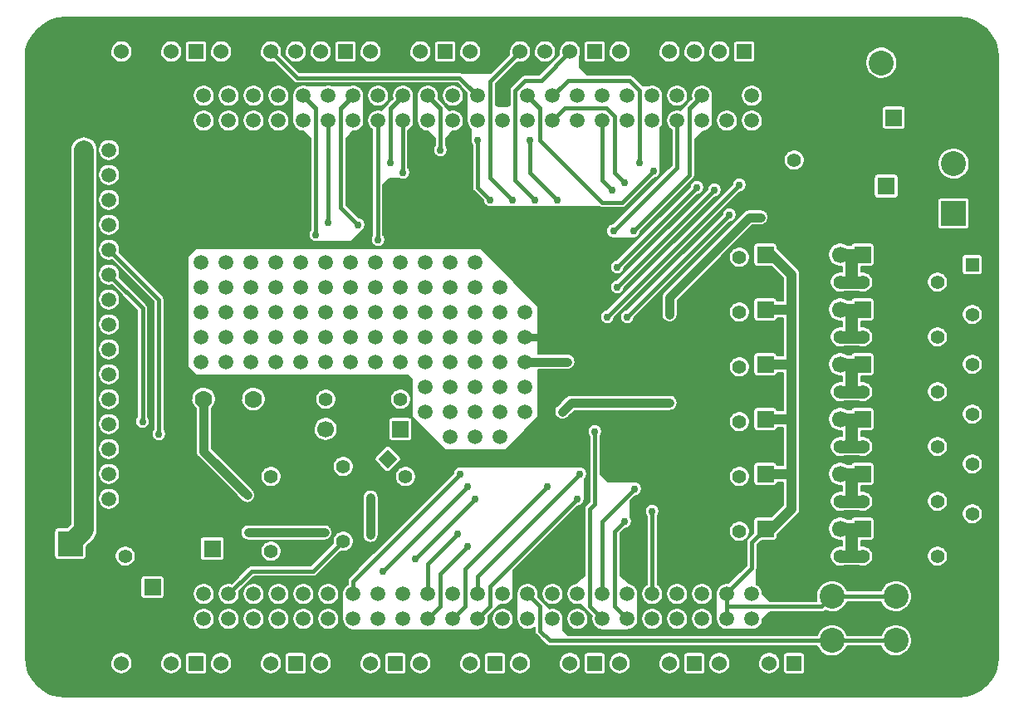
<source format=gbl>
G04 (created by PCBNEW (2013-07-07 BZR 4022)-stable) date 02/05/2014 11:15:50*
%MOIN*%
G04 Gerber Fmt 3.4, Leading zero omitted, Abs format*
%FSLAX34Y34*%
G01*
G70*
G90*
G04 APERTURE LIST*
%ADD10C,0.00590551*%
%ADD11C,0.0590551*%
%ADD12C,0.07*%
%ADD13R,0.055X0.055*%
%ADD14C,0.055*%
%ADD15R,0.06X0.06*%
%ADD16C,0.06*%
%ADD17R,0.1X0.1*%
%ADD18C,0.1*%
%ADD19C,0.19685*%
%ADD20R,0.07X0.07*%
%ADD21R,0.0669291X0.0669291*%
%ADD22C,0.0669291*%
%ADD23C,0.0295*%
%ADD24C,0.016*%
%ADD25C,0.04*%
%ADD26C,0.035*%
%ADD27C,0.03*%
%ADD28C,0.05*%
%ADD29C,0.08*%
%ADD30C,0.008*%
G04 APERTURE END LIST*
G54D10*
G54D11*
X67100Y-32325D03*
X67100Y-33325D03*
X66100Y-32325D03*
X66100Y-33325D03*
X65100Y-32325D03*
X65100Y-33325D03*
X64100Y-32325D03*
X64100Y-33325D03*
X63100Y-32325D03*
X63100Y-33325D03*
X62100Y-32325D03*
X62100Y-33325D03*
X61100Y-32325D03*
X61100Y-33325D03*
X60100Y-32325D03*
X60100Y-33325D03*
X59100Y-32325D03*
X59100Y-33325D03*
X58100Y-32325D03*
X58100Y-33325D03*
X57100Y-32325D03*
X57100Y-33325D03*
X56100Y-32325D03*
X56100Y-33325D03*
X55100Y-32325D03*
X55100Y-33325D03*
X54100Y-32325D03*
X54100Y-33325D03*
X53100Y-32325D03*
X53100Y-33325D03*
X52100Y-32325D03*
X52100Y-33325D03*
X51100Y-32325D03*
X51100Y-33325D03*
X50100Y-32325D03*
X50100Y-33325D03*
X49100Y-32325D03*
X49100Y-33325D03*
X48100Y-32325D03*
X48100Y-33325D03*
X47100Y-32325D03*
X47100Y-33325D03*
X46100Y-32325D03*
X46100Y-33325D03*
X45100Y-32325D03*
X45100Y-33325D03*
X44100Y-32325D03*
X44100Y-33325D03*
X43100Y-32325D03*
X43100Y-33325D03*
G54D12*
X44100Y-44500D03*
X46100Y-44500D03*
G54D11*
X38300Y-34500D03*
X39300Y-34500D03*
X40300Y-34500D03*
X38300Y-35500D03*
X39300Y-35500D03*
X40300Y-35500D03*
X38300Y-36500D03*
X39300Y-36500D03*
X40300Y-36500D03*
X38300Y-37500D03*
X39300Y-37500D03*
X40300Y-37500D03*
X38300Y-38500D03*
X39300Y-38500D03*
X40300Y-38500D03*
X38300Y-39500D03*
X39300Y-39500D03*
X40300Y-39500D03*
X38300Y-40500D03*
X39300Y-40500D03*
X40300Y-40500D03*
X38300Y-41500D03*
X39300Y-41500D03*
X40300Y-41500D03*
X38300Y-42500D03*
X39300Y-42500D03*
X40300Y-42500D03*
X38300Y-43500D03*
X39300Y-43500D03*
X40300Y-43500D03*
X38300Y-44500D03*
X39300Y-44500D03*
X40300Y-44500D03*
X38300Y-45500D03*
X39300Y-45500D03*
X40300Y-45500D03*
X38300Y-46500D03*
X39300Y-46500D03*
X40300Y-46500D03*
X38300Y-47500D03*
X39300Y-47500D03*
X40300Y-47500D03*
X38300Y-48500D03*
X39300Y-48500D03*
X40300Y-48500D03*
X57000Y-42000D03*
X57000Y-41000D03*
X57000Y-43000D03*
X57000Y-44000D03*
X57000Y-45000D03*
X67100Y-52325D03*
X67100Y-53325D03*
X66100Y-52325D03*
X66100Y-53325D03*
X65100Y-52325D03*
X65100Y-53325D03*
X64100Y-52325D03*
X64100Y-53325D03*
X63100Y-52325D03*
X63100Y-53325D03*
X62100Y-52325D03*
X62100Y-53325D03*
X61100Y-52325D03*
X61100Y-53325D03*
X60100Y-52325D03*
X60100Y-53325D03*
X59100Y-52325D03*
X59100Y-53325D03*
X58100Y-52325D03*
X58100Y-53325D03*
X57100Y-52325D03*
X57100Y-53325D03*
X56100Y-52325D03*
X56100Y-53325D03*
X55100Y-52325D03*
X55100Y-53325D03*
X54100Y-52325D03*
X54100Y-53325D03*
X53100Y-52325D03*
X53100Y-53325D03*
X52100Y-52325D03*
X52100Y-53325D03*
X51100Y-52325D03*
X51100Y-53325D03*
X50100Y-52325D03*
X50100Y-53325D03*
X49100Y-52325D03*
X49100Y-53325D03*
X48100Y-52325D03*
X48100Y-53325D03*
X47100Y-52325D03*
X47100Y-53325D03*
X46100Y-52325D03*
X46100Y-53325D03*
X45100Y-52325D03*
X45100Y-53325D03*
X44100Y-52325D03*
X44100Y-53325D03*
X43100Y-52325D03*
X43100Y-53325D03*
G54D13*
X74950Y-39100D03*
G54D14*
X74950Y-40100D03*
X74950Y-41100D03*
X74950Y-42100D03*
X74950Y-43100D03*
X74950Y-44100D03*
X74950Y-45100D03*
X74950Y-46100D03*
X74950Y-47100D03*
X74950Y-48100D03*
X74950Y-49100D03*
X74950Y-50100D03*
G54D15*
X47800Y-55100D03*
G54D16*
X46800Y-55100D03*
X45800Y-55100D03*
X44800Y-55100D03*
G54D15*
X53800Y-30550D03*
G54D16*
X52800Y-30550D03*
X51800Y-30550D03*
X50800Y-30550D03*
G54D15*
X59800Y-55100D03*
G54D16*
X58800Y-55100D03*
X57800Y-55100D03*
X56800Y-55100D03*
G54D15*
X43800Y-55100D03*
G54D16*
X42800Y-55100D03*
X41800Y-55100D03*
X40800Y-55100D03*
G54D15*
X51800Y-55100D03*
G54D16*
X50800Y-55100D03*
X49800Y-55100D03*
X48800Y-55100D03*
G54D15*
X63800Y-55100D03*
G54D16*
X62800Y-55100D03*
X61800Y-55100D03*
X60800Y-55100D03*
G54D15*
X43800Y-30550D03*
G54D16*
X42800Y-30550D03*
X41800Y-30550D03*
X40800Y-30550D03*
G54D15*
X67800Y-55100D03*
G54D16*
X66800Y-55100D03*
X65800Y-55100D03*
X64800Y-55100D03*
G54D15*
X55800Y-55100D03*
G54D16*
X54800Y-55100D03*
X53800Y-55100D03*
X52800Y-55100D03*
G54D15*
X59800Y-30550D03*
G54D16*
X58800Y-30550D03*
X57800Y-30550D03*
X56800Y-30550D03*
X55800Y-30550D03*
X54800Y-30550D03*
G54D15*
X65800Y-30550D03*
G54D16*
X64800Y-30550D03*
X63800Y-30550D03*
X62800Y-30550D03*
X61800Y-30550D03*
X60800Y-30550D03*
G54D15*
X49800Y-30550D03*
G54D16*
X48800Y-30550D03*
X47800Y-30550D03*
X46800Y-30550D03*
X45800Y-30550D03*
X44800Y-30550D03*
G54D17*
X38750Y-50300D03*
G54D18*
X38750Y-52300D03*
G54D14*
X65600Y-45400D03*
X65600Y-46400D03*
G54D19*
X38550Y-54850D03*
X38550Y-30800D03*
X74400Y-30800D03*
X74400Y-54850D03*
G54D18*
X71879Y-52414D03*
X69320Y-52414D03*
X69320Y-54185D03*
X71879Y-54185D03*
G54D17*
X74200Y-37050D03*
G54D18*
X74200Y-35050D03*
X74200Y-33050D03*
G54D14*
X65600Y-47600D03*
X65600Y-48600D03*
X65600Y-49800D03*
X65600Y-50800D03*
X67800Y-34900D03*
X67800Y-35900D03*
X46800Y-50600D03*
X46800Y-47600D03*
X73550Y-44200D03*
X70550Y-44200D03*
X69650Y-44200D03*
X66650Y-44200D03*
X73550Y-46400D03*
X70550Y-46400D03*
X69650Y-42000D03*
X66650Y-42000D03*
X73550Y-42000D03*
X70550Y-42000D03*
X69650Y-46400D03*
X66650Y-46400D03*
X69650Y-48600D03*
X66650Y-48600D03*
X69650Y-39800D03*
X66650Y-39800D03*
X73550Y-39800D03*
X70550Y-39800D03*
X73550Y-50800D03*
X70550Y-50800D03*
X69650Y-50800D03*
X66650Y-50800D03*
X73550Y-48600D03*
X70550Y-48600D03*
X49700Y-50200D03*
X49700Y-47200D03*
X49000Y-44500D03*
X52000Y-44500D03*
G54D18*
X71300Y-31000D03*
X69300Y-31000D03*
G54D10*
G36*
X51881Y-46900D02*
X51492Y-47288D01*
X51103Y-46900D01*
X51492Y-46511D01*
X51881Y-46900D01*
X51881Y-46900D01*
G37*
G54D14*
X52200Y-47607D03*
X52907Y-46900D03*
X65600Y-43200D03*
X65600Y-44200D03*
X40950Y-50800D03*
X40950Y-49800D03*
X65600Y-41000D03*
X65600Y-42000D03*
X65600Y-38800D03*
X65600Y-39800D03*
G54D20*
X71500Y-35950D03*
G54D12*
X69500Y-35950D03*
G54D20*
X44450Y-50500D03*
G54D12*
X44450Y-48500D03*
G54D21*
X70550Y-40900D03*
G54D22*
X73550Y-40900D03*
G54D21*
X52000Y-45700D03*
G54D22*
X49000Y-45700D03*
G54D21*
X42050Y-52050D03*
G54D22*
X42050Y-49050D03*
G54D21*
X71800Y-33200D03*
G54D22*
X68800Y-33200D03*
G54D21*
X70550Y-49700D03*
G54D22*
X73550Y-49700D03*
G54D21*
X66650Y-49700D03*
G54D22*
X69650Y-49700D03*
G54D21*
X70550Y-47500D03*
G54D22*
X73550Y-47500D03*
G54D21*
X66650Y-47500D03*
G54D22*
X69650Y-47500D03*
G54D21*
X66650Y-38700D03*
G54D22*
X69650Y-38700D03*
G54D21*
X70550Y-45300D03*
G54D22*
X73550Y-45300D03*
G54D21*
X66650Y-45300D03*
G54D22*
X69650Y-45300D03*
G54D21*
X70550Y-38700D03*
G54D22*
X73550Y-38700D03*
G54D21*
X66650Y-40900D03*
G54D22*
X69650Y-40900D03*
G54D21*
X70550Y-43100D03*
G54D22*
X73550Y-43100D03*
G54D21*
X66650Y-43100D03*
G54D22*
X69650Y-43100D03*
G54D11*
X56000Y-41000D03*
X56000Y-42000D03*
X55000Y-42000D03*
X55000Y-41000D03*
X55000Y-40000D03*
X56000Y-40000D03*
X54000Y-40000D03*
X54000Y-41000D03*
X54000Y-42000D03*
X53000Y-42000D03*
X53000Y-41000D03*
X53000Y-40000D03*
X53000Y-39000D03*
X54000Y-39000D03*
X55000Y-39000D03*
X55000Y-43000D03*
X56000Y-43000D03*
X54000Y-43000D03*
X53000Y-43000D03*
X55000Y-44000D03*
X54000Y-44000D03*
X53000Y-44000D03*
X53000Y-45000D03*
X54000Y-45000D03*
X55000Y-45000D03*
X56000Y-45000D03*
X56000Y-44000D03*
X54000Y-46000D03*
X55000Y-46000D03*
X56000Y-46000D03*
X52000Y-43000D03*
X51000Y-43000D03*
X50000Y-43000D03*
X49000Y-43000D03*
X48000Y-43000D03*
X47000Y-43000D03*
X47000Y-42000D03*
X48000Y-42000D03*
X49000Y-42000D03*
X50000Y-42000D03*
X51000Y-42000D03*
X52000Y-42000D03*
X46000Y-43000D03*
X45000Y-43000D03*
X44000Y-43000D03*
X44000Y-42000D03*
X45000Y-42000D03*
X46000Y-42000D03*
X44000Y-41000D03*
X44000Y-40000D03*
X45000Y-40000D03*
X45000Y-41000D03*
X46000Y-41000D03*
X47000Y-41000D03*
X48000Y-41000D03*
X49000Y-41000D03*
X50000Y-41000D03*
X51000Y-41000D03*
X52000Y-41000D03*
X52000Y-40000D03*
X51000Y-40000D03*
X50000Y-40000D03*
X49000Y-40000D03*
X48000Y-40000D03*
X47000Y-40000D03*
X46000Y-40000D03*
X44000Y-39000D03*
X45000Y-39000D03*
X46000Y-39000D03*
X47000Y-39000D03*
X48000Y-39000D03*
X49000Y-39000D03*
X50000Y-39000D03*
X51000Y-39000D03*
X52000Y-39000D03*
G54D23*
X58500Y-45000D03*
X50800Y-49950D03*
X50800Y-48450D03*
X66450Y-37200D03*
X62800Y-40650D03*
X62800Y-41100D03*
X58850Y-44650D03*
X62800Y-44650D03*
X58700Y-43000D03*
X66000Y-37200D03*
X46450Y-49850D03*
X45900Y-49850D03*
X48950Y-49850D03*
X48400Y-49850D03*
X45500Y-48000D03*
X45850Y-48350D03*
X68800Y-39800D03*
X68250Y-39800D03*
X68800Y-42000D03*
X68250Y-42000D03*
X68800Y-44200D03*
X68250Y-44200D03*
X68800Y-46400D03*
X68250Y-46400D03*
X68800Y-48600D03*
X68250Y-48600D03*
X68800Y-50800D03*
X68250Y-50800D03*
X60500Y-36100D03*
X62150Y-35350D03*
X51100Y-38100D03*
X50300Y-37500D03*
X49100Y-37400D03*
X48600Y-37900D03*
X65200Y-37100D03*
X61100Y-41200D03*
X57900Y-48000D03*
X59200Y-47500D03*
X60300Y-41200D03*
X65600Y-35900D03*
X59100Y-48500D03*
X60700Y-40000D03*
X64600Y-36100D03*
X61350Y-37750D03*
X57200Y-34100D03*
X58300Y-36500D03*
X55000Y-48500D03*
X52600Y-50900D03*
X57400Y-36500D03*
X54700Y-48000D03*
X51300Y-51400D03*
X55100Y-34100D03*
X55600Y-36500D03*
X54400Y-47500D03*
X60550Y-37750D03*
X61000Y-35800D03*
X61600Y-35000D03*
X54300Y-49900D03*
X54700Y-50400D03*
X53600Y-34500D03*
X51600Y-35000D03*
X52100Y-35400D03*
X61400Y-48100D03*
X60700Y-39200D03*
X63900Y-36000D03*
X59800Y-45800D03*
X56500Y-36500D03*
X42300Y-45900D03*
X61000Y-49400D03*
X62100Y-49000D03*
X41650Y-45400D03*
G54D24*
X68400Y-52825D02*
X68909Y-52825D01*
X68400Y-52825D02*
X65100Y-52825D01*
X68909Y-52825D02*
X69320Y-52414D01*
X66100Y-50250D02*
X66100Y-51270D01*
X66100Y-51270D02*
X65100Y-52270D01*
X65100Y-52825D02*
X65100Y-52875D01*
X65100Y-52300D02*
X65100Y-52875D01*
X65100Y-52875D02*
X65100Y-53300D01*
X71879Y-52414D02*
X69320Y-52414D01*
X66100Y-50250D02*
X66650Y-49700D01*
G54D25*
X66650Y-47500D02*
X67700Y-47500D01*
X66650Y-45300D02*
X67700Y-45300D01*
X66650Y-43100D02*
X67700Y-43100D01*
X66650Y-40900D02*
X67700Y-40900D01*
X66650Y-38700D02*
X66900Y-38700D01*
X66900Y-49700D02*
X66650Y-49700D01*
X67700Y-47500D02*
X67700Y-48900D01*
X67700Y-48900D02*
X66900Y-49700D01*
X67700Y-39500D02*
X67700Y-40900D01*
X67700Y-40900D02*
X67700Y-43100D01*
X67700Y-43100D02*
X67700Y-45300D01*
X67700Y-45300D02*
X67700Y-47500D01*
X66900Y-38700D02*
X67700Y-39500D01*
G54D26*
X58850Y-44650D02*
X58500Y-45000D01*
X50800Y-48450D02*
X50800Y-49950D01*
X66000Y-37200D02*
X66450Y-37200D01*
X62800Y-40650D02*
X62800Y-40700D01*
X62800Y-40700D02*
X62800Y-41100D01*
X58850Y-44650D02*
X62800Y-44650D01*
X57000Y-43000D02*
X58700Y-43000D01*
X62800Y-40400D02*
X62800Y-40700D01*
X66000Y-37200D02*
X62800Y-40400D01*
X45900Y-49850D02*
X46450Y-49850D01*
X46450Y-49850D02*
X48950Y-49850D01*
X44100Y-44500D02*
X44100Y-46600D01*
X44100Y-46600D02*
X45850Y-48350D01*
X45850Y-48350D02*
X45500Y-48000D01*
G54D24*
X57600Y-53400D02*
X57600Y-52825D01*
X57600Y-52825D02*
X57100Y-52325D01*
X57600Y-53800D02*
X57600Y-53400D01*
X69320Y-54185D02*
X57985Y-54185D01*
X57985Y-54185D02*
X57600Y-53800D01*
X69320Y-54185D02*
X71879Y-54185D01*
G54D26*
X68800Y-39800D02*
X68250Y-39800D01*
X68800Y-42000D02*
X68250Y-42000D01*
X68800Y-44200D02*
X68250Y-44200D01*
X68800Y-46400D02*
X68250Y-46400D01*
X68800Y-48600D02*
X68250Y-48600D01*
X68800Y-50800D02*
X68250Y-50800D01*
G54D27*
X57000Y-42000D02*
X58000Y-42000D01*
G54D24*
X60100Y-33329D02*
X60100Y-35700D01*
X60100Y-35700D02*
X60500Y-36100D01*
G54D28*
X70100Y-45300D02*
X70100Y-46400D01*
X70100Y-46400D02*
X70000Y-46300D01*
X70000Y-46300D02*
X70000Y-46400D01*
X70550Y-46400D02*
X70000Y-46400D01*
X70000Y-46400D02*
X69650Y-46400D01*
X70550Y-45300D02*
X70100Y-45300D01*
X70100Y-45300D02*
X69650Y-45300D01*
G54D24*
X57600Y-33100D02*
X57600Y-32825D01*
X57600Y-32825D02*
X57100Y-32325D01*
X57600Y-34100D02*
X60100Y-36600D01*
X60900Y-36600D02*
X62150Y-35350D01*
X60900Y-36600D02*
X60100Y-36600D01*
X57600Y-32829D02*
X57600Y-33100D01*
X57600Y-33100D02*
X57600Y-34100D01*
X57600Y-32829D02*
X57100Y-32329D01*
G54D28*
X70100Y-38700D02*
X70100Y-39800D01*
X70550Y-39800D02*
X70100Y-39800D01*
X70100Y-39800D02*
X69650Y-39800D01*
X70550Y-38700D02*
X70100Y-38700D01*
X70100Y-38700D02*
X69650Y-38700D01*
G54D24*
X51087Y-38087D02*
X51100Y-38100D01*
X51087Y-33329D02*
X51087Y-38087D01*
X49600Y-33300D02*
X49600Y-32825D01*
X49600Y-32825D02*
X50100Y-32325D01*
X49600Y-36800D02*
X49600Y-33300D01*
X49600Y-33300D02*
X49600Y-32829D01*
X49600Y-32829D02*
X50100Y-32329D01*
X49600Y-36800D02*
X50300Y-37500D01*
X49100Y-33329D02*
X49100Y-37400D01*
X48600Y-33050D02*
X48600Y-32825D01*
X48600Y-32825D02*
X48100Y-32325D01*
X48600Y-32829D02*
X48100Y-32329D01*
X48600Y-32829D02*
X48600Y-33050D01*
X48600Y-33050D02*
X48600Y-37900D01*
X54600Y-52500D02*
X54600Y-52825D01*
X54600Y-52825D02*
X54100Y-53325D01*
X54600Y-51300D02*
X54600Y-52500D01*
X54600Y-51300D02*
X57900Y-48000D01*
X65200Y-37100D02*
X61100Y-41200D01*
X55100Y-52469D02*
X55100Y-51600D01*
X55100Y-51600D02*
X59200Y-47500D01*
X65600Y-35900D02*
X60300Y-41200D01*
X55600Y-52550D02*
X55600Y-52825D01*
X55600Y-52825D02*
X55100Y-53325D01*
X59100Y-48500D02*
X55600Y-52000D01*
X55600Y-52000D02*
X55600Y-52550D01*
X64600Y-36100D02*
X60700Y-40000D01*
X63600Y-33050D02*
X63600Y-32825D01*
X63600Y-32825D02*
X64100Y-32325D01*
X63600Y-35500D02*
X63600Y-33050D01*
X63600Y-33050D02*
X63600Y-32829D01*
X63600Y-32829D02*
X64100Y-32329D01*
X63600Y-35500D02*
X61350Y-37750D01*
G54D28*
X70100Y-47500D02*
X70100Y-48600D01*
X70550Y-48600D02*
X70100Y-48600D01*
X70100Y-48600D02*
X69650Y-48600D01*
X70550Y-47500D02*
X70100Y-47500D01*
X70100Y-47500D02*
X69650Y-47500D01*
G54D24*
X57200Y-34100D02*
X57200Y-35400D01*
X52600Y-50900D02*
X55000Y-48500D01*
X57200Y-35400D02*
X58300Y-36500D01*
X56600Y-35700D02*
X57400Y-36500D01*
X56600Y-35700D02*
X56600Y-32100D01*
X56600Y-32100D02*
X57000Y-31700D01*
X57650Y-31700D02*
X57000Y-31700D01*
X57650Y-31700D02*
X58800Y-30550D01*
X51300Y-51400D02*
X54700Y-48000D01*
X50725Y-51175D02*
X50100Y-51800D01*
X50100Y-51800D02*
X50100Y-52325D01*
X55100Y-34100D02*
X55100Y-36000D01*
X54400Y-47500D02*
X50725Y-51175D01*
X50100Y-51800D02*
X50100Y-52300D01*
X55600Y-36500D02*
X55100Y-36000D01*
X63100Y-35200D02*
X63100Y-33329D01*
X60550Y-37750D02*
X63100Y-35200D01*
G54D28*
X70100Y-49700D02*
X70100Y-50800D01*
X70550Y-50800D02*
X70100Y-50800D01*
X70100Y-50800D02*
X69650Y-50800D01*
X70550Y-49700D02*
X70100Y-49700D01*
X70100Y-49700D02*
X69650Y-49700D01*
G54D24*
X60600Y-33450D02*
X60600Y-33150D01*
X60600Y-33150D02*
X60275Y-32825D01*
X59050Y-32825D02*
X58600Y-32825D01*
X58600Y-32825D02*
X58100Y-33325D01*
X60600Y-35400D02*
X60600Y-33450D01*
X60600Y-33150D02*
X60275Y-32825D01*
X60275Y-32825D02*
X59050Y-32825D01*
X60600Y-35400D02*
X61000Y-35800D01*
G54D28*
X70100Y-43100D02*
X70100Y-44200D01*
X70550Y-44200D02*
X70100Y-44200D01*
X70100Y-44200D02*
X69650Y-44200D01*
X70550Y-43100D02*
X70100Y-43100D01*
X70100Y-43100D02*
X69650Y-43100D01*
G54D24*
X59050Y-31700D02*
X58725Y-31700D01*
X58725Y-31700D02*
X58100Y-32325D01*
X61600Y-32100D02*
X61200Y-31700D01*
X61200Y-31700D02*
X59050Y-31700D01*
X59050Y-31700D02*
X58729Y-31700D01*
X58729Y-31700D02*
X58100Y-32329D01*
X61600Y-32100D02*
X61600Y-35000D01*
G54D28*
X70100Y-40900D02*
X70100Y-42000D01*
X70550Y-42000D02*
X70100Y-42000D01*
X70100Y-42000D02*
X69650Y-42000D01*
X70550Y-40900D02*
X70100Y-40900D01*
X70100Y-40900D02*
X69650Y-40900D01*
G54D24*
X46500Y-51400D02*
X46025Y-51400D01*
X46025Y-51400D02*
X45100Y-52325D01*
X48500Y-51400D02*
X46500Y-51400D01*
X48500Y-51400D02*
X49700Y-50200D01*
X53100Y-52300D02*
X53100Y-51100D01*
X53100Y-51100D02*
X54300Y-49900D01*
X53600Y-52300D02*
X53600Y-52825D01*
X53600Y-52825D02*
X53100Y-53325D01*
X53600Y-51500D02*
X53600Y-52300D01*
X54700Y-50400D02*
X53600Y-51500D01*
X53600Y-33150D02*
X53600Y-32825D01*
X53600Y-32825D02*
X53100Y-32325D01*
X53600Y-32829D02*
X53100Y-32329D01*
X53600Y-34500D02*
X53600Y-33150D01*
X53600Y-33150D02*
X53600Y-32829D01*
X51600Y-33200D02*
X51600Y-32825D01*
X51600Y-32825D02*
X52100Y-32325D01*
X51600Y-35000D02*
X51600Y-33200D01*
X51600Y-33200D02*
X51600Y-32829D01*
X51600Y-32829D02*
X52100Y-32329D01*
X52100Y-32329D02*
X52070Y-32329D01*
X52087Y-32329D02*
X52070Y-32329D01*
X52087Y-35387D02*
X52087Y-33329D01*
X52100Y-35400D02*
X52087Y-35387D01*
X60100Y-52300D02*
X60100Y-49400D01*
X60100Y-49400D02*
X61400Y-48100D01*
X60700Y-39200D02*
X63900Y-36000D01*
X59600Y-52450D02*
X59600Y-52825D01*
X59600Y-52825D02*
X60100Y-53325D01*
X55600Y-35600D02*
X56500Y-36500D01*
X55600Y-35600D02*
X55600Y-31750D01*
X55600Y-31750D02*
X56800Y-30550D01*
X56800Y-30550D02*
X56800Y-30600D01*
X59600Y-48900D02*
X59600Y-52450D01*
X59800Y-48700D02*
X59600Y-48900D01*
X59800Y-48700D02*
X59800Y-45800D01*
X60600Y-52500D02*
X60600Y-52825D01*
X60600Y-52825D02*
X61100Y-53325D01*
X60600Y-49800D02*
X61000Y-49400D01*
X60600Y-52500D02*
X60600Y-49800D01*
X42300Y-45900D02*
X42300Y-40500D01*
X42300Y-40500D02*
X40300Y-38500D01*
X62100Y-52270D02*
X62100Y-49000D01*
X41650Y-45400D02*
X41650Y-40850D01*
X41650Y-40850D02*
X40300Y-39500D01*
X54100Y-31600D02*
X54375Y-31600D01*
X54375Y-31600D02*
X55100Y-32325D01*
X54370Y-31600D02*
X54100Y-31600D01*
X54100Y-31600D02*
X47850Y-31600D01*
X47850Y-31600D02*
X46800Y-30550D01*
X54370Y-31600D02*
X55100Y-32329D01*
G54D29*
X39300Y-34500D02*
X39300Y-49750D01*
X39300Y-49750D02*
X38750Y-50300D01*
G54D10*
G36*
X76005Y-54842D02*
X75973Y-55161D01*
X75883Y-55461D01*
X75736Y-55737D01*
X75538Y-55980D01*
X75365Y-56123D01*
X75365Y-39362D01*
X75365Y-38811D01*
X75359Y-38784D01*
X75349Y-38758D01*
X75334Y-38736D01*
X75314Y-38716D01*
X75291Y-38701D01*
X75266Y-38690D01*
X75239Y-38685D01*
X75212Y-38684D01*
X74840Y-38684D01*
X74840Y-37537D01*
X74840Y-36766D01*
X74840Y-34987D01*
X74815Y-34864D01*
X74767Y-34748D01*
X74698Y-34643D01*
X74609Y-34554D01*
X74505Y-34484D01*
X74390Y-34435D01*
X74267Y-34410D01*
X74141Y-34409D01*
X74018Y-34433D01*
X73902Y-34480D01*
X73797Y-34548D01*
X73707Y-34636D01*
X73636Y-34740D01*
X73587Y-34855D01*
X73560Y-34978D01*
X73559Y-35103D01*
X73581Y-35227D01*
X73628Y-35343D01*
X73696Y-35449D01*
X73783Y-35539D01*
X73886Y-35611D01*
X74001Y-35661D01*
X74123Y-35688D01*
X74249Y-35691D01*
X74372Y-35669D01*
X74489Y-35624D01*
X74595Y-35556D01*
X74686Y-35470D01*
X74759Y-35367D01*
X74810Y-35252D01*
X74838Y-35130D01*
X74840Y-34987D01*
X74840Y-36766D01*
X74840Y-36536D01*
X74834Y-36509D01*
X74824Y-36483D01*
X74809Y-36461D01*
X74789Y-36441D01*
X74766Y-36426D01*
X74741Y-36415D01*
X74714Y-36410D01*
X74687Y-36409D01*
X73686Y-36409D01*
X73659Y-36415D01*
X73633Y-36425D01*
X73611Y-36440D01*
X73591Y-36460D01*
X73576Y-36483D01*
X73565Y-36508D01*
X73560Y-36535D01*
X73559Y-36562D01*
X73559Y-37563D01*
X73565Y-37590D01*
X73575Y-37616D01*
X73590Y-37638D01*
X73610Y-37658D01*
X73633Y-37673D01*
X73658Y-37684D01*
X73685Y-37689D01*
X73712Y-37690D01*
X74713Y-37690D01*
X74740Y-37684D01*
X74766Y-37674D01*
X74788Y-37659D01*
X74808Y-37639D01*
X74823Y-37616D01*
X74834Y-37591D01*
X74839Y-37564D01*
X74840Y-37537D01*
X74840Y-38684D01*
X74661Y-38684D01*
X74634Y-38690D01*
X74608Y-38700D01*
X74586Y-38715D01*
X74566Y-38735D01*
X74551Y-38758D01*
X74540Y-38783D01*
X74535Y-38810D01*
X74534Y-38837D01*
X74534Y-39388D01*
X74540Y-39415D01*
X74550Y-39441D01*
X74565Y-39463D01*
X74585Y-39483D01*
X74608Y-39498D01*
X74633Y-39509D01*
X74660Y-39514D01*
X74687Y-39515D01*
X75238Y-39515D01*
X75265Y-39509D01*
X75291Y-39499D01*
X75313Y-39484D01*
X75333Y-39464D01*
X75348Y-39441D01*
X75359Y-39416D01*
X75364Y-39389D01*
X75365Y-39362D01*
X75365Y-56123D01*
X75365Y-56123D01*
X75365Y-49059D01*
X75365Y-47059D01*
X75365Y-45059D01*
X75365Y-43059D01*
X75365Y-41059D01*
X75349Y-40979D01*
X75318Y-40904D01*
X75273Y-40836D01*
X75215Y-40778D01*
X75148Y-40733D01*
X75073Y-40701D01*
X74993Y-40685D01*
X74912Y-40684D01*
X74832Y-40699D01*
X74756Y-40730D01*
X74688Y-40775D01*
X74630Y-40831D01*
X74584Y-40899D01*
X74552Y-40973D01*
X74535Y-41053D01*
X74534Y-41134D01*
X74549Y-41214D01*
X74579Y-41290D01*
X74623Y-41359D01*
X74679Y-41417D01*
X74746Y-41464D01*
X74821Y-41496D01*
X74900Y-41514D01*
X74981Y-41515D01*
X75062Y-41501D01*
X75138Y-41472D01*
X75206Y-41428D01*
X75265Y-41372D01*
X75312Y-41305D01*
X75345Y-41231D01*
X75363Y-41152D01*
X75365Y-41059D01*
X75365Y-43059D01*
X75349Y-42979D01*
X75318Y-42904D01*
X75273Y-42836D01*
X75215Y-42778D01*
X75148Y-42733D01*
X75073Y-42701D01*
X74993Y-42685D01*
X74912Y-42684D01*
X74832Y-42699D01*
X74756Y-42730D01*
X74688Y-42775D01*
X74630Y-42831D01*
X74584Y-42899D01*
X74552Y-42973D01*
X74535Y-43053D01*
X74534Y-43134D01*
X74549Y-43214D01*
X74579Y-43290D01*
X74623Y-43359D01*
X74679Y-43417D01*
X74746Y-43464D01*
X74821Y-43496D01*
X74900Y-43514D01*
X74981Y-43515D01*
X75062Y-43501D01*
X75138Y-43472D01*
X75206Y-43428D01*
X75265Y-43372D01*
X75312Y-43305D01*
X75345Y-43231D01*
X75363Y-43152D01*
X75365Y-43059D01*
X75365Y-45059D01*
X75349Y-44979D01*
X75318Y-44904D01*
X75273Y-44836D01*
X75215Y-44778D01*
X75148Y-44733D01*
X75073Y-44701D01*
X74993Y-44685D01*
X74912Y-44684D01*
X74832Y-44699D01*
X74756Y-44730D01*
X74688Y-44775D01*
X74630Y-44831D01*
X74584Y-44899D01*
X74552Y-44973D01*
X74535Y-45053D01*
X74534Y-45134D01*
X74549Y-45214D01*
X74579Y-45290D01*
X74623Y-45359D01*
X74679Y-45417D01*
X74746Y-45464D01*
X74821Y-45496D01*
X74900Y-45514D01*
X74981Y-45515D01*
X75062Y-45501D01*
X75138Y-45472D01*
X75206Y-45428D01*
X75265Y-45372D01*
X75312Y-45305D01*
X75345Y-45231D01*
X75363Y-45152D01*
X75365Y-45059D01*
X75365Y-47059D01*
X75349Y-46979D01*
X75318Y-46904D01*
X75273Y-46836D01*
X75215Y-46778D01*
X75148Y-46733D01*
X75073Y-46701D01*
X74993Y-46685D01*
X74912Y-46684D01*
X74832Y-46699D01*
X74756Y-46730D01*
X74688Y-46775D01*
X74630Y-46831D01*
X74584Y-46899D01*
X74552Y-46973D01*
X74535Y-47053D01*
X74534Y-47134D01*
X74549Y-47214D01*
X74579Y-47290D01*
X74623Y-47359D01*
X74679Y-47417D01*
X74746Y-47464D01*
X74821Y-47496D01*
X74900Y-47514D01*
X74981Y-47515D01*
X75062Y-47501D01*
X75138Y-47472D01*
X75206Y-47428D01*
X75265Y-47372D01*
X75312Y-47305D01*
X75345Y-47231D01*
X75363Y-47152D01*
X75365Y-47059D01*
X75365Y-49059D01*
X75349Y-48979D01*
X75318Y-48904D01*
X75273Y-48836D01*
X75215Y-48778D01*
X75148Y-48733D01*
X75073Y-48701D01*
X74993Y-48685D01*
X74912Y-48684D01*
X74832Y-48699D01*
X74756Y-48730D01*
X74688Y-48775D01*
X74630Y-48831D01*
X74584Y-48899D01*
X74552Y-48973D01*
X74535Y-49053D01*
X74534Y-49134D01*
X74549Y-49214D01*
X74579Y-49290D01*
X74623Y-49359D01*
X74679Y-49417D01*
X74746Y-49464D01*
X74821Y-49496D01*
X74900Y-49514D01*
X74981Y-49515D01*
X75062Y-49501D01*
X75138Y-49472D01*
X75206Y-49428D01*
X75265Y-49372D01*
X75312Y-49305D01*
X75345Y-49231D01*
X75363Y-49152D01*
X75365Y-49059D01*
X75365Y-56123D01*
X75297Y-56180D01*
X75021Y-56328D01*
X74722Y-56421D01*
X74404Y-56454D01*
X74399Y-56455D01*
X73965Y-56455D01*
X73965Y-50759D01*
X73965Y-48559D01*
X73965Y-46359D01*
X73965Y-44159D01*
X73965Y-41959D01*
X73965Y-39759D01*
X73949Y-39679D01*
X73918Y-39604D01*
X73873Y-39536D01*
X73815Y-39478D01*
X73748Y-39433D01*
X73673Y-39401D01*
X73593Y-39385D01*
X73512Y-39384D01*
X73432Y-39399D01*
X73356Y-39430D01*
X73288Y-39475D01*
X73230Y-39531D01*
X73184Y-39599D01*
X73152Y-39673D01*
X73135Y-39753D01*
X73134Y-39834D01*
X73149Y-39914D01*
X73179Y-39990D01*
X73223Y-40059D01*
X73279Y-40117D01*
X73346Y-40164D01*
X73421Y-40196D01*
X73500Y-40214D01*
X73581Y-40215D01*
X73662Y-40201D01*
X73738Y-40172D01*
X73806Y-40128D01*
X73865Y-40072D01*
X73912Y-40005D01*
X73945Y-39931D01*
X73963Y-39852D01*
X73965Y-39759D01*
X73965Y-41959D01*
X73949Y-41879D01*
X73918Y-41804D01*
X73873Y-41736D01*
X73815Y-41678D01*
X73748Y-41633D01*
X73673Y-41601D01*
X73593Y-41585D01*
X73512Y-41584D01*
X73432Y-41599D01*
X73356Y-41630D01*
X73288Y-41675D01*
X73230Y-41731D01*
X73184Y-41799D01*
X73152Y-41873D01*
X73135Y-41953D01*
X73134Y-42034D01*
X73149Y-42114D01*
X73179Y-42190D01*
X73223Y-42259D01*
X73279Y-42317D01*
X73346Y-42364D01*
X73421Y-42396D01*
X73500Y-42414D01*
X73581Y-42415D01*
X73662Y-42401D01*
X73738Y-42372D01*
X73806Y-42328D01*
X73865Y-42272D01*
X73912Y-42205D01*
X73945Y-42131D01*
X73963Y-42052D01*
X73965Y-41959D01*
X73965Y-44159D01*
X73949Y-44079D01*
X73918Y-44004D01*
X73873Y-43936D01*
X73815Y-43878D01*
X73748Y-43833D01*
X73673Y-43801D01*
X73593Y-43785D01*
X73512Y-43784D01*
X73432Y-43799D01*
X73356Y-43830D01*
X73288Y-43875D01*
X73230Y-43931D01*
X73184Y-43999D01*
X73152Y-44073D01*
X73135Y-44153D01*
X73134Y-44234D01*
X73149Y-44314D01*
X73179Y-44390D01*
X73223Y-44459D01*
X73279Y-44517D01*
X73346Y-44564D01*
X73421Y-44596D01*
X73500Y-44614D01*
X73581Y-44615D01*
X73662Y-44601D01*
X73738Y-44572D01*
X73806Y-44528D01*
X73865Y-44472D01*
X73912Y-44405D01*
X73945Y-44331D01*
X73963Y-44252D01*
X73965Y-44159D01*
X73965Y-46359D01*
X73949Y-46279D01*
X73918Y-46204D01*
X73873Y-46136D01*
X73815Y-46078D01*
X73748Y-46033D01*
X73673Y-46001D01*
X73593Y-45985D01*
X73512Y-45984D01*
X73432Y-45999D01*
X73356Y-46030D01*
X73288Y-46075D01*
X73230Y-46131D01*
X73184Y-46199D01*
X73152Y-46273D01*
X73135Y-46353D01*
X73134Y-46434D01*
X73149Y-46514D01*
X73179Y-46590D01*
X73223Y-46659D01*
X73279Y-46717D01*
X73346Y-46764D01*
X73421Y-46796D01*
X73500Y-46814D01*
X73581Y-46815D01*
X73662Y-46801D01*
X73738Y-46772D01*
X73806Y-46728D01*
X73865Y-46672D01*
X73912Y-46605D01*
X73945Y-46531D01*
X73963Y-46452D01*
X73965Y-46359D01*
X73965Y-48559D01*
X73949Y-48479D01*
X73918Y-48404D01*
X73873Y-48336D01*
X73815Y-48278D01*
X73748Y-48233D01*
X73673Y-48201D01*
X73593Y-48185D01*
X73512Y-48184D01*
X73432Y-48199D01*
X73356Y-48230D01*
X73288Y-48275D01*
X73230Y-48331D01*
X73184Y-48399D01*
X73152Y-48473D01*
X73135Y-48553D01*
X73134Y-48634D01*
X73149Y-48714D01*
X73179Y-48790D01*
X73223Y-48859D01*
X73279Y-48917D01*
X73346Y-48964D01*
X73421Y-48996D01*
X73500Y-49014D01*
X73581Y-49015D01*
X73662Y-49001D01*
X73738Y-48972D01*
X73806Y-48928D01*
X73865Y-48872D01*
X73912Y-48805D01*
X73945Y-48731D01*
X73963Y-48652D01*
X73965Y-48559D01*
X73965Y-50759D01*
X73949Y-50679D01*
X73918Y-50604D01*
X73873Y-50536D01*
X73815Y-50478D01*
X73748Y-50433D01*
X73673Y-50401D01*
X73593Y-50385D01*
X73512Y-50384D01*
X73432Y-50399D01*
X73356Y-50430D01*
X73288Y-50475D01*
X73230Y-50531D01*
X73184Y-50599D01*
X73152Y-50673D01*
X73135Y-50753D01*
X73134Y-50834D01*
X73149Y-50914D01*
X73179Y-50990D01*
X73223Y-51059D01*
X73279Y-51117D01*
X73346Y-51164D01*
X73421Y-51196D01*
X73500Y-51214D01*
X73581Y-51215D01*
X73662Y-51201D01*
X73738Y-51172D01*
X73806Y-51128D01*
X73865Y-51072D01*
X73912Y-51005D01*
X73945Y-50931D01*
X73963Y-50852D01*
X73965Y-50759D01*
X73965Y-56455D01*
X72519Y-56455D01*
X72519Y-54123D01*
X72519Y-52351D01*
X72495Y-52228D01*
X72447Y-52112D01*
X72377Y-52007D01*
X72289Y-51918D01*
X72274Y-51908D01*
X72274Y-33521D01*
X72274Y-32851D01*
X72269Y-32824D01*
X72258Y-32799D01*
X72243Y-32776D01*
X72224Y-32756D01*
X72201Y-32741D01*
X72176Y-32730D01*
X72149Y-32725D01*
X72121Y-32725D01*
X71940Y-32725D01*
X71940Y-30937D01*
X71915Y-30814D01*
X71867Y-30698D01*
X71798Y-30593D01*
X71709Y-30504D01*
X71605Y-30434D01*
X71490Y-30385D01*
X71367Y-30360D01*
X71241Y-30359D01*
X71118Y-30383D01*
X71002Y-30430D01*
X70897Y-30498D01*
X70807Y-30586D01*
X70736Y-30690D01*
X70687Y-30805D01*
X70660Y-30928D01*
X70659Y-31053D01*
X70681Y-31177D01*
X70728Y-31293D01*
X70796Y-31399D01*
X70883Y-31489D01*
X70986Y-31561D01*
X71101Y-31611D01*
X71223Y-31638D01*
X71349Y-31641D01*
X71472Y-31619D01*
X71589Y-31574D01*
X71695Y-31506D01*
X71786Y-31420D01*
X71859Y-31317D01*
X71910Y-31202D01*
X71938Y-31080D01*
X71940Y-30937D01*
X71940Y-32725D01*
X71451Y-32725D01*
X71424Y-32730D01*
X71399Y-32741D01*
X71376Y-32756D01*
X71356Y-32775D01*
X71341Y-32798D01*
X71330Y-32823D01*
X71325Y-32850D01*
X71325Y-32878D01*
X71325Y-33548D01*
X71330Y-33575D01*
X71341Y-33600D01*
X71356Y-33623D01*
X71375Y-33643D01*
X71398Y-33658D01*
X71423Y-33669D01*
X71450Y-33674D01*
X71478Y-33674D01*
X72148Y-33674D01*
X72175Y-33669D01*
X72200Y-33658D01*
X72223Y-33643D01*
X72243Y-33624D01*
X72258Y-33601D01*
X72269Y-33576D01*
X72274Y-33549D01*
X72274Y-33521D01*
X72274Y-51908D01*
X72185Y-51848D01*
X72069Y-51799D01*
X71990Y-51783D01*
X71990Y-36287D01*
X71990Y-35586D01*
X71984Y-35559D01*
X71974Y-35533D01*
X71959Y-35511D01*
X71939Y-35491D01*
X71916Y-35476D01*
X71891Y-35465D01*
X71864Y-35460D01*
X71837Y-35459D01*
X71136Y-35459D01*
X71109Y-35465D01*
X71083Y-35475D01*
X71061Y-35490D01*
X71041Y-35510D01*
X71026Y-35533D01*
X71015Y-35558D01*
X71010Y-35585D01*
X71009Y-35612D01*
X71009Y-36313D01*
X71015Y-36340D01*
X71025Y-36366D01*
X71040Y-36388D01*
X71060Y-36408D01*
X71083Y-36423D01*
X71108Y-36434D01*
X71135Y-36439D01*
X71162Y-36440D01*
X71863Y-36440D01*
X71890Y-36434D01*
X71916Y-36424D01*
X71938Y-36409D01*
X71958Y-36389D01*
X71973Y-36366D01*
X71984Y-36341D01*
X71989Y-36314D01*
X71990Y-36287D01*
X71990Y-51783D01*
X71946Y-51774D01*
X71821Y-51773D01*
X71697Y-51797D01*
X71581Y-51844D01*
X71476Y-51912D01*
X71386Y-52000D01*
X71315Y-52104D01*
X71277Y-52194D01*
X71024Y-52194D01*
X71024Y-50021D01*
X71024Y-47821D01*
X71024Y-45621D01*
X71024Y-43421D01*
X71024Y-41221D01*
X71024Y-39021D01*
X71024Y-38351D01*
X71019Y-38324D01*
X71008Y-38299D01*
X70993Y-38276D01*
X70974Y-38256D01*
X70951Y-38241D01*
X70926Y-38230D01*
X70899Y-38225D01*
X70871Y-38225D01*
X70201Y-38225D01*
X70174Y-38230D01*
X70149Y-38241D01*
X70126Y-38256D01*
X70106Y-38275D01*
X70091Y-38298D01*
X70086Y-38310D01*
X69920Y-38310D01*
X69876Y-38280D01*
X69791Y-38244D01*
X69699Y-38225D01*
X69606Y-38225D01*
X69515Y-38242D01*
X69429Y-38277D01*
X69351Y-38328D01*
X69284Y-38393D01*
X69232Y-38470D01*
X69195Y-38555D01*
X69176Y-38646D01*
X69174Y-38739D01*
X69191Y-38831D01*
X69225Y-38918D01*
X69276Y-38996D01*
X69340Y-39063D01*
X69417Y-39116D01*
X69502Y-39153D01*
X69593Y-39173D01*
X69686Y-39175D01*
X69710Y-39171D01*
X69710Y-39388D01*
X69693Y-39385D01*
X69612Y-39384D01*
X69532Y-39399D01*
X69456Y-39430D01*
X69388Y-39475D01*
X69330Y-39531D01*
X69284Y-39599D01*
X69252Y-39673D01*
X69235Y-39753D01*
X69234Y-39834D01*
X69249Y-39914D01*
X69279Y-39990D01*
X69323Y-40059D01*
X69379Y-40117D01*
X69446Y-40164D01*
X69521Y-40196D01*
X69600Y-40214D01*
X69681Y-40215D01*
X69762Y-40201D01*
X69792Y-40190D01*
X70100Y-40190D01*
X70406Y-40190D01*
X70421Y-40196D01*
X70500Y-40214D01*
X70581Y-40215D01*
X70662Y-40201D01*
X70738Y-40172D01*
X70806Y-40128D01*
X70865Y-40072D01*
X70912Y-40005D01*
X70945Y-39931D01*
X70963Y-39852D01*
X70965Y-39759D01*
X70949Y-39679D01*
X70918Y-39604D01*
X70873Y-39536D01*
X70815Y-39478D01*
X70748Y-39433D01*
X70673Y-39401D01*
X70593Y-39385D01*
X70512Y-39384D01*
X70490Y-39388D01*
X70490Y-39174D01*
X70898Y-39174D01*
X70925Y-39169D01*
X70950Y-39158D01*
X70973Y-39143D01*
X70993Y-39124D01*
X71008Y-39101D01*
X71019Y-39076D01*
X71024Y-39049D01*
X71024Y-39021D01*
X71024Y-41221D01*
X71024Y-40551D01*
X71019Y-40524D01*
X71008Y-40499D01*
X70993Y-40476D01*
X70974Y-40456D01*
X70951Y-40441D01*
X70926Y-40430D01*
X70899Y-40425D01*
X70871Y-40425D01*
X70201Y-40425D01*
X70174Y-40430D01*
X70149Y-40441D01*
X70126Y-40456D01*
X70106Y-40475D01*
X70091Y-40498D01*
X70086Y-40510D01*
X69920Y-40510D01*
X69876Y-40480D01*
X69791Y-40444D01*
X69699Y-40425D01*
X69606Y-40425D01*
X69515Y-40442D01*
X69429Y-40477D01*
X69351Y-40528D01*
X69284Y-40593D01*
X69232Y-40670D01*
X69195Y-40755D01*
X69176Y-40846D01*
X69174Y-40939D01*
X69191Y-41031D01*
X69225Y-41118D01*
X69276Y-41196D01*
X69340Y-41263D01*
X69417Y-41316D01*
X69502Y-41353D01*
X69593Y-41373D01*
X69686Y-41375D01*
X69710Y-41371D01*
X69710Y-41588D01*
X69693Y-41585D01*
X69612Y-41584D01*
X69532Y-41599D01*
X69456Y-41630D01*
X69388Y-41675D01*
X69330Y-41731D01*
X69284Y-41799D01*
X69252Y-41873D01*
X69235Y-41953D01*
X69234Y-42034D01*
X69249Y-42114D01*
X69279Y-42190D01*
X69323Y-42259D01*
X69379Y-42317D01*
X69446Y-42364D01*
X69521Y-42396D01*
X69600Y-42414D01*
X69681Y-42415D01*
X69762Y-42401D01*
X69792Y-42390D01*
X70100Y-42390D01*
X70406Y-42390D01*
X70421Y-42396D01*
X70500Y-42414D01*
X70581Y-42415D01*
X70662Y-42401D01*
X70738Y-42372D01*
X70806Y-42328D01*
X70865Y-42272D01*
X70912Y-42205D01*
X70945Y-42131D01*
X70963Y-42052D01*
X70965Y-41959D01*
X70949Y-41879D01*
X70918Y-41804D01*
X70873Y-41736D01*
X70815Y-41678D01*
X70748Y-41633D01*
X70673Y-41601D01*
X70593Y-41585D01*
X70512Y-41584D01*
X70490Y-41588D01*
X70490Y-41374D01*
X70898Y-41374D01*
X70925Y-41369D01*
X70950Y-41358D01*
X70973Y-41343D01*
X70993Y-41324D01*
X71008Y-41301D01*
X71019Y-41276D01*
X71024Y-41249D01*
X71024Y-41221D01*
X71024Y-43421D01*
X71024Y-42751D01*
X71019Y-42724D01*
X71008Y-42699D01*
X70993Y-42676D01*
X70974Y-42656D01*
X70951Y-42641D01*
X70926Y-42630D01*
X70899Y-42625D01*
X70871Y-42625D01*
X70201Y-42625D01*
X70174Y-42630D01*
X70149Y-42641D01*
X70126Y-42656D01*
X70106Y-42675D01*
X70091Y-42698D01*
X70086Y-42710D01*
X69920Y-42710D01*
X69876Y-42680D01*
X69791Y-42644D01*
X69699Y-42625D01*
X69606Y-42625D01*
X69515Y-42642D01*
X69429Y-42677D01*
X69351Y-42728D01*
X69284Y-42793D01*
X69232Y-42870D01*
X69195Y-42955D01*
X69176Y-43046D01*
X69174Y-43139D01*
X69191Y-43231D01*
X69225Y-43318D01*
X69276Y-43396D01*
X69340Y-43463D01*
X69417Y-43516D01*
X69502Y-43553D01*
X69593Y-43573D01*
X69686Y-43575D01*
X69710Y-43571D01*
X69710Y-43788D01*
X69693Y-43785D01*
X69612Y-43784D01*
X69532Y-43799D01*
X69456Y-43830D01*
X69388Y-43875D01*
X69330Y-43931D01*
X69284Y-43999D01*
X69252Y-44073D01*
X69235Y-44153D01*
X69234Y-44234D01*
X69249Y-44314D01*
X69279Y-44390D01*
X69323Y-44459D01*
X69379Y-44517D01*
X69446Y-44564D01*
X69521Y-44596D01*
X69600Y-44614D01*
X69681Y-44615D01*
X69762Y-44601D01*
X69792Y-44590D01*
X70100Y-44590D01*
X70406Y-44590D01*
X70421Y-44596D01*
X70500Y-44614D01*
X70581Y-44615D01*
X70662Y-44601D01*
X70738Y-44572D01*
X70806Y-44528D01*
X70865Y-44472D01*
X70912Y-44405D01*
X70945Y-44331D01*
X70963Y-44252D01*
X70965Y-44159D01*
X70949Y-44079D01*
X70918Y-44004D01*
X70873Y-43936D01*
X70815Y-43878D01*
X70748Y-43833D01*
X70673Y-43801D01*
X70593Y-43785D01*
X70512Y-43784D01*
X70490Y-43788D01*
X70490Y-43574D01*
X70898Y-43574D01*
X70925Y-43569D01*
X70950Y-43558D01*
X70973Y-43543D01*
X70993Y-43524D01*
X71008Y-43501D01*
X71019Y-43476D01*
X71024Y-43449D01*
X71024Y-43421D01*
X71024Y-45621D01*
X71024Y-44951D01*
X71019Y-44924D01*
X71008Y-44899D01*
X70993Y-44876D01*
X70974Y-44856D01*
X70951Y-44841D01*
X70926Y-44830D01*
X70899Y-44825D01*
X70871Y-44825D01*
X70201Y-44825D01*
X70174Y-44830D01*
X70149Y-44841D01*
X70126Y-44856D01*
X70106Y-44875D01*
X70091Y-44898D01*
X70086Y-44910D01*
X69920Y-44910D01*
X69876Y-44880D01*
X69791Y-44844D01*
X69699Y-44825D01*
X69606Y-44825D01*
X69515Y-44842D01*
X69429Y-44877D01*
X69351Y-44928D01*
X69284Y-44993D01*
X69232Y-45070D01*
X69195Y-45155D01*
X69176Y-45246D01*
X69174Y-45339D01*
X69191Y-45431D01*
X69225Y-45518D01*
X69276Y-45596D01*
X69340Y-45663D01*
X69417Y-45716D01*
X69502Y-45753D01*
X69593Y-45773D01*
X69686Y-45775D01*
X69710Y-45771D01*
X69710Y-45988D01*
X69693Y-45985D01*
X69612Y-45984D01*
X69532Y-45999D01*
X69456Y-46030D01*
X69388Y-46075D01*
X69330Y-46131D01*
X69284Y-46199D01*
X69252Y-46273D01*
X69235Y-46353D01*
X69234Y-46434D01*
X69249Y-46514D01*
X69279Y-46590D01*
X69323Y-46659D01*
X69379Y-46717D01*
X69446Y-46764D01*
X69521Y-46796D01*
X69600Y-46814D01*
X69681Y-46815D01*
X69762Y-46801D01*
X69792Y-46790D01*
X70000Y-46790D01*
X70406Y-46790D01*
X70421Y-46796D01*
X70500Y-46814D01*
X70581Y-46815D01*
X70662Y-46801D01*
X70738Y-46772D01*
X70806Y-46728D01*
X70865Y-46672D01*
X70912Y-46605D01*
X70945Y-46531D01*
X70963Y-46452D01*
X70965Y-46359D01*
X70949Y-46279D01*
X70918Y-46204D01*
X70873Y-46136D01*
X70815Y-46078D01*
X70748Y-46033D01*
X70673Y-46001D01*
X70593Y-45985D01*
X70512Y-45984D01*
X70490Y-45988D01*
X70490Y-45774D01*
X70898Y-45774D01*
X70925Y-45769D01*
X70950Y-45758D01*
X70973Y-45743D01*
X70993Y-45724D01*
X71008Y-45701D01*
X71019Y-45676D01*
X71024Y-45649D01*
X71024Y-45621D01*
X71024Y-47821D01*
X71024Y-47151D01*
X71019Y-47124D01*
X71008Y-47099D01*
X70993Y-47076D01*
X70974Y-47056D01*
X70951Y-47041D01*
X70926Y-47030D01*
X70899Y-47025D01*
X70871Y-47025D01*
X70201Y-47025D01*
X70174Y-47030D01*
X70149Y-47041D01*
X70126Y-47056D01*
X70106Y-47075D01*
X70091Y-47098D01*
X70086Y-47110D01*
X69920Y-47110D01*
X69876Y-47080D01*
X69791Y-47044D01*
X69699Y-47025D01*
X69606Y-47025D01*
X69515Y-47042D01*
X69429Y-47077D01*
X69351Y-47128D01*
X69284Y-47193D01*
X69232Y-47270D01*
X69195Y-47355D01*
X69176Y-47446D01*
X69174Y-47539D01*
X69191Y-47631D01*
X69225Y-47718D01*
X69276Y-47796D01*
X69340Y-47863D01*
X69417Y-47916D01*
X69502Y-47953D01*
X69593Y-47973D01*
X69686Y-47975D01*
X69710Y-47971D01*
X69710Y-48188D01*
X69693Y-48185D01*
X69612Y-48184D01*
X69532Y-48199D01*
X69456Y-48230D01*
X69388Y-48275D01*
X69330Y-48331D01*
X69284Y-48399D01*
X69252Y-48473D01*
X69235Y-48553D01*
X69234Y-48634D01*
X69249Y-48714D01*
X69279Y-48790D01*
X69323Y-48859D01*
X69379Y-48917D01*
X69446Y-48964D01*
X69521Y-48996D01*
X69600Y-49014D01*
X69681Y-49015D01*
X69762Y-49001D01*
X69792Y-48990D01*
X70100Y-48990D01*
X70406Y-48990D01*
X70421Y-48996D01*
X70500Y-49014D01*
X70581Y-49015D01*
X70662Y-49001D01*
X70738Y-48972D01*
X70806Y-48928D01*
X70865Y-48872D01*
X70912Y-48805D01*
X70945Y-48731D01*
X70963Y-48652D01*
X70965Y-48559D01*
X70949Y-48479D01*
X70918Y-48404D01*
X70873Y-48336D01*
X70815Y-48278D01*
X70748Y-48233D01*
X70673Y-48201D01*
X70593Y-48185D01*
X70512Y-48184D01*
X70490Y-48188D01*
X70490Y-47974D01*
X70898Y-47974D01*
X70925Y-47969D01*
X70950Y-47958D01*
X70973Y-47943D01*
X70993Y-47924D01*
X71008Y-47901D01*
X71019Y-47876D01*
X71024Y-47849D01*
X71024Y-47821D01*
X71024Y-50021D01*
X71024Y-49351D01*
X71019Y-49324D01*
X71008Y-49299D01*
X70993Y-49276D01*
X70974Y-49256D01*
X70951Y-49241D01*
X70926Y-49230D01*
X70899Y-49225D01*
X70871Y-49225D01*
X70201Y-49225D01*
X70174Y-49230D01*
X70149Y-49241D01*
X70126Y-49256D01*
X70106Y-49275D01*
X70091Y-49298D01*
X70086Y-49310D01*
X69920Y-49310D01*
X69876Y-49280D01*
X69791Y-49244D01*
X69699Y-49225D01*
X69606Y-49225D01*
X69515Y-49242D01*
X69429Y-49277D01*
X69351Y-49328D01*
X69284Y-49393D01*
X69232Y-49470D01*
X69195Y-49555D01*
X69176Y-49646D01*
X69174Y-49739D01*
X69191Y-49831D01*
X69225Y-49918D01*
X69276Y-49996D01*
X69340Y-50063D01*
X69417Y-50116D01*
X69502Y-50153D01*
X69593Y-50173D01*
X69686Y-50175D01*
X69710Y-50171D01*
X69710Y-50388D01*
X69693Y-50385D01*
X69612Y-50384D01*
X69532Y-50399D01*
X69456Y-50430D01*
X69388Y-50475D01*
X69330Y-50531D01*
X69284Y-50599D01*
X69252Y-50673D01*
X69235Y-50753D01*
X69234Y-50834D01*
X69249Y-50914D01*
X69279Y-50990D01*
X69323Y-51059D01*
X69379Y-51117D01*
X69446Y-51164D01*
X69521Y-51196D01*
X69600Y-51214D01*
X69681Y-51215D01*
X69762Y-51201D01*
X69792Y-51190D01*
X70100Y-51190D01*
X70406Y-51190D01*
X70421Y-51196D01*
X70500Y-51214D01*
X70581Y-51215D01*
X70662Y-51201D01*
X70738Y-51172D01*
X70806Y-51128D01*
X70865Y-51072D01*
X70912Y-51005D01*
X70945Y-50931D01*
X70963Y-50852D01*
X70965Y-50759D01*
X70949Y-50679D01*
X70918Y-50604D01*
X70873Y-50536D01*
X70815Y-50478D01*
X70748Y-50433D01*
X70673Y-50401D01*
X70593Y-50385D01*
X70512Y-50384D01*
X70490Y-50388D01*
X70490Y-50174D01*
X70898Y-50174D01*
X70925Y-50169D01*
X70950Y-50158D01*
X70973Y-50143D01*
X70993Y-50124D01*
X71008Y-50101D01*
X71019Y-50076D01*
X71024Y-50049D01*
X71024Y-50021D01*
X71024Y-52194D01*
X69922Y-52194D01*
X69888Y-52112D01*
X69818Y-52007D01*
X69730Y-51918D01*
X69626Y-51848D01*
X69510Y-51799D01*
X69387Y-51774D01*
X69262Y-51773D01*
X69138Y-51797D01*
X69022Y-51844D01*
X68917Y-51912D01*
X68827Y-52000D01*
X68756Y-52104D01*
X68707Y-52219D01*
X68681Y-52342D01*
X68679Y-52467D01*
X68702Y-52591D01*
X68707Y-52605D01*
X68400Y-52605D01*
X68215Y-52605D01*
X68215Y-34859D01*
X68199Y-34779D01*
X68168Y-34704D01*
X68123Y-34636D01*
X68065Y-34578D01*
X67998Y-34533D01*
X67923Y-34501D01*
X67843Y-34485D01*
X67762Y-34484D01*
X67682Y-34499D01*
X67606Y-34530D01*
X67538Y-34575D01*
X67480Y-34631D01*
X67434Y-34699D01*
X67402Y-34773D01*
X67385Y-34853D01*
X67384Y-34934D01*
X67399Y-35014D01*
X67429Y-35090D01*
X67473Y-35159D01*
X67529Y-35217D01*
X67596Y-35264D01*
X67671Y-35296D01*
X67750Y-35314D01*
X67831Y-35315D01*
X67912Y-35301D01*
X67988Y-35272D01*
X68056Y-35228D01*
X68115Y-35172D01*
X68162Y-35105D01*
X68195Y-35031D01*
X68213Y-34952D01*
X68215Y-34859D01*
X68215Y-52605D01*
X66836Y-52605D01*
X66534Y-52303D01*
X66535Y-52282D01*
X66518Y-52198D01*
X66486Y-52119D01*
X66438Y-52048D01*
X66378Y-51987D01*
X66308Y-51940D01*
X66290Y-51932D01*
X66290Y-51379D01*
X66292Y-51374D01*
X66302Y-51357D01*
X66302Y-51356D01*
X66303Y-51355D01*
X66309Y-51335D01*
X66315Y-51316D01*
X66315Y-51315D01*
X66315Y-51313D01*
X66317Y-51293D01*
X66319Y-51273D01*
X66319Y-51271D01*
X66319Y-51271D01*
X66319Y-51271D01*
X66320Y-51270D01*
X66320Y-50341D01*
X66486Y-50174D01*
X66998Y-50174D01*
X67025Y-50169D01*
X67050Y-50158D01*
X67073Y-50143D01*
X67093Y-50124D01*
X67108Y-50101D01*
X67119Y-50076D01*
X67124Y-50049D01*
X67124Y-50021D01*
X67124Y-49953D01*
X67137Y-49943D01*
X67139Y-49941D01*
X67139Y-49941D01*
X67139Y-49941D01*
X67140Y-49940D01*
X67940Y-49140D01*
X67960Y-49116D01*
X67980Y-49092D01*
X67981Y-49090D01*
X67982Y-49089D01*
X67997Y-49061D01*
X68012Y-49033D01*
X68013Y-49032D01*
X68013Y-49030D01*
X68023Y-49000D01*
X68032Y-48970D01*
X68032Y-48968D01*
X68033Y-48967D01*
X68036Y-48935D01*
X68039Y-48904D01*
X68039Y-48901D01*
X68039Y-48901D01*
X68039Y-48901D01*
X68040Y-48900D01*
X68040Y-47500D01*
X68040Y-45300D01*
X68040Y-43100D01*
X68040Y-40900D01*
X68040Y-39500D01*
X68036Y-39468D01*
X68034Y-39437D01*
X68033Y-39435D01*
X68033Y-39433D01*
X68024Y-39403D01*
X68015Y-39373D01*
X68014Y-39372D01*
X68014Y-39370D01*
X67999Y-39342D01*
X67985Y-39314D01*
X67984Y-39313D01*
X67983Y-39311D01*
X67963Y-39287D01*
X67943Y-39262D01*
X67941Y-39260D01*
X67941Y-39260D01*
X67941Y-39260D01*
X67940Y-39259D01*
X67140Y-38459D01*
X67124Y-38446D01*
X67124Y-38351D01*
X67119Y-38324D01*
X67108Y-38299D01*
X67093Y-38276D01*
X67074Y-38256D01*
X67051Y-38241D01*
X67026Y-38230D01*
X66999Y-38225D01*
X66971Y-38225D01*
X66764Y-38225D01*
X66764Y-37202D01*
X66759Y-37140D01*
X66742Y-37081D01*
X66713Y-37027D01*
X66675Y-36979D01*
X66627Y-36940D01*
X66574Y-36910D01*
X66535Y-36898D01*
X66535Y-33282D01*
X66535Y-32282D01*
X66518Y-32198D01*
X66486Y-32119D01*
X66438Y-32048D01*
X66378Y-31987D01*
X66308Y-31940D01*
X66240Y-31911D01*
X66240Y-30837D01*
X66240Y-30236D01*
X66234Y-30209D01*
X66224Y-30183D01*
X66209Y-30161D01*
X66189Y-30141D01*
X66166Y-30126D01*
X66141Y-30115D01*
X66114Y-30110D01*
X66087Y-30109D01*
X65486Y-30109D01*
X65459Y-30115D01*
X65433Y-30125D01*
X65411Y-30140D01*
X65391Y-30160D01*
X65376Y-30183D01*
X65365Y-30208D01*
X65360Y-30235D01*
X65359Y-30262D01*
X65359Y-30863D01*
X65365Y-30890D01*
X65375Y-30916D01*
X65390Y-30938D01*
X65410Y-30958D01*
X65433Y-30973D01*
X65458Y-30984D01*
X65485Y-30989D01*
X65512Y-30990D01*
X66113Y-30990D01*
X66140Y-30984D01*
X66166Y-30974D01*
X66188Y-30959D01*
X66208Y-30939D01*
X66223Y-30916D01*
X66234Y-30891D01*
X66239Y-30864D01*
X66240Y-30837D01*
X66240Y-31911D01*
X66229Y-31907D01*
X66145Y-31890D01*
X66060Y-31889D01*
X65976Y-31905D01*
X65897Y-31937D01*
X65825Y-31984D01*
X65764Y-32043D01*
X65716Y-32114D01*
X65683Y-32192D01*
X65665Y-32276D01*
X65664Y-32361D01*
X65679Y-32445D01*
X65710Y-32524D01*
X65757Y-32596D01*
X65816Y-32658D01*
X65886Y-32706D01*
X65964Y-32740D01*
X66048Y-32759D01*
X66133Y-32761D01*
X66217Y-32746D01*
X66297Y-32715D01*
X66369Y-32669D01*
X66431Y-32610D01*
X66480Y-32541D01*
X66515Y-32463D01*
X66533Y-32379D01*
X66535Y-32282D01*
X66535Y-33282D01*
X66518Y-33198D01*
X66486Y-33119D01*
X66438Y-33048D01*
X66378Y-32987D01*
X66308Y-32940D01*
X66229Y-32907D01*
X66145Y-32890D01*
X66060Y-32889D01*
X65976Y-32905D01*
X65897Y-32937D01*
X65825Y-32984D01*
X65764Y-33043D01*
X65716Y-33114D01*
X65683Y-33192D01*
X65665Y-33276D01*
X65664Y-33361D01*
X65679Y-33445D01*
X65710Y-33524D01*
X65757Y-33596D01*
X65816Y-33658D01*
X65886Y-33706D01*
X65964Y-33740D01*
X66048Y-33759D01*
X66133Y-33761D01*
X66217Y-33746D01*
X66297Y-33715D01*
X66369Y-33669D01*
X66431Y-33610D01*
X66480Y-33541D01*
X66515Y-33463D01*
X66533Y-33379D01*
X66535Y-33282D01*
X66535Y-36898D01*
X66515Y-36891D01*
X66454Y-36885D01*
X66450Y-36885D01*
X66000Y-36885D01*
X65971Y-36887D01*
X65942Y-36890D01*
X65940Y-36890D01*
X65938Y-36890D01*
X65910Y-36899D01*
X65887Y-36906D01*
X65887Y-35871D01*
X65876Y-35816D01*
X65855Y-35764D01*
X65823Y-35717D01*
X65784Y-35677D01*
X65737Y-35645D01*
X65685Y-35624D01*
X65630Y-35612D01*
X65573Y-35612D01*
X65535Y-35619D01*
X65535Y-33282D01*
X65518Y-33198D01*
X65486Y-33119D01*
X65438Y-33048D01*
X65378Y-32987D01*
X65308Y-32940D01*
X65240Y-32911D01*
X65240Y-30506D01*
X65223Y-30422D01*
X65190Y-30342D01*
X65142Y-30270D01*
X65081Y-30209D01*
X65010Y-30161D01*
X64930Y-30127D01*
X64846Y-30110D01*
X64759Y-30109D01*
X64675Y-30125D01*
X64595Y-30158D01*
X64522Y-30205D01*
X64461Y-30265D01*
X64412Y-30337D01*
X64378Y-30416D01*
X64360Y-30500D01*
X64359Y-30586D01*
X64374Y-30671D01*
X64406Y-30752D01*
X64453Y-30824D01*
X64513Y-30886D01*
X64584Y-30935D01*
X64663Y-30970D01*
X64747Y-30989D01*
X64833Y-30990D01*
X64918Y-30975D01*
X64999Y-30944D01*
X65072Y-30898D01*
X65134Y-30838D01*
X65184Y-30768D01*
X65219Y-30689D01*
X65238Y-30605D01*
X65240Y-30506D01*
X65240Y-32911D01*
X65229Y-32907D01*
X65145Y-32890D01*
X65060Y-32889D01*
X64976Y-32905D01*
X64897Y-32937D01*
X64825Y-32984D01*
X64764Y-33043D01*
X64716Y-33114D01*
X64683Y-33192D01*
X64665Y-33276D01*
X64664Y-33361D01*
X64679Y-33445D01*
X64710Y-33524D01*
X64757Y-33596D01*
X64816Y-33658D01*
X64886Y-33706D01*
X64964Y-33740D01*
X65048Y-33759D01*
X65133Y-33761D01*
X65217Y-33746D01*
X65297Y-33715D01*
X65369Y-33669D01*
X65431Y-33610D01*
X65480Y-33541D01*
X65515Y-33463D01*
X65533Y-33379D01*
X65535Y-33282D01*
X65535Y-35619D01*
X65518Y-35622D01*
X65466Y-35643D01*
X65418Y-35674D01*
X65378Y-35714D01*
X65346Y-35760D01*
X65324Y-35812D01*
X65312Y-35867D01*
X65312Y-35876D01*
X64887Y-36301D01*
X64887Y-36071D01*
X64876Y-36016D01*
X64855Y-35964D01*
X64823Y-35917D01*
X64784Y-35877D01*
X64737Y-35845D01*
X64685Y-35824D01*
X64630Y-35812D01*
X64573Y-35812D01*
X64540Y-35818D01*
X64540Y-33340D01*
X64540Y-32310D01*
X64534Y-32310D01*
X64535Y-32282D01*
X64518Y-32198D01*
X64486Y-32119D01*
X64438Y-32048D01*
X64378Y-31987D01*
X64308Y-31940D01*
X64240Y-31911D01*
X64240Y-30506D01*
X64223Y-30422D01*
X64190Y-30342D01*
X64142Y-30270D01*
X64081Y-30209D01*
X64010Y-30161D01*
X63930Y-30127D01*
X63846Y-30110D01*
X63759Y-30109D01*
X63675Y-30125D01*
X63595Y-30158D01*
X63522Y-30205D01*
X63461Y-30265D01*
X63412Y-30337D01*
X63378Y-30416D01*
X63360Y-30500D01*
X63359Y-30586D01*
X63374Y-30671D01*
X63406Y-30752D01*
X63453Y-30824D01*
X63513Y-30886D01*
X63584Y-30935D01*
X63663Y-30970D01*
X63747Y-30989D01*
X63833Y-30990D01*
X63918Y-30975D01*
X63999Y-30944D01*
X64072Y-30898D01*
X64134Y-30838D01*
X64184Y-30768D01*
X64219Y-30689D01*
X64238Y-30605D01*
X64240Y-30506D01*
X64240Y-31911D01*
X64229Y-31907D01*
X64145Y-31890D01*
X64060Y-31889D01*
X63976Y-31905D01*
X63897Y-31937D01*
X63825Y-31984D01*
X63764Y-32043D01*
X63716Y-32114D01*
X63683Y-32192D01*
X63665Y-32276D01*
X63664Y-32361D01*
X63677Y-32436D01*
X63535Y-32578D01*
X63535Y-32282D01*
X63518Y-32198D01*
X63486Y-32119D01*
X63438Y-32048D01*
X63378Y-31987D01*
X63308Y-31940D01*
X63240Y-31911D01*
X63240Y-30506D01*
X63223Y-30422D01*
X63190Y-30342D01*
X63142Y-30270D01*
X63081Y-30209D01*
X63010Y-30161D01*
X62930Y-30127D01*
X62846Y-30110D01*
X62759Y-30109D01*
X62675Y-30125D01*
X62595Y-30158D01*
X62522Y-30205D01*
X62461Y-30265D01*
X62412Y-30337D01*
X62378Y-30416D01*
X62360Y-30500D01*
X62359Y-30586D01*
X62374Y-30671D01*
X62406Y-30752D01*
X62453Y-30824D01*
X62513Y-30886D01*
X62584Y-30935D01*
X62663Y-30970D01*
X62747Y-30989D01*
X62833Y-30990D01*
X62918Y-30975D01*
X62999Y-30944D01*
X63072Y-30898D01*
X63134Y-30838D01*
X63184Y-30768D01*
X63219Y-30689D01*
X63238Y-30605D01*
X63240Y-30506D01*
X63240Y-31911D01*
X63229Y-31907D01*
X63145Y-31890D01*
X63060Y-31889D01*
X62976Y-31905D01*
X62897Y-31937D01*
X62825Y-31984D01*
X62764Y-32043D01*
X62716Y-32114D01*
X62683Y-32192D01*
X62665Y-32276D01*
X62664Y-32361D01*
X62679Y-32445D01*
X62710Y-32524D01*
X62757Y-32596D01*
X62816Y-32658D01*
X62886Y-32706D01*
X62964Y-32740D01*
X63048Y-32759D01*
X63133Y-32761D01*
X63217Y-32746D01*
X63297Y-32715D01*
X63369Y-32669D01*
X63431Y-32610D01*
X63480Y-32541D01*
X63515Y-32463D01*
X63533Y-32379D01*
X63535Y-32282D01*
X63535Y-32578D01*
X63444Y-32669D01*
X63431Y-32685D01*
X63418Y-32700D01*
X63417Y-32701D01*
X63417Y-32702D01*
X63407Y-32720D01*
X63397Y-32738D01*
X63397Y-32739D01*
X63396Y-32740D01*
X63394Y-32749D01*
X63234Y-32909D01*
X63229Y-32907D01*
X63145Y-32890D01*
X63060Y-32889D01*
X62976Y-32905D01*
X62897Y-32937D01*
X62825Y-32984D01*
X62764Y-33043D01*
X62716Y-33114D01*
X62683Y-33192D01*
X62665Y-33276D01*
X62664Y-33361D01*
X62679Y-33445D01*
X62710Y-33524D01*
X62757Y-33596D01*
X62816Y-33658D01*
X62880Y-33702D01*
X62880Y-35108D01*
X62540Y-35448D01*
X62540Y-33440D01*
X62540Y-32310D01*
X62534Y-32310D01*
X62535Y-32282D01*
X62518Y-32198D01*
X62486Y-32119D01*
X62438Y-32048D01*
X62378Y-31987D01*
X62308Y-31940D01*
X62229Y-31907D01*
X62145Y-31890D01*
X62060Y-31889D01*
X61976Y-31905D01*
X61965Y-31910D01*
X61721Y-31910D01*
X61355Y-31544D01*
X61339Y-31531D01*
X61324Y-31518D01*
X61323Y-31517D01*
X61322Y-31517D01*
X61304Y-31507D01*
X61286Y-31497D01*
X61285Y-31497D01*
X61284Y-31496D01*
X61265Y-31490D01*
X61245Y-31484D01*
X61244Y-31484D01*
X61243Y-31484D01*
X61240Y-31483D01*
X61240Y-30506D01*
X61223Y-30422D01*
X61190Y-30342D01*
X61142Y-30270D01*
X61081Y-30209D01*
X61010Y-30161D01*
X60930Y-30127D01*
X60846Y-30110D01*
X60759Y-30109D01*
X60675Y-30125D01*
X60595Y-30158D01*
X60522Y-30205D01*
X60461Y-30265D01*
X60412Y-30337D01*
X60378Y-30416D01*
X60360Y-30500D01*
X60359Y-30586D01*
X60374Y-30671D01*
X60406Y-30752D01*
X60453Y-30824D01*
X60513Y-30886D01*
X60584Y-30935D01*
X60663Y-30970D01*
X60747Y-30989D01*
X60833Y-30990D01*
X60918Y-30975D01*
X60999Y-30944D01*
X61072Y-30898D01*
X61134Y-30838D01*
X61184Y-30768D01*
X61219Y-30689D01*
X61238Y-30605D01*
X61240Y-30506D01*
X61240Y-31483D01*
X61223Y-31482D01*
X61203Y-31480D01*
X61200Y-31480D01*
X61200Y-31480D01*
X61200Y-31480D01*
X61200Y-31480D01*
X60240Y-31480D01*
X60240Y-30837D01*
X60240Y-30236D01*
X60234Y-30209D01*
X60224Y-30183D01*
X60209Y-30161D01*
X60189Y-30141D01*
X60166Y-30126D01*
X60141Y-30115D01*
X60114Y-30110D01*
X60087Y-30109D01*
X59486Y-30109D01*
X59459Y-30115D01*
X59433Y-30125D01*
X59411Y-30140D01*
X59391Y-30160D01*
X59376Y-30183D01*
X59365Y-30208D01*
X59360Y-30235D01*
X59359Y-30262D01*
X59359Y-30863D01*
X59365Y-30890D01*
X59375Y-30916D01*
X59390Y-30938D01*
X59410Y-30958D01*
X59433Y-30973D01*
X59458Y-30984D01*
X59485Y-30989D01*
X59512Y-30990D01*
X60113Y-30990D01*
X60140Y-30984D01*
X60166Y-30974D01*
X60188Y-30959D01*
X60208Y-30939D01*
X60223Y-30916D01*
X60234Y-30891D01*
X60239Y-30864D01*
X60240Y-30837D01*
X60240Y-31480D01*
X59486Y-31480D01*
X59190Y-31183D01*
X59190Y-30755D01*
X59219Y-30689D01*
X59238Y-30605D01*
X59240Y-30506D01*
X59223Y-30422D01*
X59190Y-30342D01*
X59142Y-30270D01*
X59081Y-30209D01*
X59010Y-30161D01*
X58930Y-30127D01*
X58846Y-30110D01*
X58759Y-30109D01*
X58675Y-30125D01*
X58595Y-30158D01*
X58522Y-30205D01*
X58461Y-30265D01*
X58412Y-30337D01*
X58378Y-30416D01*
X58360Y-30500D01*
X58359Y-30586D01*
X58373Y-30665D01*
X58240Y-30798D01*
X58240Y-30506D01*
X58223Y-30422D01*
X58190Y-30342D01*
X58142Y-30270D01*
X58081Y-30209D01*
X58010Y-30161D01*
X57930Y-30127D01*
X57846Y-30110D01*
X57759Y-30109D01*
X57675Y-30125D01*
X57595Y-30158D01*
X57522Y-30205D01*
X57461Y-30265D01*
X57412Y-30337D01*
X57378Y-30416D01*
X57360Y-30500D01*
X57359Y-30586D01*
X57374Y-30671D01*
X57406Y-30752D01*
X57453Y-30824D01*
X57513Y-30886D01*
X57584Y-30935D01*
X57663Y-30970D01*
X57747Y-30989D01*
X57833Y-30990D01*
X57918Y-30975D01*
X57999Y-30944D01*
X58072Y-30898D01*
X58134Y-30838D01*
X58184Y-30768D01*
X58219Y-30689D01*
X58238Y-30605D01*
X58240Y-30506D01*
X58240Y-30798D01*
X57558Y-31480D01*
X57000Y-31480D01*
X56979Y-31481D01*
X56959Y-31483D01*
X56958Y-31484D01*
X56957Y-31484D01*
X56937Y-31490D01*
X56918Y-31495D01*
X56917Y-31496D01*
X56916Y-31496D01*
X56898Y-31506D01*
X56880Y-31515D01*
X56879Y-31516D01*
X56878Y-31516D01*
X56862Y-31529D01*
X56846Y-31542D01*
X56845Y-31543D01*
X56844Y-31543D01*
X56844Y-31543D01*
X56844Y-31544D01*
X56444Y-31944D01*
X56431Y-31960D01*
X56418Y-31975D01*
X56417Y-31976D01*
X56417Y-31977D01*
X56407Y-31995D01*
X56397Y-32013D01*
X56397Y-32014D01*
X56396Y-32015D01*
X56390Y-32034D01*
X56384Y-32054D01*
X56384Y-32055D01*
X56384Y-32056D01*
X56382Y-32076D01*
X56380Y-32096D01*
X56380Y-32099D01*
X56380Y-32099D01*
X56380Y-32099D01*
X56380Y-32100D01*
X56380Y-32663D01*
X56283Y-32760D01*
X55916Y-32760D01*
X55820Y-32663D01*
X55820Y-31841D01*
X56685Y-30975D01*
X56747Y-30989D01*
X56833Y-30990D01*
X56918Y-30975D01*
X56999Y-30944D01*
X57072Y-30898D01*
X57134Y-30838D01*
X57184Y-30768D01*
X57219Y-30689D01*
X57238Y-30605D01*
X57240Y-30506D01*
X57223Y-30422D01*
X57190Y-30342D01*
X57142Y-30270D01*
X57081Y-30209D01*
X57010Y-30161D01*
X56930Y-30127D01*
X56846Y-30110D01*
X56759Y-30109D01*
X56675Y-30125D01*
X56595Y-30158D01*
X56522Y-30205D01*
X56461Y-30265D01*
X56412Y-30337D01*
X56378Y-30416D01*
X56360Y-30500D01*
X56359Y-30586D01*
X56373Y-30665D01*
X55628Y-31410D01*
X55240Y-31410D01*
X55240Y-30506D01*
X55223Y-30422D01*
X55190Y-30342D01*
X55142Y-30270D01*
X55081Y-30209D01*
X55010Y-30161D01*
X54930Y-30127D01*
X54846Y-30110D01*
X54759Y-30109D01*
X54675Y-30125D01*
X54595Y-30158D01*
X54522Y-30205D01*
X54461Y-30265D01*
X54412Y-30337D01*
X54378Y-30416D01*
X54360Y-30500D01*
X54359Y-30586D01*
X54374Y-30671D01*
X54406Y-30752D01*
X54453Y-30824D01*
X54513Y-30886D01*
X54584Y-30935D01*
X54663Y-30970D01*
X54747Y-30989D01*
X54833Y-30990D01*
X54918Y-30975D01*
X54999Y-30944D01*
X55072Y-30898D01*
X55134Y-30838D01*
X55184Y-30768D01*
X55219Y-30689D01*
X55238Y-30605D01*
X55240Y-30506D01*
X55240Y-31410D01*
X54483Y-31410D01*
X54479Y-31407D01*
X54461Y-31397D01*
X54460Y-31397D01*
X54459Y-31396D01*
X54440Y-31390D01*
X54420Y-31384D01*
X54419Y-31384D01*
X54418Y-31384D01*
X54398Y-31382D01*
X54378Y-31380D01*
X54375Y-31380D01*
X54375Y-31380D01*
X54375Y-31380D01*
X54375Y-31380D01*
X54370Y-31380D01*
X54240Y-31380D01*
X54240Y-30837D01*
X54240Y-30236D01*
X54234Y-30209D01*
X54224Y-30183D01*
X54209Y-30161D01*
X54189Y-30141D01*
X54166Y-30126D01*
X54141Y-30115D01*
X54114Y-30110D01*
X54087Y-30109D01*
X53486Y-30109D01*
X53459Y-30115D01*
X53433Y-30125D01*
X53411Y-30140D01*
X53391Y-30160D01*
X53376Y-30183D01*
X53365Y-30208D01*
X53360Y-30235D01*
X53359Y-30262D01*
X53359Y-30863D01*
X53365Y-30890D01*
X53375Y-30916D01*
X53390Y-30938D01*
X53410Y-30958D01*
X53433Y-30973D01*
X53458Y-30984D01*
X53485Y-30989D01*
X53512Y-30990D01*
X54113Y-30990D01*
X54140Y-30984D01*
X54166Y-30974D01*
X54188Y-30959D01*
X54208Y-30939D01*
X54223Y-30916D01*
X54234Y-30891D01*
X54239Y-30864D01*
X54240Y-30837D01*
X54240Y-31380D01*
X54100Y-31380D01*
X53240Y-31380D01*
X53240Y-30506D01*
X53223Y-30422D01*
X53190Y-30342D01*
X53142Y-30270D01*
X53081Y-30209D01*
X53010Y-30161D01*
X52930Y-30127D01*
X52846Y-30110D01*
X52759Y-30109D01*
X52675Y-30125D01*
X52595Y-30158D01*
X52522Y-30205D01*
X52461Y-30265D01*
X52412Y-30337D01*
X52378Y-30416D01*
X52360Y-30500D01*
X52359Y-30586D01*
X52374Y-30671D01*
X52406Y-30752D01*
X52453Y-30824D01*
X52513Y-30886D01*
X52584Y-30935D01*
X52663Y-30970D01*
X52747Y-30989D01*
X52833Y-30990D01*
X52918Y-30975D01*
X52999Y-30944D01*
X53072Y-30898D01*
X53134Y-30838D01*
X53184Y-30768D01*
X53219Y-30689D01*
X53238Y-30605D01*
X53240Y-30506D01*
X53240Y-31380D01*
X51240Y-31380D01*
X51240Y-30506D01*
X51223Y-30422D01*
X51190Y-30342D01*
X51142Y-30270D01*
X51081Y-30209D01*
X51010Y-30161D01*
X50930Y-30127D01*
X50846Y-30110D01*
X50759Y-30109D01*
X50675Y-30125D01*
X50595Y-30158D01*
X50522Y-30205D01*
X50461Y-30265D01*
X50412Y-30337D01*
X50378Y-30416D01*
X50360Y-30500D01*
X50359Y-30586D01*
X50374Y-30671D01*
X50406Y-30752D01*
X50453Y-30824D01*
X50513Y-30886D01*
X50584Y-30935D01*
X50663Y-30970D01*
X50747Y-30989D01*
X50833Y-30990D01*
X50918Y-30975D01*
X50999Y-30944D01*
X51072Y-30898D01*
X51134Y-30838D01*
X51184Y-30768D01*
X51219Y-30689D01*
X51238Y-30605D01*
X51240Y-30506D01*
X51240Y-31380D01*
X50240Y-31380D01*
X50240Y-30837D01*
X50240Y-30236D01*
X50234Y-30209D01*
X50224Y-30183D01*
X50209Y-30161D01*
X50189Y-30141D01*
X50166Y-30126D01*
X50141Y-30115D01*
X50114Y-30110D01*
X50087Y-30109D01*
X49486Y-30109D01*
X49459Y-30115D01*
X49433Y-30125D01*
X49411Y-30140D01*
X49391Y-30160D01*
X49376Y-30183D01*
X49365Y-30208D01*
X49360Y-30235D01*
X49359Y-30262D01*
X49359Y-30863D01*
X49365Y-30890D01*
X49375Y-30916D01*
X49390Y-30938D01*
X49410Y-30958D01*
X49433Y-30973D01*
X49458Y-30984D01*
X49485Y-30989D01*
X49512Y-30990D01*
X50113Y-30990D01*
X50140Y-30984D01*
X50166Y-30974D01*
X50188Y-30959D01*
X50208Y-30939D01*
X50223Y-30916D01*
X50234Y-30891D01*
X50239Y-30864D01*
X50240Y-30837D01*
X50240Y-31380D01*
X49240Y-31380D01*
X49240Y-30506D01*
X49223Y-30422D01*
X49190Y-30342D01*
X49142Y-30270D01*
X49081Y-30209D01*
X49010Y-30161D01*
X48930Y-30127D01*
X48846Y-30110D01*
X48759Y-30109D01*
X48675Y-30125D01*
X48595Y-30158D01*
X48522Y-30205D01*
X48461Y-30265D01*
X48412Y-30337D01*
X48378Y-30416D01*
X48360Y-30500D01*
X48359Y-30586D01*
X48374Y-30671D01*
X48406Y-30752D01*
X48453Y-30824D01*
X48513Y-30886D01*
X48584Y-30935D01*
X48663Y-30970D01*
X48747Y-30989D01*
X48833Y-30990D01*
X48918Y-30975D01*
X48999Y-30944D01*
X49072Y-30898D01*
X49134Y-30838D01*
X49184Y-30768D01*
X49219Y-30689D01*
X49238Y-30605D01*
X49240Y-30506D01*
X49240Y-31380D01*
X48240Y-31380D01*
X48240Y-30506D01*
X48223Y-30422D01*
X48190Y-30342D01*
X48142Y-30270D01*
X48081Y-30209D01*
X48010Y-30161D01*
X47930Y-30127D01*
X47846Y-30110D01*
X47759Y-30109D01*
X47675Y-30125D01*
X47595Y-30158D01*
X47522Y-30205D01*
X47461Y-30265D01*
X47412Y-30337D01*
X47378Y-30416D01*
X47360Y-30500D01*
X47359Y-30586D01*
X47374Y-30671D01*
X47406Y-30752D01*
X47453Y-30824D01*
X47513Y-30886D01*
X47584Y-30935D01*
X47663Y-30970D01*
X47747Y-30989D01*
X47833Y-30990D01*
X47918Y-30975D01*
X47999Y-30944D01*
X48072Y-30898D01*
X48134Y-30838D01*
X48184Y-30768D01*
X48219Y-30689D01*
X48238Y-30605D01*
X48240Y-30506D01*
X48240Y-31380D01*
X47941Y-31380D01*
X47225Y-30664D01*
X47238Y-30605D01*
X47240Y-30506D01*
X47223Y-30422D01*
X47190Y-30342D01*
X47142Y-30270D01*
X47081Y-30209D01*
X47010Y-30161D01*
X46930Y-30127D01*
X46846Y-30110D01*
X46759Y-30109D01*
X46675Y-30125D01*
X46595Y-30158D01*
X46522Y-30205D01*
X46461Y-30265D01*
X46412Y-30337D01*
X46378Y-30416D01*
X46360Y-30500D01*
X46359Y-30586D01*
X46374Y-30671D01*
X46406Y-30752D01*
X46453Y-30824D01*
X46513Y-30886D01*
X46584Y-30935D01*
X46663Y-30970D01*
X46747Y-30989D01*
X46833Y-30990D01*
X46915Y-30976D01*
X47694Y-31755D01*
X47710Y-31768D01*
X47725Y-31781D01*
X47726Y-31782D01*
X47727Y-31782D01*
X47745Y-31792D01*
X47763Y-31802D01*
X47764Y-31802D01*
X47765Y-31803D01*
X47784Y-31809D01*
X47804Y-31815D01*
X47805Y-31815D01*
X47806Y-31815D01*
X47826Y-31817D01*
X47846Y-31819D01*
X47849Y-31819D01*
X47849Y-31819D01*
X47849Y-31819D01*
X47850Y-31820D01*
X54100Y-31820D01*
X54279Y-31820D01*
X54660Y-32200D01*
X54660Y-33340D01*
X54664Y-33340D01*
X54664Y-33361D01*
X54679Y-33445D01*
X54710Y-33524D01*
X54757Y-33596D01*
X54810Y-33651D01*
X54810Y-34164D01*
X54818Y-34160D01*
X54822Y-34179D01*
X54843Y-34232D01*
X54873Y-34279D01*
X54880Y-34286D01*
X54880Y-36000D01*
X54881Y-36020D01*
X54883Y-36040D01*
X54884Y-36041D01*
X54884Y-36042D01*
X54890Y-36062D01*
X54895Y-36081D01*
X54896Y-36082D01*
X54896Y-36083D01*
X54906Y-36101D01*
X54915Y-36119D01*
X54916Y-36120D01*
X54916Y-36121D01*
X54929Y-36137D01*
X54942Y-36153D01*
X54943Y-36154D01*
X54943Y-36155D01*
X54943Y-36155D01*
X54944Y-36155D01*
X55312Y-36523D01*
X55312Y-36524D01*
X55322Y-36579D01*
X55343Y-36632D01*
X55373Y-36679D01*
X55412Y-36720D01*
X55459Y-36752D01*
X55510Y-36774D01*
X55560Y-36785D01*
X55560Y-36790D01*
X59991Y-36790D01*
X59995Y-36792D01*
X60013Y-36802D01*
X60014Y-36802D01*
X60015Y-36803D01*
X60034Y-36809D01*
X60054Y-36815D01*
X60055Y-36815D01*
X60056Y-36815D01*
X60076Y-36817D01*
X60096Y-36819D01*
X60099Y-36819D01*
X60099Y-36819D01*
X60099Y-36819D01*
X60100Y-36820D01*
X60900Y-36820D01*
X60920Y-36818D01*
X60940Y-36816D01*
X60941Y-36815D01*
X60942Y-36815D01*
X60962Y-36809D01*
X60981Y-36804D01*
X60982Y-36803D01*
X60983Y-36803D01*
X61001Y-36793D01*
X61019Y-36784D01*
X61020Y-36783D01*
X61021Y-36783D01*
X61037Y-36770D01*
X61053Y-36757D01*
X61054Y-36756D01*
X61055Y-36756D01*
X61055Y-36756D01*
X61055Y-36755D01*
X62173Y-35637D01*
X62227Y-35628D01*
X62280Y-35607D01*
X62327Y-35577D01*
X62368Y-35538D01*
X62401Y-35492D01*
X62424Y-35441D01*
X62426Y-35432D01*
X62440Y-35446D01*
X62440Y-33598D01*
X62480Y-33541D01*
X62515Y-33463D01*
X62520Y-33440D01*
X62540Y-33440D01*
X62540Y-35448D01*
X60526Y-37462D01*
X60523Y-37462D01*
X60468Y-37472D01*
X60416Y-37493D01*
X60368Y-37524D01*
X60328Y-37564D01*
X60296Y-37610D01*
X60274Y-37662D01*
X60262Y-37717D01*
X60262Y-37774D01*
X60272Y-37829D01*
X60293Y-37882D01*
X60323Y-37929D01*
X60362Y-37970D01*
X60409Y-38002D01*
X60460Y-38024D01*
X60510Y-38035D01*
X60510Y-38040D01*
X61390Y-38040D01*
X61390Y-38034D01*
X61427Y-38028D01*
X61480Y-38007D01*
X61527Y-37977D01*
X61568Y-37938D01*
X61601Y-37892D01*
X61624Y-37841D01*
X61636Y-37786D01*
X61636Y-37774D01*
X63755Y-35655D01*
X63768Y-35639D01*
X63781Y-35624D01*
X63782Y-35623D01*
X63782Y-35622D01*
X63792Y-35604D01*
X63802Y-35586D01*
X63802Y-35585D01*
X63803Y-35584D01*
X63809Y-35565D01*
X63815Y-35545D01*
X63815Y-35544D01*
X63815Y-35543D01*
X63817Y-35523D01*
X63819Y-35503D01*
X63819Y-35500D01*
X63819Y-35500D01*
X63819Y-35500D01*
X63820Y-35500D01*
X63820Y-34086D01*
X64148Y-33758D01*
X64217Y-33746D01*
X64297Y-33715D01*
X64369Y-33669D01*
X64431Y-33610D01*
X64480Y-33541D01*
X64515Y-33463D01*
X64533Y-33379D01*
X64534Y-33340D01*
X64540Y-33340D01*
X64540Y-35818D01*
X64518Y-35822D01*
X64466Y-35843D01*
X64418Y-35874D01*
X64378Y-35914D01*
X64346Y-35960D01*
X64324Y-36012D01*
X64312Y-36067D01*
X64312Y-36076D01*
X64187Y-36201D01*
X64187Y-35971D01*
X64176Y-35916D01*
X64155Y-35864D01*
X64123Y-35817D01*
X64084Y-35777D01*
X64037Y-35745D01*
X63985Y-35724D01*
X63930Y-35712D01*
X63873Y-35712D01*
X63818Y-35722D01*
X63766Y-35743D01*
X63718Y-35774D01*
X63678Y-35814D01*
X63646Y-35860D01*
X63624Y-35912D01*
X63612Y-35967D01*
X63612Y-35976D01*
X60676Y-38912D01*
X60673Y-38912D01*
X60618Y-38922D01*
X60566Y-38943D01*
X60518Y-38974D01*
X60478Y-39014D01*
X60446Y-39060D01*
X60424Y-39112D01*
X60412Y-39167D01*
X60412Y-39224D01*
X60422Y-39279D01*
X60443Y-39332D01*
X60473Y-39379D01*
X60512Y-39420D01*
X60559Y-39452D01*
X60610Y-39474D01*
X60665Y-39486D01*
X60722Y-39488D01*
X60777Y-39478D01*
X60830Y-39457D01*
X60877Y-39427D01*
X60918Y-39388D01*
X60951Y-39342D01*
X60974Y-39291D01*
X60986Y-39236D01*
X60986Y-39224D01*
X63923Y-36287D01*
X63977Y-36278D01*
X64030Y-36257D01*
X64077Y-36227D01*
X64118Y-36188D01*
X64151Y-36142D01*
X64174Y-36091D01*
X64186Y-36036D01*
X64187Y-35971D01*
X64187Y-36201D01*
X60676Y-39712D01*
X60673Y-39712D01*
X60618Y-39722D01*
X60566Y-39743D01*
X60518Y-39774D01*
X60478Y-39814D01*
X60446Y-39860D01*
X60424Y-39912D01*
X60412Y-39967D01*
X60412Y-40024D01*
X60422Y-40079D01*
X60443Y-40132D01*
X60473Y-40179D01*
X60512Y-40220D01*
X60559Y-40252D01*
X60610Y-40274D01*
X60665Y-40286D01*
X60722Y-40288D01*
X60777Y-40278D01*
X60830Y-40257D01*
X60877Y-40227D01*
X60918Y-40188D01*
X60951Y-40142D01*
X60974Y-40091D01*
X60986Y-40036D01*
X60986Y-40024D01*
X64623Y-36387D01*
X64677Y-36378D01*
X64730Y-36357D01*
X64777Y-36327D01*
X64818Y-36288D01*
X64851Y-36242D01*
X64874Y-36191D01*
X64886Y-36136D01*
X64887Y-36071D01*
X64887Y-36301D01*
X60276Y-40912D01*
X60273Y-40912D01*
X60218Y-40922D01*
X60166Y-40943D01*
X60118Y-40974D01*
X60078Y-41014D01*
X60046Y-41060D01*
X60024Y-41112D01*
X60012Y-41167D01*
X60012Y-41224D01*
X60022Y-41279D01*
X60043Y-41332D01*
X60073Y-41379D01*
X60112Y-41420D01*
X60159Y-41452D01*
X60210Y-41474D01*
X60265Y-41486D01*
X60322Y-41488D01*
X60377Y-41478D01*
X60430Y-41457D01*
X60477Y-41427D01*
X60518Y-41388D01*
X60551Y-41342D01*
X60574Y-41291D01*
X60586Y-41236D01*
X60586Y-41224D01*
X65623Y-36187D01*
X65677Y-36178D01*
X65730Y-36157D01*
X65777Y-36127D01*
X65818Y-36088D01*
X65851Y-36042D01*
X65874Y-35991D01*
X65886Y-35936D01*
X65887Y-35871D01*
X65887Y-36906D01*
X65883Y-36907D01*
X65881Y-36908D01*
X65879Y-36908D01*
X65854Y-36922D01*
X65828Y-36935D01*
X65827Y-36936D01*
X65825Y-36937D01*
X65803Y-36956D01*
X65780Y-36974D01*
X65778Y-36976D01*
X65778Y-36976D01*
X65778Y-36976D01*
X65777Y-36977D01*
X65487Y-37267D01*
X65487Y-37071D01*
X65476Y-37016D01*
X65455Y-36964D01*
X65423Y-36917D01*
X65384Y-36877D01*
X65337Y-36845D01*
X65285Y-36824D01*
X65230Y-36812D01*
X65173Y-36812D01*
X65118Y-36822D01*
X65066Y-36843D01*
X65018Y-36874D01*
X64978Y-36914D01*
X64946Y-36960D01*
X64924Y-37012D01*
X64912Y-37067D01*
X64912Y-37076D01*
X61076Y-40912D01*
X61073Y-40912D01*
X61018Y-40922D01*
X60966Y-40943D01*
X60918Y-40974D01*
X60878Y-41014D01*
X60846Y-41060D01*
X60824Y-41112D01*
X60812Y-41167D01*
X60812Y-41224D01*
X60822Y-41279D01*
X60843Y-41332D01*
X60873Y-41379D01*
X60912Y-41420D01*
X60959Y-41452D01*
X61010Y-41474D01*
X61065Y-41486D01*
X61122Y-41488D01*
X61177Y-41478D01*
X61230Y-41457D01*
X61277Y-41427D01*
X61318Y-41388D01*
X61351Y-41342D01*
X61374Y-41291D01*
X61386Y-41236D01*
X61386Y-41224D01*
X65223Y-37387D01*
X65277Y-37378D01*
X65330Y-37357D01*
X65377Y-37327D01*
X65418Y-37288D01*
X65451Y-37242D01*
X65474Y-37191D01*
X65486Y-37136D01*
X65487Y-37071D01*
X65487Y-37267D01*
X62577Y-40177D01*
X62558Y-40199D01*
X62540Y-40222D01*
X62539Y-40223D01*
X62538Y-40224D01*
X62524Y-40250D01*
X62510Y-40275D01*
X62509Y-40277D01*
X62509Y-40278D01*
X62500Y-40306D01*
X62491Y-40334D01*
X62491Y-40336D01*
X62491Y-40337D01*
X62488Y-40366D01*
X62485Y-40395D01*
X62485Y-40398D01*
X62485Y-40398D01*
X62485Y-40398D01*
X62485Y-40400D01*
X62485Y-40650D01*
X62485Y-40700D01*
X62485Y-41100D01*
X62490Y-41161D01*
X62508Y-41220D01*
X62537Y-41274D01*
X62576Y-41321D01*
X62623Y-41361D01*
X62677Y-41390D01*
X62736Y-41408D01*
X62797Y-41414D01*
X62859Y-41409D01*
X62918Y-41392D01*
X62972Y-41363D01*
X63020Y-41325D01*
X63059Y-41277D01*
X63089Y-41224D01*
X63108Y-41165D01*
X63114Y-41104D01*
X63115Y-41100D01*
X63115Y-40700D01*
X63115Y-40650D01*
X63115Y-40530D01*
X66130Y-37515D01*
X66450Y-37515D01*
X66511Y-37509D01*
X66570Y-37491D01*
X66624Y-37462D01*
X66671Y-37423D01*
X66711Y-37376D01*
X66740Y-37322D01*
X66758Y-37263D01*
X66764Y-37202D01*
X66764Y-38225D01*
X66301Y-38225D01*
X66274Y-38230D01*
X66249Y-38241D01*
X66226Y-38256D01*
X66206Y-38275D01*
X66191Y-38298D01*
X66180Y-38323D01*
X66175Y-38350D01*
X66175Y-38378D01*
X66175Y-39048D01*
X66180Y-39075D01*
X66191Y-39100D01*
X66206Y-39123D01*
X66225Y-39143D01*
X66248Y-39158D01*
X66273Y-39169D01*
X66300Y-39174D01*
X66328Y-39174D01*
X66893Y-39174D01*
X67360Y-39640D01*
X67360Y-40560D01*
X67124Y-40560D01*
X67124Y-40551D01*
X67119Y-40524D01*
X67108Y-40499D01*
X67093Y-40476D01*
X67074Y-40456D01*
X67051Y-40441D01*
X67026Y-40430D01*
X66999Y-40425D01*
X66971Y-40425D01*
X66301Y-40425D01*
X66274Y-40430D01*
X66249Y-40441D01*
X66226Y-40456D01*
X66206Y-40475D01*
X66191Y-40498D01*
X66180Y-40523D01*
X66175Y-40550D01*
X66175Y-40578D01*
X66175Y-41248D01*
X66180Y-41275D01*
X66191Y-41300D01*
X66206Y-41323D01*
X66225Y-41343D01*
X66248Y-41358D01*
X66273Y-41369D01*
X66300Y-41374D01*
X66328Y-41374D01*
X66998Y-41374D01*
X67025Y-41369D01*
X67050Y-41358D01*
X67073Y-41343D01*
X67093Y-41324D01*
X67108Y-41301D01*
X67119Y-41276D01*
X67124Y-41249D01*
X67124Y-41240D01*
X67360Y-41240D01*
X67360Y-42760D01*
X67124Y-42760D01*
X67124Y-42751D01*
X67119Y-42724D01*
X67108Y-42699D01*
X67093Y-42676D01*
X67074Y-42656D01*
X67051Y-42641D01*
X67026Y-42630D01*
X66999Y-42625D01*
X66971Y-42625D01*
X66301Y-42625D01*
X66274Y-42630D01*
X66249Y-42641D01*
X66226Y-42656D01*
X66206Y-42675D01*
X66191Y-42698D01*
X66180Y-42723D01*
X66175Y-42750D01*
X66175Y-42778D01*
X66175Y-43448D01*
X66180Y-43475D01*
X66191Y-43500D01*
X66206Y-43523D01*
X66225Y-43543D01*
X66248Y-43558D01*
X66273Y-43569D01*
X66300Y-43574D01*
X66328Y-43574D01*
X66998Y-43574D01*
X67025Y-43569D01*
X67050Y-43558D01*
X67073Y-43543D01*
X67093Y-43524D01*
X67108Y-43501D01*
X67119Y-43476D01*
X67124Y-43449D01*
X67124Y-43440D01*
X67360Y-43440D01*
X67360Y-44960D01*
X67124Y-44960D01*
X67124Y-44951D01*
X67119Y-44924D01*
X67108Y-44899D01*
X67093Y-44876D01*
X67074Y-44856D01*
X67051Y-44841D01*
X67026Y-44830D01*
X66999Y-44825D01*
X66971Y-44825D01*
X66301Y-44825D01*
X66274Y-44830D01*
X66249Y-44841D01*
X66226Y-44856D01*
X66206Y-44875D01*
X66191Y-44898D01*
X66180Y-44923D01*
X66175Y-44950D01*
X66175Y-44978D01*
X66175Y-45648D01*
X66180Y-45675D01*
X66191Y-45700D01*
X66206Y-45723D01*
X66225Y-45743D01*
X66248Y-45758D01*
X66273Y-45769D01*
X66300Y-45774D01*
X66328Y-45774D01*
X66998Y-45774D01*
X67025Y-45769D01*
X67050Y-45758D01*
X67073Y-45743D01*
X67093Y-45724D01*
X67108Y-45701D01*
X67119Y-45676D01*
X67124Y-45649D01*
X67124Y-45640D01*
X67360Y-45640D01*
X67360Y-47160D01*
X67124Y-47160D01*
X67124Y-47151D01*
X67119Y-47124D01*
X67108Y-47099D01*
X67093Y-47076D01*
X67074Y-47056D01*
X67051Y-47041D01*
X67026Y-47030D01*
X66999Y-47025D01*
X66971Y-47025D01*
X66301Y-47025D01*
X66274Y-47030D01*
X66249Y-47041D01*
X66226Y-47056D01*
X66206Y-47075D01*
X66191Y-47098D01*
X66180Y-47123D01*
X66175Y-47150D01*
X66175Y-47178D01*
X66175Y-47848D01*
X66180Y-47875D01*
X66191Y-47900D01*
X66206Y-47923D01*
X66225Y-47943D01*
X66248Y-47958D01*
X66273Y-47969D01*
X66300Y-47974D01*
X66328Y-47974D01*
X66998Y-47974D01*
X67025Y-47969D01*
X67050Y-47958D01*
X67073Y-47943D01*
X67093Y-47924D01*
X67108Y-47901D01*
X67119Y-47876D01*
X67124Y-47849D01*
X67124Y-47840D01*
X67360Y-47840D01*
X67360Y-48759D01*
X66893Y-49225D01*
X66301Y-49225D01*
X66274Y-49230D01*
X66249Y-49241D01*
X66226Y-49256D01*
X66206Y-49275D01*
X66191Y-49298D01*
X66180Y-49323D01*
X66175Y-49350D01*
X66175Y-49378D01*
X66175Y-49863D01*
X66015Y-50023D01*
X66015Y-49759D01*
X66015Y-47559D01*
X66015Y-45359D01*
X66015Y-43159D01*
X66015Y-40959D01*
X66015Y-38759D01*
X65999Y-38679D01*
X65968Y-38604D01*
X65923Y-38536D01*
X65865Y-38478D01*
X65798Y-38433D01*
X65723Y-38401D01*
X65643Y-38385D01*
X65562Y-38384D01*
X65482Y-38399D01*
X65406Y-38430D01*
X65338Y-38475D01*
X65280Y-38531D01*
X65234Y-38599D01*
X65202Y-38673D01*
X65185Y-38753D01*
X65184Y-38834D01*
X65199Y-38914D01*
X65229Y-38990D01*
X65273Y-39059D01*
X65329Y-39117D01*
X65396Y-39164D01*
X65471Y-39196D01*
X65550Y-39214D01*
X65631Y-39215D01*
X65712Y-39201D01*
X65788Y-39172D01*
X65856Y-39128D01*
X65915Y-39072D01*
X65962Y-39005D01*
X65995Y-38931D01*
X66013Y-38852D01*
X66015Y-38759D01*
X66015Y-40959D01*
X65999Y-40879D01*
X65968Y-40804D01*
X65923Y-40736D01*
X65865Y-40678D01*
X65798Y-40633D01*
X65723Y-40601D01*
X65643Y-40585D01*
X65562Y-40584D01*
X65482Y-40599D01*
X65406Y-40630D01*
X65338Y-40675D01*
X65280Y-40731D01*
X65234Y-40799D01*
X65202Y-40873D01*
X65185Y-40953D01*
X65184Y-41034D01*
X65199Y-41114D01*
X65229Y-41190D01*
X65273Y-41259D01*
X65329Y-41317D01*
X65396Y-41364D01*
X65471Y-41396D01*
X65550Y-41414D01*
X65631Y-41415D01*
X65712Y-41401D01*
X65788Y-41372D01*
X65856Y-41328D01*
X65915Y-41272D01*
X65962Y-41205D01*
X65995Y-41131D01*
X66013Y-41052D01*
X66015Y-40959D01*
X66015Y-43159D01*
X65999Y-43079D01*
X65968Y-43004D01*
X65923Y-42936D01*
X65865Y-42878D01*
X65798Y-42833D01*
X65723Y-42801D01*
X65643Y-42785D01*
X65562Y-42784D01*
X65482Y-42799D01*
X65406Y-42830D01*
X65338Y-42875D01*
X65280Y-42931D01*
X65234Y-42999D01*
X65202Y-43073D01*
X65185Y-43153D01*
X65184Y-43234D01*
X65199Y-43314D01*
X65229Y-43390D01*
X65273Y-43459D01*
X65329Y-43517D01*
X65396Y-43564D01*
X65471Y-43596D01*
X65550Y-43614D01*
X65631Y-43615D01*
X65712Y-43601D01*
X65788Y-43572D01*
X65856Y-43528D01*
X65915Y-43472D01*
X65962Y-43405D01*
X65995Y-43331D01*
X66013Y-43252D01*
X66015Y-43159D01*
X66015Y-45359D01*
X65999Y-45279D01*
X65968Y-45204D01*
X65923Y-45136D01*
X65865Y-45078D01*
X65798Y-45033D01*
X65723Y-45001D01*
X65643Y-44985D01*
X65562Y-44984D01*
X65482Y-44999D01*
X65406Y-45030D01*
X65338Y-45075D01*
X65280Y-45131D01*
X65234Y-45199D01*
X65202Y-45273D01*
X65185Y-45353D01*
X65184Y-45434D01*
X65199Y-45514D01*
X65229Y-45590D01*
X65273Y-45659D01*
X65329Y-45717D01*
X65396Y-45764D01*
X65471Y-45796D01*
X65550Y-45814D01*
X65631Y-45815D01*
X65712Y-45801D01*
X65788Y-45772D01*
X65856Y-45728D01*
X65915Y-45672D01*
X65962Y-45605D01*
X65995Y-45531D01*
X66013Y-45452D01*
X66015Y-45359D01*
X66015Y-47559D01*
X65999Y-47479D01*
X65968Y-47404D01*
X65923Y-47336D01*
X65865Y-47278D01*
X65798Y-47233D01*
X65723Y-47201D01*
X65643Y-47185D01*
X65562Y-47184D01*
X65482Y-47199D01*
X65406Y-47230D01*
X65338Y-47275D01*
X65280Y-47331D01*
X65234Y-47399D01*
X65202Y-47473D01*
X65185Y-47553D01*
X65184Y-47634D01*
X65199Y-47714D01*
X65229Y-47790D01*
X65273Y-47859D01*
X65329Y-47917D01*
X65396Y-47964D01*
X65471Y-47996D01*
X65550Y-48014D01*
X65631Y-48015D01*
X65712Y-48001D01*
X65788Y-47972D01*
X65856Y-47928D01*
X65915Y-47872D01*
X65962Y-47805D01*
X65995Y-47731D01*
X66013Y-47652D01*
X66015Y-47559D01*
X66015Y-49759D01*
X65999Y-49679D01*
X65968Y-49604D01*
X65923Y-49536D01*
X65865Y-49478D01*
X65798Y-49433D01*
X65723Y-49401D01*
X65643Y-49385D01*
X65562Y-49384D01*
X65482Y-49399D01*
X65406Y-49430D01*
X65338Y-49475D01*
X65280Y-49531D01*
X65234Y-49599D01*
X65202Y-49673D01*
X65185Y-49753D01*
X65184Y-49834D01*
X65199Y-49914D01*
X65229Y-49990D01*
X65273Y-50059D01*
X65329Y-50117D01*
X65396Y-50164D01*
X65471Y-50196D01*
X65550Y-50214D01*
X65631Y-50215D01*
X65712Y-50201D01*
X65788Y-50172D01*
X65856Y-50128D01*
X65915Y-50072D01*
X65962Y-50005D01*
X65995Y-49931D01*
X66013Y-49852D01*
X66015Y-49759D01*
X66015Y-50023D01*
X65944Y-50094D01*
X65931Y-50110D01*
X65918Y-50125D01*
X65917Y-50126D01*
X65917Y-50127D01*
X65907Y-50145D01*
X65897Y-50163D01*
X65897Y-50164D01*
X65896Y-50165D01*
X65890Y-50184D01*
X65884Y-50204D01*
X65884Y-50205D01*
X65884Y-50206D01*
X65882Y-50226D01*
X65880Y-50246D01*
X65880Y-50249D01*
X65880Y-50249D01*
X65880Y-50249D01*
X65880Y-50250D01*
X65880Y-51179D01*
X65165Y-51894D01*
X65145Y-51890D01*
X65060Y-51889D01*
X64976Y-51905D01*
X64897Y-51937D01*
X64825Y-51984D01*
X64764Y-52043D01*
X64716Y-52114D01*
X64683Y-52192D01*
X64668Y-52260D01*
X64660Y-52260D01*
X64660Y-53290D01*
X64665Y-53290D01*
X64664Y-53361D01*
X64679Y-53445D01*
X64710Y-53524D01*
X64757Y-53596D01*
X64816Y-53658D01*
X64886Y-53706D01*
X64964Y-53740D01*
X65048Y-53759D01*
X65133Y-53761D01*
X65217Y-53746D01*
X65233Y-53740D01*
X65962Y-53740D01*
X65964Y-53740D01*
X66048Y-53759D01*
X66133Y-53761D01*
X66217Y-53746D01*
X66297Y-53715D01*
X66369Y-53669D01*
X66431Y-53610D01*
X66480Y-53541D01*
X66515Y-53463D01*
X66533Y-53379D01*
X66534Y-53347D01*
X66836Y-53045D01*
X68400Y-53045D01*
X68909Y-53045D01*
X68929Y-53043D01*
X68950Y-53041D01*
X68951Y-53040D01*
X68952Y-53040D01*
X68971Y-53034D01*
X68991Y-53029D01*
X68992Y-53028D01*
X68993Y-53028D01*
X69011Y-53018D01*
X69029Y-53009D01*
X69030Y-53008D01*
X69031Y-53008D01*
X69047Y-52995D01*
X69048Y-52993D01*
X69121Y-53025D01*
X69244Y-53052D01*
X69369Y-53055D01*
X69493Y-53033D01*
X69610Y-52988D01*
X69716Y-52920D01*
X69807Y-52834D01*
X69879Y-52731D01*
X69923Y-52634D01*
X71278Y-52634D01*
X71307Y-52708D01*
X71375Y-52813D01*
X71462Y-52903D01*
X71565Y-52975D01*
X71680Y-53025D01*
X71803Y-53052D01*
X71928Y-53055D01*
X72052Y-53033D01*
X72169Y-52988D01*
X72275Y-52920D01*
X72366Y-52834D01*
X72438Y-52731D01*
X72489Y-52617D01*
X72517Y-52494D01*
X72519Y-52351D01*
X72519Y-54123D01*
X72495Y-53999D01*
X72447Y-53883D01*
X72377Y-53779D01*
X72289Y-53690D01*
X72185Y-53620D01*
X72069Y-53571D01*
X71946Y-53546D01*
X71821Y-53545D01*
X71697Y-53568D01*
X71581Y-53615D01*
X71476Y-53684D01*
X71386Y-53772D01*
X71315Y-53876D01*
X71277Y-53965D01*
X69922Y-53965D01*
X69888Y-53883D01*
X69818Y-53779D01*
X69730Y-53690D01*
X69626Y-53620D01*
X69510Y-53571D01*
X69387Y-53546D01*
X69262Y-53545D01*
X69138Y-53568D01*
X69022Y-53615D01*
X68917Y-53684D01*
X68827Y-53772D01*
X68756Y-53876D01*
X68718Y-53965D01*
X64535Y-53965D01*
X64535Y-53282D01*
X64535Y-52282D01*
X64518Y-52198D01*
X64486Y-52119D01*
X64438Y-52048D01*
X64378Y-51987D01*
X64308Y-51940D01*
X64229Y-51907D01*
X64145Y-51890D01*
X64060Y-51889D01*
X63976Y-51905D01*
X63897Y-51937D01*
X63825Y-51984D01*
X63764Y-52043D01*
X63716Y-52114D01*
X63683Y-52192D01*
X63665Y-52276D01*
X63664Y-52361D01*
X63679Y-52445D01*
X63710Y-52524D01*
X63757Y-52596D01*
X63816Y-52658D01*
X63886Y-52706D01*
X63964Y-52740D01*
X64048Y-52759D01*
X64133Y-52761D01*
X64217Y-52746D01*
X64297Y-52715D01*
X64369Y-52669D01*
X64431Y-52610D01*
X64480Y-52541D01*
X64515Y-52463D01*
X64533Y-52379D01*
X64535Y-52282D01*
X64535Y-53282D01*
X64518Y-53198D01*
X64486Y-53119D01*
X64438Y-53048D01*
X64378Y-52987D01*
X64308Y-52940D01*
X64229Y-52907D01*
X64145Y-52890D01*
X64060Y-52889D01*
X63976Y-52905D01*
X63897Y-52937D01*
X63825Y-52984D01*
X63764Y-53043D01*
X63716Y-53114D01*
X63683Y-53192D01*
X63665Y-53276D01*
X63664Y-53361D01*
X63679Y-53445D01*
X63710Y-53524D01*
X63757Y-53596D01*
X63816Y-53658D01*
X63886Y-53706D01*
X63964Y-53740D01*
X64048Y-53759D01*
X64133Y-53761D01*
X64217Y-53746D01*
X64297Y-53715D01*
X64369Y-53669D01*
X64431Y-53610D01*
X64480Y-53541D01*
X64515Y-53463D01*
X64533Y-53379D01*
X64535Y-53282D01*
X64535Y-53965D01*
X63535Y-53965D01*
X63535Y-53282D01*
X63535Y-52282D01*
X63518Y-52198D01*
X63486Y-52119D01*
X63438Y-52048D01*
X63378Y-51987D01*
X63308Y-51940D01*
X63229Y-51907D01*
X63145Y-51890D01*
X63114Y-51889D01*
X63114Y-44652D01*
X63109Y-44590D01*
X63092Y-44531D01*
X63063Y-44477D01*
X63025Y-44429D01*
X62977Y-44390D01*
X62924Y-44360D01*
X62865Y-44341D01*
X62804Y-44335D01*
X62800Y-44335D01*
X59014Y-44335D01*
X59014Y-43002D01*
X59009Y-42940D01*
X58992Y-42881D01*
X58963Y-42827D01*
X58925Y-42779D01*
X58877Y-42740D01*
X58824Y-42710D01*
X58765Y-42691D01*
X58704Y-42685D01*
X58700Y-42685D01*
X57540Y-42685D01*
X57540Y-40783D01*
X55216Y-38460D01*
X54535Y-38460D01*
X54535Y-33282D01*
X54535Y-32282D01*
X54518Y-32198D01*
X54486Y-32119D01*
X54438Y-32048D01*
X54378Y-31987D01*
X54308Y-31940D01*
X54229Y-31907D01*
X54145Y-31890D01*
X54060Y-31889D01*
X53976Y-31905D01*
X53897Y-31937D01*
X53825Y-31984D01*
X53764Y-32043D01*
X53716Y-32114D01*
X53683Y-32192D01*
X53665Y-32276D01*
X53664Y-32361D01*
X53679Y-32445D01*
X53710Y-32524D01*
X53757Y-32596D01*
X53816Y-32658D01*
X53886Y-32706D01*
X53964Y-32740D01*
X54048Y-32759D01*
X54133Y-32761D01*
X54217Y-32746D01*
X54297Y-32715D01*
X54369Y-32669D01*
X54431Y-32610D01*
X54480Y-32541D01*
X54515Y-32463D01*
X54533Y-32379D01*
X54535Y-32282D01*
X54535Y-33282D01*
X54518Y-33198D01*
X54486Y-33119D01*
X54438Y-33048D01*
X54378Y-32987D01*
X54308Y-32940D01*
X54229Y-32907D01*
X54145Y-32890D01*
X54060Y-32889D01*
X53976Y-32905D01*
X53966Y-32909D01*
X53806Y-32749D01*
X53804Y-32743D01*
X53803Y-32742D01*
X53803Y-32741D01*
X53793Y-32723D01*
X53784Y-32705D01*
X53783Y-32704D01*
X53783Y-32703D01*
X53770Y-32687D01*
X53757Y-32671D01*
X53756Y-32670D01*
X53756Y-32669D01*
X53756Y-32669D01*
X53755Y-32669D01*
X53521Y-32435D01*
X53533Y-32379D01*
X53535Y-32282D01*
X53518Y-32198D01*
X53486Y-32119D01*
X53438Y-32048D01*
X53378Y-31987D01*
X53308Y-31940D01*
X53229Y-31907D01*
X53145Y-31890D01*
X53060Y-31889D01*
X52976Y-31905D01*
X52897Y-31937D01*
X52825Y-31984D01*
X52764Y-32043D01*
X52716Y-32114D01*
X52683Y-32192D01*
X52668Y-32261D01*
X52660Y-32253D01*
X52660Y-33340D01*
X52664Y-33340D01*
X52664Y-33361D01*
X52679Y-33445D01*
X52710Y-33524D01*
X52757Y-33596D01*
X52816Y-33658D01*
X52886Y-33706D01*
X52964Y-33740D01*
X53048Y-33759D01*
X53103Y-33760D01*
X53380Y-34036D01*
X53380Y-34313D01*
X53378Y-34314D01*
X53346Y-34360D01*
X53324Y-34412D01*
X53312Y-34467D01*
X53312Y-34524D01*
X53322Y-34579D01*
X53343Y-34632D01*
X53373Y-34679D01*
X53412Y-34720D01*
X53459Y-34752D01*
X53510Y-34774D01*
X53565Y-34786D01*
X53622Y-34788D01*
X53677Y-34778D01*
X53730Y-34757D01*
X53777Y-34727D01*
X53818Y-34688D01*
X53851Y-34642D01*
X53874Y-34591D01*
X53886Y-34536D01*
X53887Y-34471D01*
X53876Y-34416D01*
X53855Y-34364D01*
X53823Y-34317D01*
X53820Y-34313D01*
X53820Y-34036D01*
X54096Y-33760D01*
X54133Y-33761D01*
X54217Y-33746D01*
X54297Y-33715D01*
X54369Y-33669D01*
X54431Y-33610D01*
X54480Y-33541D01*
X54515Y-33463D01*
X54533Y-33379D01*
X54535Y-33282D01*
X54535Y-38460D01*
X52540Y-38460D01*
X52540Y-33390D01*
X52540Y-32310D01*
X52534Y-32310D01*
X52535Y-32282D01*
X52518Y-32198D01*
X52486Y-32119D01*
X52438Y-32048D01*
X52378Y-31987D01*
X52308Y-31940D01*
X52229Y-31907D01*
X52145Y-31890D01*
X52060Y-31889D01*
X51976Y-31905D01*
X51897Y-31937D01*
X51825Y-31984D01*
X51764Y-32043D01*
X51716Y-32114D01*
X51683Y-32192D01*
X51665Y-32276D01*
X51664Y-32361D01*
X51677Y-32436D01*
X51535Y-32578D01*
X51535Y-32282D01*
X51518Y-32198D01*
X51486Y-32119D01*
X51438Y-32048D01*
X51378Y-31987D01*
X51308Y-31940D01*
X51229Y-31907D01*
X51145Y-31890D01*
X51060Y-31889D01*
X50976Y-31905D01*
X50897Y-31937D01*
X50825Y-31984D01*
X50764Y-32043D01*
X50716Y-32114D01*
X50683Y-32192D01*
X50665Y-32276D01*
X50664Y-32361D01*
X50679Y-32445D01*
X50710Y-32524D01*
X50757Y-32596D01*
X50816Y-32658D01*
X50886Y-32706D01*
X50964Y-32740D01*
X51048Y-32759D01*
X51133Y-32761D01*
X51217Y-32746D01*
X51297Y-32715D01*
X51369Y-32669D01*
X51431Y-32610D01*
X51480Y-32541D01*
X51515Y-32463D01*
X51533Y-32379D01*
X51535Y-32282D01*
X51535Y-32578D01*
X51444Y-32669D01*
X51431Y-32685D01*
X51418Y-32700D01*
X51417Y-32701D01*
X51417Y-32702D01*
X51407Y-32720D01*
X51397Y-32738D01*
X51397Y-32739D01*
X51396Y-32740D01*
X51394Y-32749D01*
X51234Y-32909D01*
X51229Y-32907D01*
X51145Y-32890D01*
X51060Y-32889D01*
X50976Y-32905D01*
X50897Y-32937D01*
X50825Y-32984D01*
X50764Y-33043D01*
X50716Y-33114D01*
X50683Y-33192D01*
X50665Y-33276D01*
X50664Y-33361D01*
X50679Y-33445D01*
X50710Y-33524D01*
X50757Y-33596D01*
X50816Y-33658D01*
X50867Y-33693D01*
X50867Y-37931D01*
X50846Y-37960D01*
X50824Y-38012D01*
X50812Y-38067D01*
X50812Y-38124D01*
X50822Y-38179D01*
X50843Y-38232D01*
X50873Y-38279D01*
X50912Y-38320D01*
X50959Y-38352D01*
X51010Y-38374D01*
X51065Y-38386D01*
X51122Y-38388D01*
X51177Y-38378D01*
X51230Y-38357D01*
X51277Y-38327D01*
X51318Y-38288D01*
X51351Y-38242D01*
X51374Y-38191D01*
X51386Y-38136D01*
X51387Y-38071D01*
X51376Y-38016D01*
X51355Y-37964D01*
X51323Y-37917D01*
X51307Y-37900D01*
X51307Y-35899D01*
X51566Y-35640D01*
X51941Y-35640D01*
X51959Y-35652D01*
X52010Y-35674D01*
X52065Y-35686D01*
X52122Y-35688D01*
X52177Y-35678D01*
X52230Y-35657D01*
X52277Y-35627D01*
X52318Y-35588D01*
X52351Y-35542D01*
X52374Y-35491D01*
X52386Y-35436D01*
X52387Y-35371D01*
X52376Y-35316D01*
X52355Y-35264D01*
X52323Y-35217D01*
X52307Y-35200D01*
X52307Y-33709D01*
X52369Y-33669D01*
X52431Y-33610D01*
X52480Y-33541D01*
X52515Y-33463D01*
X52531Y-33390D01*
X52540Y-33390D01*
X52540Y-38460D01*
X50587Y-38460D01*
X50587Y-37471D01*
X50576Y-37416D01*
X50555Y-37364D01*
X50523Y-37317D01*
X50484Y-37277D01*
X50437Y-37245D01*
X50385Y-37224D01*
X50330Y-37212D01*
X50323Y-37212D01*
X49820Y-36708D01*
X49820Y-34036D01*
X50096Y-33760D01*
X50133Y-33761D01*
X50217Y-33746D01*
X50297Y-33715D01*
X50369Y-33669D01*
X50431Y-33610D01*
X50480Y-33541D01*
X50515Y-33463D01*
X50533Y-33379D01*
X50534Y-33340D01*
X50540Y-33340D01*
X50540Y-32310D01*
X50534Y-32310D01*
X50535Y-32282D01*
X50518Y-32198D01*
X50486Y-32119D01*
X50438Y-32048D01*
X50378Y-31987D01*
X50308Y-31940D01*
X50229Y-31907D01*
X50145Y-31890D01*
X50060Y-31889D01*
X49976Y-31905D01*
X49965Y-31910D01*
X49236Y-31910D01*
X49229Y-31907D01*
X49145Y-31890D01*
X49060Y-31889D01*
X48976Y-31905D01*
X48965Y-31910D01*
X48236Y-31910D01*
X48229Y-31907D01*
X48145Y-31890D01*
X48060Y-31889D01*
X47976Y-31905D01*
X47965Y-31910D01*
X47953Y-31910D01*
X47956Y-31913D01*
X47897Y-31937D01*
X47825Y-31984D01*
X47764Y-32043D01*
X47716Y-32114D01*
X47683Y-32192D01*
X47665Y-32276D01*
X47664Y-32310D01*
X47660Y-32310D01*
X47660Y-33390D01*
X47669Y-33390D01*
X47679Y-33445D01*
X47710Y-33524D01*
X47757Y-33596D01*
X47816Y-33658D01*
X47886Y-33706D01*
X47964Y-33740D01*
X48048Y-33759D01*
X48103Y-33760D01*
X48380Y-34036D01*
X48380Y-37713D01*
X48378Y-37714D01*
X48346Y-37760D01*
X48324Y-37812D01*
X48312Y-37867D01*
X48312Y-37924D01*
X48322Y-37979D01*
X48343Y-38032D01*
X48373Y-38079D01*
X48412Y-38120D01*
X48459Y-38152D01*
X48510Y-38174D01*
X48565Y-38186D01*
X48586Y-38187D01*
X48585Y-38190D01*
X50016Y-38190D01*
X50500Y-37706D01*
X50518Y-37688D01*
X50520Y-37685D01*
X50571Y-37634D01*
X50553Y-37638D01*
X50574Y-37591D01*
X50586Y-37536D01*
X50587Y-37471D01*
X50587Y-38460D01*
X47535Y-38460D01*
X47535Y-33282D01*
X47535Y-32282D01*
X47518Y-32198D01*
X47486Y-32119D01*
X47438Y-32048D01*
X47378Y-31987D01*
X47308Y-31940D01*
X47229Y-31907D01*
X47145Y-31890D01*
X47060Y-31889D01*
X46976Y-31905D01*
X46897Y-31937D01*
X46825Y-31984D01*
X46764Y-32043D01*
X46716Y-32114D01*
X46683Y-32192D01*
X46665Y-32276D01*
X46664Y-32361D01*
X46679Y-32445D01*
X46710Y-32524D01*
X46757Y-32596D01*
X46816Y-32658D01*
X46886Y-32706D01*
X46964Y-32740D01*
X47048Y-32759D01*
X47133Y-32761D01*
X47217Y-32746D01*
X47297Y-32715D01*
X47369Y-32669D01*
X47431Y-32610D01*
X47480Y-32541D01*
X47515Y-32463D01*
X47533Y-32379D01*
X47535Y-32282D01*
X47535Y-33282D01*
X47518Y-33198D01*
X47486Y-33119D01*
X47438Y-33048D01*
X47378Y-32987D01*
X47308Y-32940D01*
X47229Y-32907D01*
X47145Y-32890D01*
X47060Y-32889D01*
X46976Y-32905D01*
X46897Y-32937D01*
X46825Y-32984D01*
X46764Y-33043D01*
X46716Y-33114D01*
X46683Y-33192D01*
X46665Y-33276D01*
X46664Y-33361D01*
X46679Y-33445D01*
X46710Y-33524D01*
X46757Y-33596D01*
X46816Y-33658D01*
X46886Y-33706D01*
X46964Y-33740D01*
X47048Y-33759D01*
X47133Y-33761D01*
X47217Y-33746D01*
X47297Y-33715D01*
X47369Y-33669D01*
X47431Y-33610D01*
X47480Y-33541D01*
X47515Y-33463D01*
X47533Y-33379D01*
X47535Y-33282D01*
X47535Y-38460D01*
X46535Y-38460D01*
X46535Y-33282D01*
X46535Y-32282D01*
X46518Y-32198D01*
X46486Y-32119D01*
X46438Y-32048D01*
X46378Y-31987D01*
X46308Y-31940D01*
X46229Y-31907D01*
X46145Y-31890D01*
X46060Y-31889D01*
X45976Y-31905D01*
X45897Y-31937D01*
X45825Y-31984D01*
X45764Y-32043D01*
X45716Y-32114D01*
X45683Y-32192D01*
X45665Y-32276D01*
X45664Y-32361D01*
X45679Y-32445D01*
X45710Y-32524D01*
X45757Y-32596D01*
X45816Y-32658D01*
X45886Y-32706D01*
X45964Y-32740D01*
X46048Y-32759D01*
X46133Y-32761D01*
X46217Y-32746D01*
X46297Y-32715D01*
X46369Y-32669D01*
X46431Y-32610D01*
X46480Y-32541D01*
X46515Y-32463D01*
X46533Y-32379D01*
X46535Y-32282D01*
X46535Y-33282D01*
X46518Y-33198D01*
X46486Y-33119D01*
X46438Y-33048D01*
X46378Y-32987D01*
X46308Y-32940D01*
X46229Y-32907D01*
X46145Y-32890D01*
X46060Y-32889D01*
X45976Y-32905D01*
X45897Y-32937D01*
X45825Y-32984D01*
X45764Y-33043D01*
X45716Y-33114D01*
X45683Y-33192D01*
X45665Y-33276D01*
X45664Y-33361D01*
X45679Y-33445D01*
X45710Y-33524D01*
X45757Y-33596D01*
X45816Y-33658D01*
X45886Y-33706D01*
X45964Y-33740D01*
X46048Y-33759D01*
X46133Y-33761D01*
X46217Y-33746D01*
X46297Y-33715D01*
X46369Y-33669D01*
X46431Y-33610D01*
X46480Y-33541D01*
X46515Y-33463D01*
X46533Y-33379D01*
X46535Y-33282D01*
X46535Y-38460D01*
X45535Y-38460D01*
X45535Y-33282D01*
X45535Y-32282D01*
X45518Y-32198D01*
X45486Y-32119D01*
X45438Y-32048D01*
X45378Y-31987D01*
X45308Y-31940D01*
X45240Y-31911D01*
X45240Y-30506D01*
X45223Y-30422D01*
X45190Y-30342D01*
X45142Y-30270D01*
X45081Y-30209D01*
X45010Y-30161D01*
X44930Y-30127D01*
X44846Y-30110D01*
X44759Y-30109D01*
X44675Y-30125D01*
X44595Y-30158D01*
X44522Y-30205D01*
X44461Y-30265D01*
X44412Y-30337D01*
X44378Y-30416D01*
X44360Y-30500D01*
X44359Y-30586D01*
X44374Y-30671D01*
X44406Y-30752D01*
X44453Y-30824D01*
X44513Y-30886D01*
X44584Y-30935D01*
X44663Y-30970D01*
X44747Y-30989D01*
X44833Y-30990D01*
X44918Y-30975D01*
X44999Y-30944D01*
X45072Y-30898D01*
X45134Y-30838D01*
X45184Y-30768D01*
X45219Y-30689D01*
X45238Y-30605D01*
X45240Y-30506D01*
X45240Y-31911D01*
X45229Y-31907D01*
X45145Y-31890D01*
X45060Y-31889D01*
X44976Y-31905D01*
X44897Y-31937D01*
X44825Y-31984D01*
X44764Y-32043D01*
X44716Y-32114D01*
X44683Y-32192D01*
X44665Y-32276D01*
X44664Y-32361D01*
X44679Y-32445D01*
X44710Y-32524D01*
X44757Y-32596D01*
X44816Y-32658D01*
X44886Y-32706D01*
X44964Y-32740D01*
X45048Y-32759D01*
X45133Y-32761D01*
X45217Y-32746D01*
X45297Y-32715D01*
X45369Y-32669D01*
X45431Y-32610D01*
X45480Y-32541D01*
X45515Y-32463D01*
X45533Y-32379D01*
X45535Y-32282D01*
X45535Y-33282D01*
X45518Y-33198D01*
X45486Y-33119D01*
X45438Y-33048D01*
X45378Y-32987D01*
X45308Y-32940D01*
X45229Y-32907D01*
X45145Y-32890D01*
X45060Y-32889D01*
X44976Y-32905D01*
X44897Y-32937D01*
X44825Y-32984D01*
X44764Y-33043D01*
X44716Y-33114D01*
X44683Y-33192D01*
X44665Y-33276D01*
X44664Y-33361D01*
X44679Y-33445D01*
X44710Y-33524D01*
X44757Y-33596D01*
X44816Y-33658D01*
X44886Y-33706D01*
X44964Y-33740D01*
X45048Y-33759D01*
X45133Y-33761D01*
X45217Y-33746D01*
X45297Y-33715D01*
X45369Y-33669D01*
X45431Y-33610D01*
X45480Y-33541D01*
X45515Y-33463D01*
X45533Y-33379D01*
X45535Y-33282D01*
X45535Y-38460D01*
X44535Y-38460D01*
X44535Y-33282D01*
X44535Y-32282D01*
X44518Y-32198D01*
X44486Y-32119D01*
X44438Y-32048D01*
X44378Y-31987D01*
X44308Y-31940D01*
X44240Y-31911D01*
X44240Y-30837D01*
X44240Y-30236D01*
X44234Y-30209D01*
X44224Y-30183D01*
X44209Y-30161D01*
X44189Y-30141D01*
X44166Y-30126D01*
X44141Y-30115D01*
X44114Y-30110D01*
X44087Y-30109D01*
X43486Y-30109D01*
X43459Y-30115D01*
X43433Y-30125D01*
X43411Y-30140D01*
X43391Y-30160D01*
X43376Y-30183D01*
X43365Y-30208D01*
X43360Y-30235D01*
X43359Y-30262D01*
X43359Y-30863D01*
X43365Y-30890D01*
X43375Y-30916D01*
X43390Y-30938D01*
X43410Y-30958D01*
X43433Y-30973D01*
X43458Y-30984D01*
X43485Y-30989D01*
X43512Y-30990D01*
X44113Y-30990D01*
X44140Y-30984D01*
X44166Y-30974D01*
X44188Y-30959D01*
X44208Y-30939D01*
X44223Y-30916D01*
X44234Y-30891D01*
X44239Y-30864D01*
X44240Y-30837D01*
X44240Y-31911D01*
X44229Y-31907D01*
X44145Y-31890D01*
X44060Y-31889D01*
X43976Y-31905D01*
X43897Y-31937D01*
X43825Y-31984D01*
X43764Y-32043D01*
X43716Y-32114D01*
X43683Y-32192D01*
X43665Y-32276D01*
X43664Y-32361D01*
X43679Y-32445D01*
X43710Y-32524D01*
X43757Y-32596D01*
X43816Y-32658D01*
X43886Y-32706D01*
X43964Y-32740D01*
X44048Y-32759D01*
X44133Y-32761D01*
X44217Y-32746D01*
X44297Y-32715D01*
X44369Y-32669D01*
X44431Y-32610D01*
X44480Y-32541D01*
X44515Y-32463D01*
X44533Y-32379D01*
X44535Y-32282D01*
X44535Y-33282D01*
X44518Y-33198D01*
X44486Y-33119D01*
X44438Y-33048D01*
X44378Y-32987D01*
X44308Y-32940D01*
X44229Y-32907D01*
X44145Y-32890D01*
X44060Y-32889D01*
X43976Y-32905D01*
X43897Y-32937D01*
X43825Y-32984D01*
X43764Y-33043D01*
X43716Y-33114D01*
X43683Y-33192D01*
X43665Y-33276D01*
X43664Y-33361D01*
X43679Y-33445D01*
X43710Y-33524D01*
X43757Y-33596D01*
X43816Y-33658D01*
X43886Y-33706D01*
X43964Y-33740D01*
X44048Y-33759D01*
X44133Y-33761D01*
X44217Y-33746D01*
X44297Y-33715D01*
X44369Y-33669D01*
X44431Y-33610D01*
X44480Y-33541D01*
X44515Y-33463D01*
X44533Y-33379D01*
X44535Y-33282D01*
X44535Y-38460D01*
X43783Y-38460D01*
X43460Y-38783D01*
X43460Y-43216D01*
X43783Y-43540D01*
X52283Y-43540D01*
X52460Y-43716D01*
X52460Y-45216D01*
X53783Y-46540D01*
X56216Y-46540D01*
X57540Y-45216D01*
X57540Y-43315D01*
X58700Y-43315D01*
X58761Y-43309D01*
X58820Y-43291D01*
X58874Y-43262D01*
X58921Y-43223D01*
X58961Y-43176D01*
X58990Y-43122D01*
X59008Y-43063D01*
X59014Y-43002D01*
X59014Y-44335D01*
X58850Y-44335D01*
X58821Y-44337D01*
X58792Y-44340D01*
X58790Y-44340D01*
X58788Y-44340D01*
X58760Y-44349D01*
X58733Y-44357D01*
X58731Y-44358D01*
X58729Y-44358D01*
X58704Y-44372D01*
X58678Y-44385D01*
X58677Y-44386D01*
X58675Y-44387D01*
X58653Y-44406D01*
X58630Y-44424D01*
X58628Y-44426D01*
X58628Y-44426D01*
X58628Y-44426D01*
X58627Y-44427D01*
X58277Y-44777D01*
X58238Y-44824D01*
X58209Y-44878D01*
X58191Y-44937D01*
X58185Y-44998D01*
X58190Y-45060D01*
X58208Y-45119D01*
X58237Y-45173D01*
X58275Y-45221D01*
X58322Y-45260D01*
X58376Y-45289D01*
X58435Y-45308D01*
X58496Y-45314D01*
X58557Y-45309D01*
X58616Y-45292D01*
X58671Y-45264D01*
X58719Y-45225D01*
X58722Y-45222D01*
X58980Y-44965D01*
X62800Y-44965D01*
X62861Y-44959D01*
X62920Y-44941D01*
X62974Y-44912D01*
X63021Y-44873D01*
X63061Y-44826D01*
X63090Y-44772D01*
X63108Y-44713D01*
X63114Y-44652D01*
X63114Y-51889D01*
X63060Y-51889D01*
X62976Y-51905D01*
X62897Y-51937D01*
X62825Y-51984D01*
X62764Y-52043D01*
X62716Y-52114D01*
X62683Y-52192D01*
X62665Y-52276D01*
X62664Y-52361D01*
X62679Y-52445D01*
X62710Y-52524D01*
X62757Y-52596D01*
X62816Y-52658D01*
X62886Y-52706D01*
X62964Y-52740D01*
X63048Y-52759D01*
X63133Y-52761D01*
X63217Y-52746D01*
X63297Y-52715D01*
X63369Y-52669D01*
X63431Y-52610D01*
X63480Y-52541D01*
X63515Y-52463D01*
X63533Y-52379D01*
X63535Y-52282D01*
X63535Y-53282D01*
X63518Y-53198D01*
X63486Y-53119D01*
X63438Y-53048D01*
X63378Y-52987D01*
X63308Y-52940D01*
X63229Y-52907D01*
X63145Y-52890D01*
X63060Y-52889D01*
X62976Y-52905D01*
X62897Y-52937D01*
X62825Y-52984D01*
X62764Y-53043D01*
X62716Y-53114D01*
X62683Y-53192D01*
X62665Y-53276D01*
X62664Y-53361D01*
X62679Y-53445D01*
X62710Y-53524D01*
X62757Y-53596D01*
X62816Y-53658D01*
X62886Y-53706D01*
X62964Y-53740D01*
X63048Y-53759D01*
X63133Y-53761D01*
X63217Y-53746D01*
X63297Y-53715D01*
X63369Y-53669D01*
X63431Y-53610D01*
X63480Y-53541D01*
X63515Y-53463D01*
X63533Y-53379D01*
X63535Y-53282D01*
X63535Y-53965D01*
X62535Y-53965D01*
X62535Y-53282D01*
X62535Y-52282D01*
X62518Y-52198D01*
X62486Y-52119D01*
X62438Y-52048D01*
X62378Y-51987D01*
X62320Y-51948D01*
X62320Y-49186D01*
X62351Y-49142D01*
X62374Y-49091D01*
X62386Y-49036D01*
X62387Y-48971D01*
X62376Y-48916D01*
X62355Y-48864D01*
X62323Y-48817D01*
X62284Y-48777D01*
X62237Y-48745D01*
X62185Y-48724D01*
X62130Y-48712D01*
X62073Y-48712D01*
X62018Y-48722D01*
X61966Y-48743D01*
X61918Y-48774D01*
X61878Y-48814D01*
X61846Y-48860D01*
X61824Y-48912D01*
X61812Y-48967D01*
X61812Y-49024D01*
X61822Y-49079D01*
X61843Y-49132D01*
X61873Y-49179D01*
X61880Y-49186D01*
X61880Y-51948D01*
X61825Y-51984D01*
X61764Y-52043D01*
X61716Y-52114D01*
X61687Y-52182D01*
X61687Y-48071D01*
X61676Y-48016D01*
X61655Y-47964D01*
X61623Y-47917D01*
X61584Y-47877D01*
X61537Y-47845D01*
X61485Y-47824D01*
X61440Y-47814D01*
X61440Y-47810D01*
X60316Y-47810D01*
X60020Y-47513D01*
X60020Y-45986D01*
X60051Y-45942D01*
X60074Y-45891D01*
X60086Y-45836D01*
X60087Y-45771D01*
X60076Y-45716D01*
X60055Y-45664D01*
X60023Y-45617D01*
X59984Y-45577D01*
X59937Y-45545D01*
X59885Y-45524D01*
X59830Y-45512D01*
X59773Y-45512D01*
X59718Y-45522D01*
X59666Y-45543D01*
X59618Y-45574D01*
X59578Y-45614D01*
X59546Y-45660D01*
X59524Y-45712D01*
X59512Y-45767D01*
X59512Y-45824D01*
X59522Y-45879D01*
X59543Y-45932D01*
X59573Y-45979D01*
X59580Y-45986D01*
X59580Y-48608D01*
X59487Y-48701D01*
X59487Y-47471D01*
X59476Y-47416D01*
X59455Y-47364D01*
X59423Y-47317D01*
X59384Y-47277D01*
X59337Y-47245D01*
X59290Y-47225D01*
X59290Y-47210D01*
X54335Y-47210D01*
X54335Y-47219D01*
X54318Y-47222D01*
X54266Y-47243D01*
X54218Y-47274D01*
X54178Y-47314D01*
X54146Y-47360D01*
X54124Y-47412D01*
X54112Y-47467D01*
X54112Y-47476D01*
X52615Y-48973D01*
X52615Y-47566D01*
X52599Y-47486D01*
X52568Y-47411D01*
X52523Y-47343D01*
X52474Y-47294D01*
X52474Y-46021D01*
X52474Y-45351D01*
X52469Y-45324D01*
X52458Y-45299D01*
X52443Y-45276D01*
X52424Y-45256D01*
X52415Y-45250D01*
X52415Y-44459D01*
X52399Y-44379D01*
X52368Y-44304D01*
X52323Y-44236D01*
X52265Y-44178D01*
X52198Y-44133D01*
X52123Y-44101D01*
X52043Y-44085D01*
X51962Y-44084D01*
X51882Y-44099D01*
X51806Y-44130D01*
X51738Y-44175D01*
X51680Y-44231D01*
X51634Y-44299D01*
X51602Y-44373D01*
X51585Y-44453D01*
X51584Y-44534D01*
X51599Y-44614D01*
X51629Y-44690D01*
X51673Y-44759D01*
X51729Y-44817D01*
X51796Y-44864D01*
X51871Y-44896D01*
X51950Y-44914D01*
X52031Y-44915D01*
X52112Y-44901D01*
X52188Y-44872D01*
X52256Y-44828D01*
X52315Y-44772D01*
X52362Y-44705D01*
X52395Y-44631D01*
X52413Y-44552D01*
X52415Y-44459D01*
X52415Y-45250D01*
X52401Y-45241D01*
X52376Y-45230D01*
X52349Y-45225D01*
X52321Y-45225D01*
X51651Y-45225D01*
X51624Y-45230D01*
X51599Y-45241D01*
X51576Y-45256D01*
X51556Y-45275D01*
X51541Y-45298D01*
X51530Y-45323D01*
X51525Y-45350D01*
X51525Y-45378D01*
X51525Y-46048D01*
X51530Y-46075D01*
X51541Y-46100D01*
X51556Y-46123D01*
X51575Y-46143D01*
X51598Y-46158D01*
X51623Y-46169D01*
X51650Y-46174D01*
X51678Y-46174D01*
X52348Y-46174D01*
X52375Y-46169D01*
X52400Y-46158D01*
X52423Y-46143D01*
X52443Y-46124D01*
X52458Y-46101D01*
X52469Y-46076D01*
X52474Y-46049D01*
X52474Y-46021D01*
X52474Y-47294D01*
X52465Y-47285D01*
X52398Y-47240D01*
X52323Y-47208D01*
X52243Y-47192D01*
X52162Y-47191D01*
X52082Y-47207D01*
X52021Y-47231D01*
X52021Y-46886D01*
X52016Y-46859D01*
X52006Y-46834D01*
X51991Y-46811D01*
X51971Y-46791D01*
X51582Y-46402D01*
X51559Y-46387D01*
X51534Y-46376D01*
X51507Y-46371D01*
X51479Y-46371D01*
X51452Y-46376D01*
X51427Y-46386D01*
X51404Y-46401D01*
X51384Y-46421D01*
X50995Y-46810D01*
X50980Y-46833D01*
X50969Y-46858D01*
X50964Y-46885D01*
X50963Y-46913D01*
X50969Y-46940D01*
X50979Y-46965D01*
X50994Y-46988D01*
X51013Y-47008D01*
X51403Y-47397D01*
X51426Y-47412D01*
X51451Y-47423D01*
X51478Y-47428D01*
X51506Y-47428D01*
X51533Y-47423D01*
X51558Y-47413D01*
X51581Y-47398D01*
X51600Y-47378D01*
X51990Y-46989D01*
X52005Y-46966D01*
X52016Y-46941D01*
X52021Y-46914D01*
X52021Y-46886D01*
X52021Y-47231D01*
X52006Y-47237D01*
X51938Y-47282D01*
X51880Y-47339D01*
X51834Y-47406D01*
X51802Y-47481D01*
X51785Y-47560D01*
X51784Y-47642D01*
X51799Y-47722D01*
X51829Y-47797D01*
X51873Y-47866D01*
X51929Y-47924D01*
X51996Y-47971D01*
X52071Y-48003D01*
X52150Y-48021D01*
X52231Y-48022D01*
X52312Y-48008D01*
X52388Y-47979D01*
X52456Y-47935D01*
X52515Y-47879D01*
X52562Y-47813D01*
X52595Y-47738D01*
X52613Y-47659D01*
X52615Y-47566D01*
X52615Y-48973D01*
X51115Y-50473D01*
X51115Y-49950D01*
X51115Y-48450D01*
X51109Y-48388D01*
X51091Y-48329D01*
X51062Y-48275D01*
X51023Y-48228D01*
X50976Y-48188D01*
X50922Y-48159D01*
X50863Y-48141D01*
X50802Y-48135D01*
X50740Y-48140D01*
X50681Y-48157D01*
X50627Y-48186D01*
X50579Y-48224D01*
X50540Y-48272D01*
X50510Y-48325D01*
X50491Y-48384D01*
X50485Y-48445D01*
X50485Y-48450D01*
X50485Y-49950D01*
X50490Y-50011D01*
X50508Y-50070D01*
X50537Y-50124D01*
X50576Y-50171D01*
X50623Y-50211D01*
X50677Y-50240D01*
X50736Y-50258D01*
X50797Y-50264D01*
X50859Y-50259D01*
X50918Y-50242D01*
X50972Y-50213D01*
X51020Y-50175D01*
X51059Y-50127D01*
X51089Y-50074D01*
X51108Y-50015D01*
X51114Y-49954D01*
X51115Y-49950D01*
X51115Y-50473D01*
X50569Y-51019D01*
X50115Y-51473D01*
X50115Y-50159D01*
X50115Y-47159D01*
X50099Y-47079D01*
X50068Y-47004D01*
X50023Y-46936D01*
X49965Y-46878D01*
X49898Y-46833D01*
X49823Y-46801D01*
X49743Y-46785D01*
X49662Y-46784D01*
X49582Y-46799D01*
X49506Y-46830D01*
X49474Y-46851D01*
X49474Y-45653D01*
X49456Y-45562D01*
X49421Y-45476D01*
X49415Y-45466D01*
X49415Y-44459D01*
X49399Y-44379D01*
X49368Y-44304D01*
X49323Y-44236D01*
X49265Y-44178D01*
X49198Y-44133D01*
X49123Y-44101D01*
X49043Y-44085D01*
X48962Y-44084D01*
X48882Y-44099D01*
X48806Y-44130D01*
X48738Y-44175D01*
X48680Y-44231D01*
X48634Y-44299D01*
X48602Y-44373D01*
X48585Y-44453D01*
X48584Y-44534D01*
X48599Y-44614D01*
X48629Y-44690D01*
X48673Y-44759D01*
X48729Y-44817D01*
X48796Y-44864D01*
X48871Y-44896D01*
X48950Y-44914D01*
X49031Y-44915D01*
X49112Y-44901D01*
X49188Y-44872D01*
X49256Y-44828D01*
X49315Y-44772D01*
X49362Y-44705D01*
X49395Y-44631D01*
X49413Y-44552D01*
X49415Y-44459D01*
X49415Y-45466D01*
X49369Y-45398D01*
X49304Y-45332D01*
X49226Y-45280D01*
X49141Y-45244D01*
X49049Y-45225D01*
X48956Y-45225D01*
X48865Y-45242D01*
X48779Y-45277D01*
X48701Y-45328D01*
X48634Y-45393D01*
X48582Y-45470D01*
X48545Y-45555D01*
X48526Y-45646D01*
X48524Y-45739D01*
X48541Y-45831D01*
X48575Y-45918D01*
X48626Y-45996D01*
X48690Y-46063D01*
X48767Y-46116D01*
X48852Y-46153D01*
X48943Y-46173D01*
X49036Y-46175D01*
X49128Y-46159D01*
X49215Y-46125D01*
X49293Y-46075D01*
X49361Y-46011D01*
X49414Y-45935D01*
X49452Y-45850D01*
X49473Y-45759D01*
X49474Y-45653D01*
X49474Y-46851D01*
X49438Y-46875D01*
X49380Y-46931D01*
X49334Y-46999D01*
X49302Y-47073D01*
X49285Y-47153D01*
X49284Y-47234D01*
X49299Y-47314D01*
X49329Y-47390D01*
X49373Y-47459D01*
X49429Y-47517D01*
X49496Y-47564D01*
X49571Y-47596D01*
X49650Y-47614D01*
X49731Y-47615D01*
X49812Y-47601D01*
X49888Y-47572D01*
X49956Y-47528D01*
X50015Y-47472D01*
X50062Y-47405D01*
X50095Y-47331D01*
X50113Y-47252D01*
X50115Y-47159D01*
X50115Y-50159D01*
X50099Y-50079D01*
X50068Y-50004D01*
X50023Y-49936D01*
X49965Y-49878D01*
X49898Y-49833D01*
X49823Y-49801D01*
X49743Y-49785D01*
X49662Y-49784D01*
X49582Y-49799D01*
X49506Y-49830D01*
X49438Y-49875D01*
X49380Y-49931D01*
X49334Y-49999D01*
X49302Y-50073D01*
X49285Y-50153D01*
X49284Y-50234D01*
X49295Y-50293D01*
X49264Y-50323D01*
X49264Y-49852D01*
X49259Y-49790D01*
X49242Y-49731D01*
X49213Y-49677D01*
X49175Y-49629D01*
X49127Y-49590D01*
X49074Y-49560D01*
X49015Y-49541D01*
X48954Y-49535D01*
X48950Y-49535D01*
X47215Y-49535D01*
X47215Y-47559D01*
X47199Y-47479D01*
X47168Y-47404D01*
X47123Y-47336D01*
X47065Y-47278D01*
X46998Y-47233D01*
X46923Y-47201D01*
X46843Y-47185D01*
X46762Y-47184D01*
X46682Y-47199D01*
X46606Y-47230D01*
X46590Y-47241D01*
X46590Y-44451D01*
X46571Y-44357D01*
X46534Y-44268D01*
X46481Y-44188D01*
X46413Y-44120D01*
X46334Y-44066D01*
X46245Y-44029D01*
X46151Y-44010D01*
X46055Y-44009D01*
X45960Y-44027D01*
X45871Y-44063D01*
X45791Y-44116D01*
X45722Y-44183D01*
X45668Y-44262D01*
X45630Y-44351D01*
X45610Y-44445D01*
X45609Y-44541D01*
X45626Y-44635D01*
X45662Y-44725D01*
X45714Y-44805D01*
X45780Y-44874D01*
X45859Y-44929D01*
X45947Y-44968D01*
X46041Y-44988D01*
X46137Y-44990D01*
X46232Y-44974D01*
X46321Y-44939D01*
X46403Y-44887D01*
X46472Y-44821D01*
X46528Y-44743D01*
X46567Y-44655D01*
X46588Y-44561D01*
X46590Y-44451D01*
X46590Y-47241D01*
X46538Y-47275D01*
X46480Y-47331D01*
X46434Y-47399D01*
X46402Y-47473D01*
X46385Y-47553D01*
X46384Y-47634D01*
X46399Y-47714D01*
X46429Y-47790D01*
X46473Y-47859D01*
X46529Y-47917D01*
X46596Y-47964D01*
X46671Y-47996D01*
X46750Y-48014D01*
X46831Y-48015D01*
X46912Y-48001D01*
X46988Y-47972D01*
X47056Y-47928D01*
X47115Y-47872D01*
X47162Y-47805D01*
X47195Y-47731D01*
X47213Y-47652D01*
X47215Y-47559D01*
X47215Y-49535D01*
X46450Y-49535D01*
X46164Y-49535D01*
X46164Y-48353D01*
X46159Y-48292D01*
X46142Y-48233D01*
X46142Y-48233D01*
X46114Y-48178D01*
X46075Y-48130D01*
X46074Y-48128D01*
X46072Y-48127D01*
X46072Y-48127D01*
X45722Y-47777D01*
X44415Y-46469D01*
X44415Y-44876D01*
X44472Y-44821D01*
X44528Y-44743D01*
X44567Y-44655D01*
X44588Y-44561D01*
X44590Y-44451D01*
X44571Y-44357D01*
X44534Y-44268D01*
X44481Y-44188D01*
X44413Y-44120D01*
X44334Y-44066D01*
X44245Y-44029D01*
X44151Y-44010D01*
X44055Y-44009D01*
X43960Y-44027D01*
X43871Y-44063D01*
X43791Y-44116D01*
X43722Y-44183D01*
X43668Y-44262D01*
X43630Y-44351D01*
X43610Y-44445D01*
X43609Y-44541D01*
X43626Y-44635D01*
X43662Y-44725D01*
X43714Y-44805D01*
X43780Y-44874D01*
X43785Y-44877D01*
X43785Y-46600D01*
X43787Y-46628D01*
X43790Y-46657D01*
X43790Y-46659D01*
X43790Y-46661D01*
X43799Y-46689D01*
X43807Y-46716D01*
X43808Y-46718D01*
X43808Y-46720D01*
X43822Y-46745D01*
X43835Y-46771D01*
X43836Y-46772D01*
X43837Y-46774D01*
X43856Y-46796D01*
X43874Y-46819D01*
X43876Y-46821D01*
X43876Y-46821D01*
X43876Y-46821D01*
X43877Y-46822D01*
X45277Y-48222D01*
X45627Y-48572D01*
X45627Y-48572D01*
X45674Y-48611D01*
X45674Y-48611D01*
X45693Y-48621D01*
X45728Y-48640D01*
X45787Y-48658D01*
X45787Y-48658D01*
X45842Y-48664D01*
X45848Y-48664D01*
X45848Y-48664D01*
X45848Y-48664D01*
X45910Y-48659D01*
X45910Y-48659D01*
X45969Y-48641D01*
X46023Y-48612D01*
X46023Y-48612D01*
X46071Y-48574D01*
X46071Y-48574D01*
X46110Y-48527D01*
X46110Y-48527D01*
X46139Y-48473D01*
X46139Y-48473D01*
X46158Y-48414D01*
X46164Y-48353D01*
X46164Y-49535D01*
X45900Y-49535D01*
X45838Y-49540D01*
X45779Y-49558D01*
X45725Y-49587D01*
X45678Y-49626D01*
X45638Y-49673D01*
X45609Y-49727D01*
X45591Y-49786D01*
X45585Y-49847D01*
X45590Y-49909D01*
X45607Y-49968D01*
X45636Y-50022D01*
X45674Y-50070D01*
X45722Y-50109D01*
X45775Y-50139D01*
X45834Y-50158D01*
X45895Y-50164D01*
X45900Y-50165D01*
X46450Y-50165D01*
X48950Y-50165D01*
X49011Y-50159D01*
X49070Y-50141D01*
X49124Y-50112D01*
X49171Y-50073D01*
X49211Y-50026D01*
X49240Y-49972D01*
X49258Y-49913D01*
X49264Y-49852D01*
X49264Y-50323D01*
X48408Y-51180D01*
X47215Y-51180D01*
X47215Y-50559D01*
X47199Y-50479D01*
X47168Y-50404D01*
X47123Y-50336D01*
X47065Y-50278D01*
X46998Y-50233D01*
X46923Y-50201D01*
X46843Y-50185D01*
X46762Y-50184D01*
X46682Y-50199D01*
X46606Y-50230D01*
X46538Y-50275D01*
X46480Y-50331D01*
X46434Y-50399D01*
X46402Y-50473D01*
X46385Y-50553D01*
X46384Y-50634D01*
X46399Y-50714D01*
X46429Y-50790D01*
X46473Y-50859D01*
X46529Y-50917D01*
X46596Y-50964D01*
X46671Y-50996D01*
X46750Y-51014D01*
X46831Y-51015D01*
X46912Y-51001D01*
X46988Y-50972D01*
X47056Y-50928D01*
X47115Y-50872D01*
X47162Y-50805D01*
X47195Y-50731D01*
X47213Y-50652D01*
X47215Y-50559D01*
X47215Y-51180D01*
X46500Y-51180D01*
X46025Y-51180D01*
X46004Y-51181D01*
X45984Y-51183D01*
X45983Y-51184D01*
X45982Y-51184D01*
X45962Y-51190D01*
X45943Y-51195D01*
X45942Y-51196D01*
X45941Y-51196D01*
X45923Y-51206D01*
X45905Y-51215D01*
X45904Y-51216D01*
X45903Y-51216D01*
X45887Y-51229D01*
X45871Y-51242D01*
X45870Y-51243D01*
X45869Y-51243D01*
X45869Y-51243D01*
X45869Y-51244D01*
X45210Y-51903D01*
X45145Y-51890D01*
X45060Y-51889D01*
X44976Y-51905D01*
X44940Y-51920D01*
X44940Y-50837D01*
X44940Y-50136D01*
X44934Y-50109D01*
X44924Y-50083D01*
X44909Y-50061D01*
X44889Y-50041D01*
X44866Y-50026D01*
X44841Y-50015D01*
X44814Y-50010D01*
X44787Y-50009D01*
X44086Y-50009D01*
X44059Y-50015D01*
X44033Y-50025D01*
X44011Y-50040D01*
X43991Y-50060D01*
X43976Y-50083D01*
X43965Y-50108D01*
X43960Y-50135D01*
X43959Y-50162D01*
X43959Y-50863D01*
X43965Y-50890D01*
X43975Y-50916D01*
X43990Y-50938D01*
X44010Y-50958D01*
X44033Y-50973D01*
X44058Y-50984D01*
X44085Y-50989D01*
X44112Y-50990D01*
X44813Y-50990D01*
X44840Y-50984D01*
X44866Y-50974D01*
X44888Y-50959D01*
X44908Y-50939D01*
X44923Y-50916D01*
X44934Y-50891D01*
X44939Y-50864D01*
X44940Y-50837D01*
X44940Y-51920D01*
X44897Y-51937D01*
X44825Y-51984D01*
X44764Y-52043D01*
X44716Y-52114D01*
X44683Y-52192D01*
X44665Y-52276D01*
X44664Y-52361D01*
X44679Y-52445D01*
X44710Y-52524D01*
X44757Y-52596D01*
X44816Y-52658D01*
X44886Y-52706D01*
X44964Y-52740D01*
X45048Y-52759D01*
X45133Y-52761D01*
X45217Y-52746D01*
X45297Y-52715D01*
X45369Y-52669D01*
X45431Y-52610D01*
X45480Y-52541D01*
X45515Y-52463D01*
X45533Y-52379D01*
X45535Y-52282D01*
X45521Y-52214D01*
X46116Y-51620D01*
X46500Y-51620D01*
X48500Y-51620D01*
X48520Y-51618D01*
X48540Y-51616D01*
X48541Y-51615D01*
X48542Y-51615D01*
X48562Y-51609D01*
X48581Y-51604D01*
X48582Y-51603D01*
X48583Y-51603D01*
X48601Y-51593D01*
X48619Y-51584D01*
X48620Y-51583D01*
X48621Y-51583D01*
X48637Y-51570D01*
X48653Y-51557D01*
X48654Y-51556D01*
X48655Y-51556D01*
X48655Y-51556D01*
X48655Y-51555D01*
X49606Y-50604D01*
X49650Y-50614D01*
X49731Y-50615D01*
X49812Y-50601D01*
X49888Y-50572D01*
X49956Y-50528D01*
X50015Y-50472D01*
X50062Y-50405D01*
X50095Y-50331D01*
X50113Y-50252D01*
X50115Y-50159D01*
X50115Y-51473D01*
X49944Y-51644D01*
X49931Y-51660D01*
X49918Y-51675D01*
X49917Y-51676D01*
X49917Y-51677D01*
X49907Y-51695D01*
X49897Y-51713D01*
X49897Y-51714D01*
X49896Y-51715D01*
X49890Y-51734D01*
X49884Y-51754D01*
X49884Y-51755D01*
X49884Y-51756D01*
X49882Y-51776D01*
X49880Y-51796D01*
X49880Y-51799D01*
X49880Y-51799D01*
X49880Y-51799D01*
X49880Y-51800D01*
X49880Y-51948D01*
X49825Y-51984D01*
X49764Y-52043D01*
X49716Y-52114D01*
X49683Y-52192D01*
X49674Y-52235D01*
X49660Y-52235D01*
X49660Y-53340D01*
X49664Y-53340D01*
X49664Y-53361D01*
X49679Y-53445D01*
X49710Y-53524D01*
X49757Y-53596D01*
X49816Y-53658D01*
X49886Y-53706D01*
X49964Y-53740D01*
X50010Y-53750D01*
X50010Y-53765D01*
X55165Y-53765D01*
X55165Y-53755D01*
X55217Y-53746D01*
X55297Y-53715D01*
X55369Y-53669D01*
X55431Y-53610D01*
X55480Y-53541D01*
X55515Y-53463D01*
X55533Y-53379D01*
X55535Y-53282D01*
X55521Y-53214D01*
X55755Y-52980D01*
X55768Y-52964D01*
X55777Y-52953D01*
X55985Y-52745D01*
X56048Y-52759D01*
X56133Y-52761D01*
X56217Y-52746D01*
X56297Y-52715D01*
X56369Y-52669D01*
X56431Y-52610D01*
X56480Y-52541D01*
X56515Y-52463D01*
X56533Y-52379D01*
X56534Y-52341D01*
X56540Y-52346D01*
X56540Y-51371D01*
X59123Y-48787D01*
X59177Y-48778D01*
X59230Y-48757D01*
X59277Y-48727D01*
X59318Y-48688D01*
X59351Y-48642D01*
X59374Y-48591D01*
X59382Y-48553D01*
X59390Y-48549D01*
X59390Y-47716D01*
X59418Y-47688D01*
X59451Y-47642D01*
X59474Y-47591D01*
X59486Y-47536D01*
X59487Y-47471D01*
X59487Y-48701D01*
X59444Y-48744D01*
X59431Y-48760D01*
X59418Y-48775D01*
X59417Y-48776D01*
X59417Y-48777D01*
X59407Y-48795D01*
X59397Y-48813D01*
X59397Y-48814D01*
X59396Y-48815D01*
X59390Y-48834D01*
X59384Y-48854D01*
X59384Y-48855D01*
X59384Y-48856D01*
X59382Y-48876D01*
X59380Y-48896D01*
X59380Y-48899D01*
X59380Y-48899D01*
X59380Y-48899D01*
X59380Y-48900D01*
X59380Y-51563D01*
X59052Y-51890D01*
X58976Y-51905D01*
X58897Y-51937D01*
X58825Y-51984D01*
X58764Y-52043D01*
X58716Y-52114D01*
X58683Y-52192D01*
X58665Y-52276D01*
X58664Y-52361D01*
X58679Y-52445D01*
X58710Y-52524D01*
X58757Y-52596D01*
X58816Y-52658D01*
X58886Y-52706D01*
X58964Y-52740D01*
X59048Y-52759D01*
X59133Y-52761D01*
X59215Y-52746D01*
X59423Y-52955D01*
X59429Y-52962D01*
X59442Y-52978D01*
X59443Y-52979D01*
X59443Y-52980D01*
X59443Y-52980D01*
X59444Y-52980D01*
X59678Y-53214D01*
X59665Y-53276D01*
X59664Y-53361D01*
X59679Y-53445D01*
X59710Y-53524D01*
X59757Y-53596D01*
X59816Y-53658D01*
X59886Y-53706D01*
X59964Y-53740D01*
X60048Y-53759D01*
X60062Y-53759D01*
X60060Y-53765D01*
X61139Y-53765D01*
X61137Y-53760D01*
X61217Y-53746D01*
X61297Y-53715D01*
X61369Y-53669D01*
X61431Y-53610D01*
X61480Y-53541D01*
X61515Y-53463D01*
X61533Y-53379D01*
X61533Y-53378D01*
X61540Y-53380D01*
X61540Y-52269D01*
X61533Y-52271D01*
X61518Y-52198D01*
X61486Y-52119D01*
X61438Y-52048D01*
X61378Y-51987D01*
X61308Y-51940D01*
X61229Y-51907D01*
X61146Y-51890D01*
X60820Y-51563D01*
X60820Y-49891D01*
X61023Y-49687D01*
X61077Y-49678D01*
X61130Y-49657D01*
X61177Y-49627D01*
X61218Y-49588D01*
X61251Y-49542D01*
X61274Y-49491D01*
X61286Y-49436D01*
X61287Y-49371D01*
X61276Y-49316D01*
X61255Y-49264D01*
X61240Y-49241D01*
X61240Y-48571D01*
X61423Y-48387D01*
X61477Y-48378D01*
X61530Y-48357D01*
X61577Y-48327D01*
X61618Y-48288D01*
X61651Y-48242D01*
X61674Y-48191D01*
X61686Y-48136D01*
X61687Y-48071D01*
X61687Y-52182D01*
X61683Y-52192D01*
X61665Y-52276D01*
X61664Y-52361D01*
X61679Y-52445D01*
X61710Y-52524D01*
X61757Y-52596D01*
X61816Y-52658D01*
X61886Y-52706D01*
X61964Y-52740D01*
X62048Y-52759D01*
X62133Y-52761D01*
X62217Y-52746D01*
X62297Y-52715D01*
X62369Y-52669D01*
X62431Y-52610D01*
X62480Y-52541D01*
X62515Y-52463D01*
X62533Y-52379D01*
X62535Y-52282D01*
X62535Y-53282D01*
X62518Y-53198D01*
X62486Y-53119D01*
X62438Y-53048D01*
X62378Y-52987D01*
X62308Y-52940D01*
X62229Y-52907D01*
X62145Y-52890D01*
X62060Y-52889D01*
X61976Y-52905D01*
X61897Y-52937D01*
X61825Y-52984D01*
X61764Y-53043D01*
X61716Y-53114D01*
X61683Y-53192D01*
X61665Y-53276D01*
X61664Y-53361D01*
X61679Y-53445D01*
X61710Y-53524D01*
X61757Y-53596D01*
X61816Y-53658D01*
X61886Y-53706D01*
X61964Y-53740D01*
X62048Y-53759D01*
X62133Y-53761D01*
X62217Y-53746D01*
X62297Y-53715D01*
X62369Y-53669D01*
X62431Y-53610D01*
X62480Y-53541D01*
X62515Y-53463D01*
X62533Y-53379D01*
X62535Y-53282D01*
X62535Y-53965D01*
X59535Y-53965D01*
X59535Y-53282D01*
X59518Y-53198D01*
X59486Y-53119D01*
X59438Y-53048D01*
X59378Y-52987D01*
X59308Y-52940D01*
X59229Y-52907D01*
X59145Y-52890D01*
X59060Y-52889D01*
X58976Y-52905D01*
X58897Y-52937D01*
X58825Y-52984D01*
X58764Y-53043D01*
X58716Y-53114D01*
X58683Y-53192D01*
X58665Y-53276D01*
X58664Y-53361D01*
X58679Y-53445D01*
X58710Y-53524D01*
X58757Y-53596D01*
X58816Y-53658D01*
X58886Y-53706D01*
X58964Y-53740D01*
X59048Y-53759D01*
X59133Y-53761D01*
X59217Y-53746D01*
X59297Y-53715D01*
X59369Y-53669D01*
X59431Y-53610D01*
X59480Y-53541D01*
X59515Y-53463D01*
X59533Y-53379D01*
X59535Y-53282D01*
X59535Y-53965D01*
X58722Y-53965D01*
X58540Y-53783D01*
X58540Y-53235D01*
X58535Y-53237D01*
X58535Y-52282D01*
X58518Y-52198D01*
X58486Y-52119D01*
X58438Y-52048D01*
X58378Y-51987D01*
X58308Y-51940D01*
X58229Y-51907D01*
X58145Y-51890D01*
X58060Y-51889D01*
X57976Y-51905D01*
X57897Y-51937D01*
X57825Y-51984D01*
X57764Y-52043D01*
X57716Y-52114D01*
X57683Y-52192D01*
X57665Y-52276D01*
X57664Y-52361D01*
X57679Y-52445D01*
X57710Y-52524D01*
X57757Y-52596D01*
X57816Y-52658D01*
X57886Y-52706D01*
X57964Y-52740D01*
X58048Y-52759D01*
X58133Y-52761D01*
X58217Y-52746D01*
X58297Y-52715D01*
X58369Y-52669D01*
X58431Y-52610D01*
X58480Y-52541D01*
X58515Y-52463D01*
X58533Y-52379D01*
X58535Y-52282D01*
X58535Y-53237D01*
X58527Y-53241D01*
X58518Y-53198D01*
X58486Y-53119D01*
X58438Y-53048D01*
X58378Y-52987D01*
X58308Y-52940D01*
X58229Y-52907D01*
X58145Y-52890D01*
X58060Y-52889D01*
X57985Y-52903D01*
X57776Y-52694D01*
X57770Y-52687D01*
X57757Y-52671D01*
X57756Y-52670D01*
X57756Y-52669D01*
X57756Y-52669D01*
X57755Y-52669D01*
X57521Y-52435D01*
X57533Y-52379D01*
X57535Y-52282D01*
X57518Y-52198D01*
X57486Y-52119D01*
X57438Y-52048D01*
X57378Y-51987D01*
X57308Y-51940D01*
X57229Y-51907D01*
X57145Y-51890D01*
X57060Y-51889D01*
X56976Y-51905D01*
X56897Y-51937D01*
X56825Y-51984D01*
X56764Y-52043D01*
X56716Y-52114D01*
X56683Y-52192D01*
X56665Y-52276D01*
X56664Y-52310D01*
X56660Y-52310D01*
X56660Y-53340D01*
X56664Y-53340D01*
X56664Y-53361D01*
X56679Y-53445D01*
X56710Y-53524D01*
X56757Y-53596D01*
X56816Y-53658D01*
X56886Y-53706D01*
X56964Y-53740D01*
X57048Y-53759D01*
X57133Y-53761D01*
X57217Y-53746D01*
X57297Y-53715D01*
X57369Y-53669D01*
X57380Y-53659D01*
X57380Y-53800D01*
X57381Y-53820D01*
X57383Y-53840D01*
X57384Y-53841D01*
X57384Y-53842D01*
X57390Y-53862D01*
X57395Y-53881D01*
X57396Y-53882D01*
X57396Y-53883D01*
X57406Y-53901D01*
X57415Y-53919D01*
X57416Y-53920D01*
X57416Y-53921D01*
X57429Y-53937D01*
X57442Y-53953D01*
X57443Y-53954D01*
X57443Y-53955D01*
X57443Y-53955D01*
X57444Y-53955D01*
X57830Y-54341D01*
X57845Y-54354D01*
X57861Y-54367D01*
X57862Y-54367D01*
X57863Y-54368D01*
X57881Y-54378D01*
X57899Y-54388D01*
X57900Y-54388D01*
X57901Y-54388D01*
X57920Y-54394D01*
X57940Y-54401D01*
X57941Y-54401D01*
X57942Y-54401D01*
X57962Y-54403D01*
X57982Y-54405D01*
X57985Y-54405D01*
X57985Y-54405D01*
X57985Y-54405D01*
X57985Y-54405D01*
X68719Y-54405D01*
X68748Y-54479D01*
X68816Y-54585D01*
X68903Y-54675D01*
X69006Y-54747D01*
X69121Y-54797D01*
X69244Y-54824D01*
X69369Y-54827D01*
X69493Y-54805D01*
X69610Y-54759D01*
X69716Y-54692D01*
X69807Y-54606D01*
X69879Y-54503D01*
X69923Y-54405D01*
X71278Y-54405D01*
X71307Y-54479D01*
X71375Y-54585D01*
X71462Y-54675D01*
X71565Y-54747D01*
X71680Y-54797D01*
X71803Y-54824D01*
X71928Y-54827D01*
X72052Y-54805D01*
X72169Y-54759D01*
X72275Y-54692D01*
X72366Y-54606D01*
X72438Y-54503D01*
X72489Y-54388D01*
X72517Y-54266D01*
X72519Y-54123D01*
X72519Y-56455D01*
X68240Y-56455D01*
X68240Y-55387D01*
X68240Y-54786D01*
X68234Y-54759D01*
X68224Y-54733D01*
X68209Y-54711D01*
X68189Y-54691D01*
X68166Y-54676D01*
X68141Y-54665D01*
X68114Y-54660D01*
X68087Y-54659D01*
X67486Y-54659D01*
X67459Y-54665D01*
X67433Y-54675D01*
X67411Y-54690D01*
X67391Y-54710D01*
X67376Y-54733D01*
X67365Y-54758D01*
X67360Y-54785D01*
X67359Y-54812D01*
X67359Y-55413D01*
X67365Y-55440D01*
X67375Y-55466D01*
X67390Y-55488D01*
X67410Y-55508D01*
X67433Y-55523D01*
X67458Y-55534D01*
X67485Y-55539D01*
X67512Y-55540D01*
X68113Y-55540D01*
X68140Y-55534D01*
X68166Y-55524D01*
X68188Y-55509D01*
X68208Y-55489D01*
X68223Y-55466D01*
X68234Y-55441D01*
X68239Y-55414D01*
X68240Y-55387D01*
X68240Y-56455D01*
X67240Y-56455D01*
X67240Y-55056D01*
X67223Y-54972D01*
X67190Y-54892D01*
X67142Y-54820D01*
X67081Y-54759D01*
X67010Y-54711D01*
X66930Y-54677D01*
X66846Y-54660D01*
X66759Y-54659D01*
X66675Y-54675D01*
X66595Y-54708D01*
X66522Y-54755D01*
X66461Y-54815D01*
X66412Y-54887D01*
X66378Y-54966D01*
X66360Y-55050D01*
X66359Y-55136D01*
X66374Y-55221D01*
X66406Y-55302D01*
X66453Y-55374D01*
X66513Y-55436D01*
X66584Y-55485D01*
X66663Y-55520D01*
X66747Y-55539D01*
X66833Y-55540D01*
X66918Y-55525D01*
X66999Y-55494D01*
X67072Y-55448D01*
X67134Y-55388D01*
X67184Y-55318D01*
X67219Y-55239D01*
X67238Y-55155D01*
X67240Y-55056D01*
X67240Y-56455D01*
X65240Y-56455D01*
X65240Y-55056D01*
X65223Y-54972D01*
X65190Y-54892D01*
X65142Y-54820D01*
X65081Y-54759D01*
X65010Y-54711D01*
X64930Y-54677D01*
X64846Y-54660D01*
X64759Y-54659D01*
X64675Y-54675D01*
X64595Y-54708D01*
X64522Y-54755D01*
X64461Y-54815D01*
X64412Y-54887D01*
X64378Y-54966D01*
X64360Y-55050D01*
X64359Y-55136D01*
X64374Y-55221D01*
X64406Y-55302D01*
X64453Y-55374D01*
X64513Y-55436D01*
X64584Y-55485D01*
X64663Y-55520D01*
X64747Y-55539D01*
X64833Y-55540D01*
X64918Y-55525D01*
X64999Y-55494D01*
X65072Y-55448D01*
X65134Y-55388D01*
X65184Y-55318D01*
X65219Y-55239D01*
X65238Y-55155D01*
X65240Y-55056D01*
X65240Y-56455D01*
X64240Y-56455D01*
X64240Y-55387D01*
X64240Y-54786D01*
X64234Y-54759D01*
X64224Y-54733D01*
X64209Y-54711D01*
X64189Y-54691D01*
X64166Y-54676D01*
X64141Y-54665D01*
X64114Y-54660D01*
X64087Y-54659D01*
X63486Y-54659D01*
X63459Y-54665D01*
X63433Y-54675D01*
X63411Y-54690D01*
X63391Y-54710D01*
X63376Y-54733D01*
X63365Y-54758D01*
X63360Y-54785D01*
X63359Y-54812D01*
X63359Y-55413D01*
X63365Y-55440D01*
X63375Y-55466D01*
X63390Y-55488D01*
X63410Y-55508D01*
X63433Y-55523D01*
X63458Y-55534D01*
X63485Y-55539D01*
X63512Y-55540D01*
X64113Y-55540D01*
X64140Y-55534D01*
X64166Y-55524D01*
X64188Y-55509D01*
X64208Y-55489D01*
X64223Y-55466D01*
X64234Y-55441D01*
X64239Y-55414D01*
X64240Y-55387D01*
X64240Y-56455D01*
X63240Y-56455D01*
X63240Y-55056D01*
X63223Y-54972D01*
X63190Y-54892D01*
X63142Y-54820D01*
X63081Y-54759D01*
X63010Y-54711D01*
X62930Y-54677D01*
X62846Y-54660D01*
X62759Y-54659D01*
X62675Y-54675D01*
X62595Y-54708D01*
X62522Y-54755D01*
X62461Y-54815D01*
X62412Y-54887D01*
X62378Y-54966D01*
X62360Y-55050D01*
X62359Y-55136D01*
X62374Y-55221D01*
X62406Y-55302D01*
X62453Y-55374D01*
X62513Y-55436D01*
X62584Y-55485D01*
X62663Y-55520D01*
X62747Y-55539D01*
X62833Y-55540D01*
X62918Y-55525D01*
X62999Y-55494D01*
X63072Y-55448D01*
X63134Y-55388D01*
X63184Y-55318D01*
X63219Y-55239D01*
X63238Y-55155D01*
X63240Y-55056D01*
X63240Y-56455D01*
X61240Y-56455D01*
X61240Y-55056D01*
X61223Y-54972D01*
X61190Y-54892D01*
X61142Y-54820D01*
X61081Y-54759D01*
X61010Y-54711D01*
X60930Y-54677D01*
X60846Y-54660D01*
X60759Y-54659D01*
X60675Y-54675D01*
X60595Y-54708D01*
X60522Y-54755D01*
X60461Y-54815D01*
X60412Y-54887D01*
X60378Y-54966D01*
X60360Y-55050D01*
X60359Y-55136D01*
X60374Y-55221D01*
X60406Y-55302D01*
X60453Y-55374D01*
X60513Y-55436D01*
X60584Y-55485D01*
X60663Y-55520D01*
X60747Y-55539D01*
X60833Y-55540D01*
X60918Y-55525D01*
X60999Y-55494D01*
X61072Y-55448D01*
X61134Y-55388D01*
X61184Y-55318D01*
X61219Y-55239D01*
X61238Y-55155D01*
X61240Y-55056D01*
X61240Y-56455D01*
X60240Y-56455D01*
X60240Y-55387D01*
X60240Y-54786D01*
X60234Y-54759D01*
X60224Y-54733D01*
X60209Y-54711D01*
X60189Y-54691D01*
X60166Y-54676D01*
X60141Y-54665D01*
X60114Y-54660D01*
X60087Y-54659D01*
X59486Y-54659D01*
X59459Y-54665D01*
X59433Y-54675D01*
X59411Y-54690D01*
X59391Y-54710D01*
X59376Y-54733D01*
X59365Y-54758D01*
X59360Y-54785D01*
X59359Y-54812D01*
X59359Y-55413D01*
X59365Y-55440D01*
X59375Y-55466D01*
X59390Y-55488D01*
X59410Y-55508D01*
X59433Y-55523D01*
X59458Y-55534D01*
X59485Y-55539D01*
X59512Y-55540D01*
X60113Y-55540D01*
X60140Y-55534D01*
X60166Y-55524D01*
X60188Y-55509D01*
X60208Y-55489D01*
X60223Y-55466D01*
X60234Y-55441D01*
X60239Y-55414D01*
X60240Y-55387D01*
X60240Y-56455D01*
X59240Y-56455D01*
X59240Y-55056D01*
X59223Y-54972D01*
X59190Y-54892D01*
X59142Y-54820D01*
X59081Y-54759D01*
X59010Y-54711D01*
X58930Y-54677D01*
X58846Y-54660D01*
X58759Y-54659D01*
X58675Y-54675D01*
X58595Y-54708D01*
X58522Y-54755D01*
X58461Y-54815D01*
X58412Y-54887D01*
X58378Y-54966D01*
X58360Y-55050D01*
X58359Y-55136D01*
X58374Y-55221D01*
X58406Y-55302D01*
X58453Y-55374D01*
X58513Y-55436D01*
X58584Y-55485D01*
X58663Y-55520D01*
X58747Y-55539D01*
X58833Y-55540D01*
X58918Y-55525D01*
X58999Y-55494D01*
X59072Y-55448D01*
X59134Y-55388D01*
X59184Y-55318D01*
X59219Y-55239D01*
X59238Y-55155D01*
X59240Y-55056D01*
X59240Y-56455D01*
X57240Y-56455D01*
X57240Y-55056D01*
X57223Y-54972D01*
X57190Y-54892D01*
X57142Y-54820D01*
X57081Y-54759D01*
X57010Y-54711D01*
X56930Y-54677D01*
X56846Y-54660D01*
X56759Y-54659D01*
X56675Y-54675D01*
X56595Y-54708D01*
X56535Y-54747D01*
X56535Y-53282D01*
X56518Y-53198D01*
X56486Y-53119D01*
X56438Y-53048D01*
X56378Y-52987D01*
X56308Y-52940D01*
X56229Y-52907D01*
X56145Y-52890D01*
X56060Y-52889D01*
X55976Y-52905D01*
X55897Y-52937D01*
X55825Y-52984D01*
X55764Y-53043D01*
X55716Y-53114D01*
X55683Y-53192D01*
X55665Y-53276D01*
X55664Y-53361D01*
X55679Y-53445D01*
X55710Y-53524D01*
X55757Y-53596D01*
X55816Y-53658D01*
X55886Y-53706D01*
X55964Y-53740D01*
X56048Y-53759D01*
X56133Y-53761D01*
X56217Y-53746D01*
X56297Y-53715D01*
X56369Y-53669D01*
X56431Y-53610D01*
X56480Y-53541D01*
X56515Y-53463D01*
X56533Y-53379D01*
X56535Y-53282D01*
X56535Y-54747D01*
X56522Y-54755D01*
X56461Y-54815D01*
X56412Y-54887D01*
X56378Y-54966D01*
X56360Y-55050D01*
X56359Y-55136D01*
X56374Y-55221D01*
X56406Y-55302D01*
X56453Y-55374D01*
X56513Y-55436D01*
X56584Y-55485D01*
X56663Y-55520D01*
X56747Y-55539D01*
X56833Y-55540D01*
X56918Y-55525D01*
X56999Y-55494D01*
X57072Y-55448D01*
X57134Y-55388D01*
X57184Y-55318D01*
X57219Y-55239D01*
X57238Y-55155D01*
X57240Y-55056D01*
X57240Y-56455D01*
X56240Y-56455D01*
X56240Y-55387D01*
X56240Y-54786D01*
X56234Y-54759D01*
X56224Y-54733D01*
X56209Y-54711D01*
X56189Y-54691D01*
X56166Y-54676D01*
X56141Y-54665D01*
X56114Y-54660D01*
X56087Y-54659D01*
X55486Y-54659D01*
X55459Y-54665D01*
X55433Y-54675D01*
X55411Y-54690D01*
X55391Y-54710D01*
X55376Y-54733D01*
X55365Y-54758D01*
X55360Y-54785D01*
X55359Y-54812D01*
X55359Y-55413D01*
X55365Y-55440D01*
X55375Y-55466D01*
X55390Y-55488D01*
X55410Y-55508D01*
X55433Y-55523D01*
X55458Y-55534D01*
X55485Y-55539D01*
X55512Y-55540D01*
X56113Y-55540D01*
X56140Y-55534D01*
X56166Y-55524D01*
X56188Y-55509D01*
X56208Y-55489D01*
X56223Y-55466D01*
X56234Y-55441D01*
X56239Y-55414D01*
X56240Y-55387D01*
X56240Y-56455D01*
X55240Y-56455D01*
X55240Y-55056D01*
X55223Y-54972D01*
X55190Y-54892D01*
X55142Y-54820D01*
X55081Y-54759D01*
X55010Y-54711D01*
X54930Y-54677D01*
X54846Y-54660D01*
X54759Y-54659D01*
X54675Y-54675D01*
X54595Y-54708D01*
X54522Y-54755D01*
X54461Y-54815D01*
X54412Y-54887D01*
X54378Y-54966D01*
X54360Y-55050D01*
X54359Y-55136D01*
X54374Y-55221D01*
X54406Y-55302D01*
X54453Y-55374D01*
X54513Y-55436D01*
X54584Y-55485D01*
X54663Y-55520D01*
X54747Y-55539D01*
X54833Y-55540D01*
X54918Y-55525D01*
X54999Y-55494D01*
X55072Y-55448D01*
X55134Y-55388D01*
X55184Y-55318D01*
X55219Y-55239D01*
X55238Y-55155D01*
X55240Y-55056D01*
X55240Y-56455D01*
X53240Y-56455D01*
X53240Y-55056D01*
X53223Y-54972D01*
X53190Y-54892D01*
X53142Y-54820D01*
X53081Y-54759D01*
X53010Y-54711D01*
X52930Y-54677D01*
X52846Y-54660D01*
X52759Y-54659D01*
X52675Y-54675D01*
X52595Y-54708D01*
X52522Y-54755D01*
X52461Y-54815D01*
X52412Y-54887D01*
X52378Y-54966D01*
X52360Y-55050D01*
X52359Y-55136D01*
X52374Y-55221D01*
X52406Y-55302D01*
X52453Y-55374D01*
X52513Y-55436D01*
X52584Y-55485D01*
X52663Y-55520D01*
X52747Y-55539D01*
X52833Y-55540D01*
X52918Y-55525D01*
X52999Y-55494D01*
X53072Y-55448D01*
X53134Y-55388D01*
X53184Y-55318D01*
X53219Y-55239D01*
X53238Y-55155D01*
X53240Y-55056D01*
X53240Y-56455D01*
X52240Y-56455D01*
X52240Y-55387D01*
X52240Y-54786D01*
X52234Y-54759D01*
X52224Y-54733D01*
X52209Y-54711D01*
X52189Y-54691D01*
X52166Y-54676D01*
X52141Y-54665D01*
X52114Y-54660D01*
X52087Y-54659D01*
X51486Y-54659D01*
X51459Y-54665D01*
X51433Y-54675D01*
X51411Y-54690D01*
X51391Y-54710D01*
X51376Y-54733D01*
X51365Y-54758D01*
X51360Y-54785D01*
X51359Y-54812D01*
X51359Y-55413D01*
X51365Y-55440D01*
X51375Y-55466D01*
X51390Y-55488D01*
X51410Y-55508D01*
X51433Y-55523D01*
X51458Y-55534D01*
X51485Y-55539D01*
X51512Y-55540D01*
X52113Y-55540D01*
X52140Y-55534D01*
X52166Y-55524D01*
X52188Y-55509D01*
X52208Y-55489D01*
X52223Y-55466D01*
X52234Y-55441D01*
X52239Y-55414D01*
X52240Y-55387D01*
X52240Y-56455D01*
X51240Y-56455D01*
X51240Y-55056D01*
X51223Y-54972D01*
X51190Y-54892D01*
X51142Y-54820D01*
X51081Y-54759D01*
X51010Y-54711D01*
X50930Y-54677D01*
X50846Y-54660D01*
X50759Y-54659D01*
X50675Y-54675D01*
X50595Y-54708D01*
X50522Y-54755D01*
X50461Y-54815D01*
X50412Y-54887D01*
X50378Y-54966D01*
X50360Y-55050D01*
X50359Y-55136D01*
X50374Y-55221D01*
X50406Y-55302D01*
X50453Y-55374D01*
X50513Y-55436D01*
X50584Y-55485D01*
X50663Y-55520D01*
X50747Y-55539D01*
X50833Y-55540D01*
X50918Y-55525D01*
X50999Y-55494D01*
X51072Y-55448D01*
X51134Y-55388D01*
X51184Y-55318D01*
X51219Y-55239D01*
X51238Y-55155D01*
X51240Y-55056D01*
X51240Y-56455D01*
X49535Y-56455D01*
X49535Y-53282D01*
X49535Y-52282D01*
X49518Y-52198D01*
X49486Y-52119D01*
X49438Y-52048D01*
X49378Y-51987D01*
X49308Y-51940D01*
X49229Y-51907D01*
X49145Y-51890D01*
X49060Y-51889D01*
X48976Y-51905D01*
X48897Y-51937D01*
X48825Y-51984D01*
X48764Y-52043D01*
X48716Y-52114D01*
X48683Y-52192D01*
X48665Y-52276D01*
X48664Y-52361D01*
X48679Y-52445D01*
X48710Y-52524D01*
X48757Y-52596D01*
X48816Y-52658D01*
X48886Y-52706D01*
X48964Y-52740D01*
X49048Y-52759D01*
X49133Y-52761D01*
X49217Y-52746D01*
X49297Y-52715D01*
X49369Y-52669D01*
X49431Y-52610D01*
X49480Y-52541D01*
X49515Y-52463D01*
X49533Y-52379D01*
X49535Y-52282D01*
X49535Y-53282D01*
X49518Y-53198D01*
X49486Y-53119D01*
X49438Y-53048D01*
X49378Y-52987D01*
X49308Y-52940D01*
X49229Y-52907D01*
X49145Y-52890D01*
X49060Y-52889D01*
X48976Y-52905D01*
X48897Y-52937D01*
X48825Y-52984D01*
X48764Y-53043D01*
X48716Y-53114D01*
X48683Y-53192D01*
X48665Y-53276D01*
X48664Y-53361D01*
X48679Y-53445D01*
X48710Y-53524D01*
X48757Y-53596D01*
X48816Y-53658D01*
X48886Y-53706D01*
X48964Y-53740D01*
X49048Y-53759D01*
X49133Y-53761D01*
X49217Y-53746D01*
X49297Y-53715D01*
X49369Y-53669D01*
X49431Y-53610D01*
X49480Y-53541D01*
X49515Y-53463D01*
X49533Y-53379D01*
X49535Y-53282D01*
X49535Y-56455D01*
X49240Y-56455D01*
X49240Y-55056D01*
X49223Y-54972D01*
X49190Y-54892D01*
X49142Y-54820D01*
X49081Y-54759D01*
X49010Y-54711D01*
X48930Y-54677D01*
X48846Y-54660D01*
X48759Y-54659D01*
X48675Y-54675D01*
X48595Y-54708D01*
X48535Y-54747D01*
X48535Y-53282D01*
X48535Y-52282D01*
X48518Y-52198D01*
X48486Y-52119D01*
X48438Y-52048D01*
X48378Y-51987D01*
X48308Y-51940D01*
X48229Y-51907D01*
X48145Y-51890D01*
X48060Y-51889D01*
X47976Y-51905D01*
X47897Y-51937D01*
X47825Y-51984D01*
X47764Y-52043D01*
X47716Y-52114D01*
X47683Y-52192D01*
X47665Y-52276D01*
X47664Y-52361D01*
X47679Y-52445D01*
X47710Y-52524D01*
X47757Y-52596D01*
X47816Y-52658D01*
X47886Y-52706D01*
X47964Y-52740D01*
X48048Y-52759D01*
X48133Y-52761D01*
X48217Y-52746D01*
X48297Y-52715D01*
X48369Y-52669D01*
X48431Y-52610D01*
X48480Y-52541D01*
X48515Y-52463D01*
X48533Y-52379D01*
X48535Y-52282D01*
X48535Y-53282D01*
X48518Y-53198D01*
X48486Y-53119D01*
X48438Y-53048D01*
X48378Y-52987D01*
X48308Y-52940D01*
X48229Y-52907D01*
X48145Y-52890D01*
X48060Y-52889D01*
X47976Y-52905D01*
X47897Y-52937D01*
X47825Y-52984D01*
X47764Y-53043D01*
X47716Y-53114D01*
X47683Y-53192D01*
X47665Y-53276D01*
X47664Y-53361D01*
X47679Y-53445D01*
X47710Y-53524D01*
X47757Y-53596D01*
X47816Y-53658D01*
X47886Y-53706D01*
X47964Y-53740D01*
X48048Y-53759D01*
X48133Y-53761D01*
X48217Y-53746D01*
X48297Y-53715D01*
X48369Y-53669D01*
X48431Y-53610D01*
X48480Y-53541D01*
X48515Y-53463D01*
X48533Y-53379D01*
X48535Y-53282D01*
X48535Y-54747D01*
X48522Y-54755D01*
X48461Y-54815D01*
X48412Y-54887D01*
X48378Y-54966D01*
X48360Y-55050D01*
X48359Y-55136D01*
X48374Y-55221D01*
X48406Y-55302D01*
X48453Y-55374D01*
X48513Y-55436D01*
X48584Y-55485D01*
X48663Y-55520D01*
X48747Y-55539D01*
X48833Y-55540D01*
X48918Y-55525D01*
X48999Y-55494D01*
X49072Y-55448D01*
X49134Y-55388D01*
X49184Y-55318D01*
X49219Y-55239D01*
X49238Y-55155D01*
X49240Y-55056D01*
X49240Y-56455D01*
X48240Y-56455D01*
X48240Y-55387D01*
X48240Y-54786D01*
X48234Y-54759D01*
X48224Y-54733D01*
X48209Y-54711D01*
X48189Y-54691D01*
X48166Y-54676D01*
X48141Y-54665D01*
X48114Y-54660D01*
X48087Y-54659D01*
X47535Y-54659D01*
X47535Y-53282D01*
X47535Y-52282D01*
X47518Y-52198D01*
X47486Y-52119D01*
X47438Y-52048D01*
X47378Y-51987D01*
X47308Y-51940D01*
X47229Y-51907D01*
X47145Y-51890D01*
X47060Y-51889D01*
X46976Y-51905D01*
X46897Y-51937D01*
X46825Y-51984D01*
X46764Y-52043D01*
X46716Y-52114D01*
X46683Y-52192D01*
X46665Y-52276D01*
X46664Y-52361D01*
X46679Y-52445D01*
X46710Y-52524D01*
X46757Y-52596D01*
X46816Y-52658D01*
X46886Y-52706D01*
X46964Y-52740D01*
X47048Y-52759D01*
X47133Y-52761D01*
X47217Y-52746D01*
X47297Y-52715D01*
X47369Y-52669D01*
X47431Y-52610D01*
X47480Y-52541D01*
X47515Y-52463D01*
X47533Y-52379D01*
X47535Y-52282D01*
X47535Y-53282D01*
X47518Y-53198D01*
X47486Y-53119D01*
X47438Y-53048D01*
X47378Y-52987D01*
X47308Y-52940D01*
X47229Y-52907D01*
X47145Y-52890D01*
X47060Y-52889D01*
X46976Y-52905D01*
X46897Y-52937D01*
X46825Y-52984D01*
X46764Y-53043D01*
X46716Y-53114D01*
X46683Y-53192D01*
X46665Y-53276D01*
X46664Y-53361D01*
X46679Y-53445D01*
X46710Y-53524D01*
X46757Y-53596D01*
X46816Y-53658D01*
X46886Y-53706D01*
X46964Y-53740D01*
X47048Y-53759D01*
X47133Y-53761D01*
X47217Y-53746D01*
X47297Y-53715D01*
X47369Y-53669D01*
X47431Y-53610D01*
X47480Y-53541D01*
X47515Y-53463D01*
X47533Y-53379D01*
X47535Y-53282D01*
X47535Y-54659D01*
X47486Y-54659D01*
X47459Y-54665D01*
X47433Y-54675D01*
X47411Y-54690D01*
X47391Y-54710D01*
X47376Y-54733D01*
X47365Y-54758D01*
X47360Y-54785D01*
X47359Y-54812D01*
X47359Y-55413D01*
X47365Y-55440D01*
X47375Y-55466D01*
X47390Y-55488D01*
X47410Y-55508D01*
X47433Y-55523D01*
X47458Y-55534D01*
X47485Y-55539D01*
X47512Y-55540D01*
X48113Y-55540D01*
X48140Y-55534D01*
X48166Y-55524D01*
X48188Y-55509D01*
X48208Y-55489D01*
X48223Y-55466D01*
X48234Y-55441D01*
X48239Y-55414D01*
X48240Y-55387D01*
X48240Y-56455D01*
X47240Y-56455D01*
X47240Y-55056D01*
X47223Y-54972D01*
X47190Y-54892D01*
X47142Y-54820D01*
X47081Y-54759D01*
X47010Y-54711D01*
X46930Y-54677D01*
X46846Y-54660D01*
X46759Y-54659D01*
X46675Y-54675D01*
X46595Y-54708D01*
X46535Y-54747D01*
X46535Y-53282D01*
X46535Y-52282D01*
X46518Y-52198D01*
X46486Y-52119D01*
X46438Y-52048D01*
X46378Y-51987D01*
X46308Y-51940D01*
X46229Y-51907D01*
X46145Y-51890D01*
X46060Y-51889D01*
X45976Y-51905D01*
X45897Y-51937D01*
X45825Y-51984D01*
X45764Y-52043D01*
X45716Y-52114D01*
X45683Y-52192D01*
X45665Y-52276D01*
X45664Y-52361D01*
X45679Y-52445D01*
X45710Y-52524D01*
X45757Y-52596D01*
X45816Y-52658D01*
X45886Y-52706D01*
X45964Y-52740D01*
X46048Y-52759D01*
X46133Y-52761D01*
X46217Y-52746D01*
X46297Y-52715D01*
X46369Y-52669D01*
X46431Y-52610D01*
X46480Y-52541D01*
X46515Y-52463D01*
X46533Y-52379D01*
X46535Y-52282D01*
X46535Y-53282D01*
X46518Y-53198D01*
X46486Y-53119D01*
X46438Y-53048D01*
X46378Y-52987D01*
X46308Y-52940D01*
X46229Y-52907D01*
X46145Y-52890D01*
X46060Y-52889D01*
X45976Y-52905D01*
X45897Y-52937D01*
X45825Y-52984D01*
X45764Y-53043D01*
X45716Y-53114D01*
X45683Y-53192D01*
X45665Y-53276D01*
X45664Y-53361D01*
X45679Y-53445D01*
X45710Y-53524D01*
X45757Y-53596D01*
X45816Y-53658D01*
X45886Y-53706D01*
X45964Y-53740D01*
X46048Y-53759D01*
X46133Y-53761D01*
X46217Y-53746D01*
X46297Y-53715D01*
X46369Y-53669D01*
X46431Y-53610D01*
X46480Y-53541D01*
X46515Y-53463D01*
X46533Y-53379D01*
X46535Y-53282D01*
X46535Y-54747D01*
X46522Y-54755D01*
X46461Y-54815D01*
X46412Y-54887D01*
X46378Y-54966D01*
X46360Y-55050D01*
X46359Y-55136D01*
X46374Y-55221D01*
X46406Y-55302D01*
X46453Y-55374D01*
X46513Y-55436D01*
X46584Y-55485D01*
X46663Y-55520D01*
X46747Y-55539D01*
X46833Y-55540D01*
X46918Y-55525D01*
X46999Y-55494D01*
X47072Y-55448D01*
X47134Y-55388D01*
X47184Y-55318D01*
X47219Y-55239D01*
X47238Y-55155D01*
X47240Y-55056D01*
X47240Y-56455D01*
X45535Y-56455D01*
X45535Y-53282D01*
X45518Y-53198D01*
X45486Y-53119D01*
X45438Y-53048D01*
X45378Y-52987D01*
X45308Y-52940D01*
X45229Y-52907D01*
X45145Y-52890D01*
X45060Y-52889D01*
X44976Y-52905D01*
X44897Y-52937D01*
X44825Y-52984D01*
X44764Y-53043D01*
X44716Y-53114D01*
X44683Y-53192D01*
X44665Y-53276D01*
X44664Y-53361D01*
X44679Y-53445D01*
X44710Y-53524D01*
X44757Y-53596D01*
X44816Y-53658D01*
X44886Y-53706D01*
X44964Y-53740D01*
X45048Y-53759D01*
X45133Y-53761D01*
X45217Y-53746D01*
X45297Y-53715D01*
X45369Y-53669D01*
X45431Y-53610D01*
X45480Y-53541D01*
X45515Y-53463D01*
X45533Y-53379D01*
X45535Y-53282D01*
X45535Y-56455D01*
X45240Y-56455D01*
X45240Y-55056D01*
X45223Y-54972D01*
X45190Y-54892D01*
X45142Y-54820D01*
X45081Y-54759D01*
X45010Y-54711D01*
X44930Y-54677D01*
X44846Y-54660D01*
X44759Y-54659D01*
X44675Y-54675D01*
X44595Y-54708D01*
X44535Y-54747D01*
X44535Y-53282D01*
X44535Y-52282D01*
X44518Y-52198D01*
X44486Y-52119D01*
X44438Y-52048D01*
X44378Y-51987D01*
X44308Y-51940D01*
X44229Y-51907D01*
X44145Y-51890D01*
X44060Y-51889D01*
X43976Y-51905D01*
X43897Y-51937D01*
X43825Y-51984D01*
X43764Y-52043D01*
X43716Y-52114D01*
X43683Y-52192D01*
X43665Y-52276D01*
X43664Y-52361D01*
X43679Y-52445D01*
X43710Y-52524D01*
X43757Y-52596D01*
X43816Y-52658D01*
X43886Y-52706D01*
X43964Y-52740D01*
X44048Y-52759D01*
X44133Y-52761D01*
X44217Y-52746D01*
X44297Y-52715D01*
X44369Y-52669D01*
X44431Y-52610D01*
X44480Y-52541D01*
X44515Y-52463D01*
X44533Y-52379D01*
X44535Y-52282D01*
X44535Y-53282D01*
X44518Y-53198D01*
X44486Y-53119D01*
X44438Y-53048D01*
X44378Y-52987D01*
X44308Y-52940D01*
X44229Y-52907D01*
X44145Y-52890D01*
X44060Y-52889D01*
X43976Y-52905D01*
X43897Y-52937D01*
X43825Y-52984D01*
X43764Y-53043D01*
X43716Y-53114D01*
X43683Y-53192D01*
X43665Y-53276D01*
X43664Y-53361D01*
X43679Y-53445D01*
X43710Y-53524D01*
X43757Y-53596D01*
X43816Y-53658D01*
X43886Y-53706D01*
X43964Y-53740D01*
X44048Y-53759D01*
X44133Y-53761D01*
X44217Y-53746D01*
X44297Y-53715D01*
X44369Y-53669D01*
X44431Y-53610D01*
X44480Y-53541D01*
X44515Y-53463D01*
X44533Y-53379D01*
X44535Y-53282D01*
X44535Y-54747D01*
X44522Y-54755D01*
X44461Y-54815D01*
X44412Y-54887D01*
X44378Y-54966D01*
X44360Y-55050D01*
X44359Y-55136D01*
X44374Y-55221D01*
X44406Y-55302D01*
X44453Y-55374D01*
X44513Y-55436D01*
X44584Y-55485D01*
X44663Y-55520D01*
X44747Y-55539D01*
X44833Y-55540D01*
X44918Y-55525D01*
X44999Y-55494D01*
X45072Y-55448D01*
X45134Y-55388D01*
X45184Y-55318D01*
X45219Y-55239D01*
X45238Y-55155D01*
X45240Y-55056D01*
X45240Y-56455D01*
X44240Y-56455D01*
X44240Y-55387D01*
X44240Y-54786D01*
X44234Y-54759D01*
X44224Y-54733D01*
X44209Y-54711D01*
X44189Y-54691D01*
X44166Y-54676D01*
X44141Y-54665D01*
X44114Y-54660D01*
X44087Y-54659D01*
X43486Y-54659D01*
X43459Y-54665D01*
X43433Y-54675D01*
X43411Y-54690D01*
X43391Y-54710D01*
X43376Y-54733D01*
X43365Y-54758D01*
X43360Y-54785D01*
X43359Y-54812D01*
X43359Y-55413D01*
X43365Y-55440D01*
X43375Y-55466D01*
X43390Y-55488D01*
X43410Y-55508D01*
X43433Y-55523D01*
X43458Y-55534D01*
X43485Y-55539D01*
X43512Y-55540D01*
X44113Y-55540D01*
X44140Y-55534D01*
X44166Y-55524D01*
X44188Y-55509D01*
X44208Y-55489D01*
X44223Y-55466D01*
X44234Y-55441D01*
X44239Y-55414D01*
X44240Y-55387D01*
X44240Y-56455D01*
X43240Y-56455D01*
X43240Y-55056D01*
X43240Y-30506D01*
X43223Y-30422D01*
X43190Y-30342D01*
X43142Y-30270D01*
X43081Y-30209D01*
X43010Y-30161D01*
X42930Y-30127D01*
X42846Y-30110D01*
X42759Y-30109D01*
X42675Y-30125D01*
X42595Y-30158D01*
X42522Y-30205D01*
X42461Y-30265D01*
X42412Y-30337D01*
X42378Y-30416D01*
X42360Y-30500D01*
X42359Y-30586D01*
X42374Y-30671D01*
X42406Y-30752D01*
X42453Y-30824D01*
X42513Y-30886D01*
X42584Y-30935D01*
X42663Y-30970D01*
X42747Y-30989D01*
X42833Y-30990D01*
X42918Y-30975D01*
X42999Y-30944D01*
X43072Y-30898D01*
X43134Y-30838D01*
X43184Y-30768D01*
X43219Y-30689D01*
X43238Y-30605D01*
X43240Y-30506D01*
X43240Y-55056D01*
X43223Y-54972D01*
X43190Y-54892D01*
X43142Y-54820D01*
X43081Y-54759D01*
X43010Y-54711D01*
X42930Y-54677D01*
X42846Y-54660D01*
X42759Y-54659D01*
X42675Y-54675D01*
X42595Y-54708D01*
X42587Y-54713D01*
X42587Y-45871D01*
X42576Y-45816D01*
X42555Y-45764D01*
X42523Y-45717D01*
X42520Y-45713D01*
X42520Y-40500D01*
X42518Y-40479D01*
X42516Y-40459D01*
X42515Y-40458D01*
X42515Y-40457D01*
X42509Y-40437D01*
X42504Y-40418D01*
X42503Y-40417D01*
X42503Y-40416D01*
X42493Y-40398D01*
X42484Y-40380D01*
X42483Y-40379D01*
X42483Y-40378D01*
X42470Y-40362D01*
X42457Y-40346D01*
X42456Y-40345D01*
X42456Y-40344D01*
X42456Y-40344D01*
X42455Y-40344D01*
X41240Y-39128D01*
X41240Y-30506D01*
X41223Y-30422D01*
X41190Y-30342D01*
X41142Y-30270D01*
X41081Y-30209D01*
X41010Y-30161D01*
X40930Y-30127D01*
X40846Y-30110D01*
X40759Y-30109D01*
X40675Y-30125D01*
X40595Y-30158D01*
X40522Y-30205D01*
X40461Y-30265D01*
X40412Y-30337D01*
X40378Y-30416D01*
X40360Y-30500D01*
X40359Y-30586D01*
X40374Y-30671D01*
X40406Y-30752D01*
X40453Y-30824D01*
X40513Y-30886D01*
X40584Y-30935D01*
X40663Y-30970D01*
X40747Y-30989D01*
X40833Y-30990D01*
X40918Y-30975D01*
X40999Y-30944D01*
X41072Y-30898D01*
X41134Y-30838D01*
X41184Y-30768D01*
X41219Y-30689D01*
X41238Y-30605D01*
X41240Y-30506D01*
X41240Y-39128D01*
X40721Y-38610D01*
X40733Y-38554D01*
X40735Y-38457D01*
X40735Y-37457D01*
X40735Y-36457D01*
X40735Y-35457D01*
X40735Y-34457D01*
X40718Y-34373D01*
X40686Y-34294D01*
X40638Y-34223D01*
X40578Y-34162D01*
X40508Y-34115D01*
X40429Y-34082D01*
X40345Y-34065D01*
X40260Y-34064D01*
X40176Y-34080D01*
X40097Y-34112D01*
X40025Y-34159D01*
X39964Y-34218D01*
X39916Y-34289D01*
X39883Y-34367D01*
X39865Y-34451D01*
X39864Y-34536D01*
X39879Y-34620D01*
X39910Y-34699D01*
X39957Y-34771D01*
X40016Y-34833D01*
X40086Y-34881D01*
X40164Y-34915D01*
X40248Y-34934D01*
X40333Y-34936D01*
X40417Y-34921D01*
X40497Y-34890D01*
X40569Y-34844D01*
X40631Y-34785D01*
X40680Y-34716D01*
X40715Y-34638D01*
X40733Y-34554D01*
X40735Y-34457D01*
X40735Y-35457D01*
X40718Y-35373D01*
X40686Y-35294D01*
X40638Y-35223D01*
X40578Y-35162D01*
X40508Y-35115D01*
X40429Y-35082D01*
X40345Y-35065D01*
X40260Y-35064D01*
X40176Y-35080D01*
X40097Y-35112D01*
X40025Y-35159D01*
X39964Y-35218D01*
X39916Y-35289D01*
X39883Y-35367D01*
X39865Y-35451D01*
X39864Y-35536D01*
X39879Y-35620D01*
X39910Y-35699D01*
X39957Y-35771D01*
X40016Y-35833D01*
X40086Y-35881D01*
X40164Y-35915D01*
X40248Y-35934D01*
X40333Y-35936D01*
X40417Y-35921D01*
X40497Y-35890D01*
X40569Y-35844D01*
X40631Y-35785D01*
X40680Y-35716D01*
X40715Y-35638D01*
X40733Y-35554D01*
X40735Y-35457D01*
X40735Y-36457D01*
X40718Y-36373D01*
X40686Y-36294D01*
X40638Y-36223D01*
X40578Y-36162D01*
X40508Y-36115D01*
X40429Y-36082D01*
X40345Y-36065D01*
X40260Y-36064D01*
X40176Y-36080D01*
X40097Y-36112D01*
X40025Y-36159D01*
X39964Y-36218D01*
X39916Y-36289D01*
X39883Y-36367D01*
X39865Y-36451D01*
X39864Y-36536D01*
X39879Y-36620D01*
X39910Y-36699D01*
X39957Y-36771D01*
X40016Y-36833D01*
X40086Y-36881D01*
X40164Y-36915D01*
X40248Y-36934D01*
X40333Y-36936D01*
X40417Y-36921D01*
X40497Y-36890D01*
X40569Y-36844D01*
X40631Y-36785D01*
X40680Y-36716D01*
X40715Y-36638D01*
X40733Y-36554D01*
X40735Y-36457D01*
X40735Y-37457D01*
X40718Y-37373D01*
X40686Y-37294D01*
X40638Y-37223D01*
X40578Y-37162D01*
X40508Y-37115D01*
X40429Y-37082D01*
X40345Y-37065D01*
X40260Y-37064D01*
X40176Y-37080D01*
X40097Y-37112D01*
X40025Y-37159D01*
X39964Y-37218D01*
X39916Y-37289D01*
X39883Y-37367D01*
X39865Y-37451D01*
X39864Y-37536D01*
X39879Y-37620D01*
X39910Y-37699D01*
X39957Y-37771D01*
X40016Y-37833D01*
X40086Y-37881D01*
X40164Y-37915D01*
X40248Y-37934D01*
X40333Y-37936D01*
X40417Y-37921D01*
X40497Y-37890D01*
X40569Y-37844D01*
X40631Y-37785D01*
X40680Y-37716D01*
X40715Y-37638D01*
X40733Y-37554D01*
X40735Y-37457D01*
X40735Y-38457D01*
X40718Y-38373D01*
X40686Y-38294D01*
X40638Y-38223D01*
X40578Y-38162D01*
X40508Y-38115D01*
X40429Y-38082D01*
X40345Y-38065D01*
X40260Y-38064D01*
X40176Y-38080D01*
X40097Y-38112D01*
X40025Y-38159D01*
X39964Y-38218D01*
X39916Y-38289D01*
X39883Y-38367D01*
X39865Y-38451D01*
X39864Y-38536D01*
X39879Y-38620D01*
X39910Y-38699D01*
X39957Y-38771D01*
X40016Y-38833D01*
X40086Y-38881D01*
X40164Y-38915D01*
X40248Y-38934D01*
X40333Y-38936D01*
X40411Y-38922D01*
X42080Y-40591D01*
X42080Y-45713D01*
X42078Y-45714D01*
X42046Y-45760D01*
X42024Y-45812D01*
X42012Y-45867D01*
X42012Y-45924D01*
X42022Y-45979D01*
X42043Y-46032D01*
X42073Y-46079D01*
X42112Y-46120D01*
X42159Y-46152D01*
X42210Y-46174D01*
X42265Y-46186D01*
X42322Y-46188D01*
X42377Y-46178D01*
X42430Y-46157D01*
X42477Y-46127D01*
X42518Y-46088D01*
X42551Y-46042D01*
X42574Y-45991D01*
X42586Y-45936D01*
X42587Y-45871D01*
X42587Y-54713D01*
X42524Y-54754D01*
X42524Y-52371D01*
X42524Y-51701D01*
X42519Y-51674D01*
X42508Y-51649D01*
X42493Y-51626D01*
X42474Y-51606D01*
X42451Y-51591D01*
X42426Y-51580D01*
X42399Y-51575D01*
X42371Y-51575D01*
X41937Y-51575D01*
X41937Y-45371D01*
X41926Y-45316D01*
X41905Y-45264D01*
X41873Y-45217D01*
X41870Y-45213D01*
X41870Y-40850D01*
X41868Y-40829D01*
X41866Y-40809D01*
X41865Y-40808D01*
X41865Y-40807D01*
X41859Y-40787D01*
X41854Y-40768D01*
X41853Y-40767D01*
X41853Y-40766D01*
X41843Y-40748D01*
X41834Y-40730D01*
X41833Y-40729D01*
X41833Y-40728D01*
X41820Y-40712D01*
X41807Y-40696D01*
X41806Y-40695D01*
X41806Y-40694D01*
X41806Y-40694D01*
X41805Y-40694D01*
X40721Y-39610D01*
X40733Y-39554D01*
X40735Y-39457D01*
X40718Y-39373D01*
X40686Y-39294D01*
X40638Y-39223D01*
X40578Y-39162D01*
X40508Y-39115D01*
X40429Y-39082D01*
X40345Y-39065D01*
X40260Y-39064D01*
X40176Y-39080D01*
X40097Y-39112D01*
X40025Y-39159D01*
X39964Y-39218D01*
X39916Y-39289D01*
X39883Y-39367D01*
X39865Y-39451D01*
X39864Y-39536D01*
X39879Y-39620D01*
X39910Y-39699D01*
X39957Y-39771D01*
X40016Y-39833D01*
X40086Y-39881D01*
X40164Y-39915D01*
X40248Y-39934D01*
X40333Y-39936D01*
X40411Y-39922D01*
X41430Y-40941D01*
X41430Y-45213D01*
X41428Y-45214D01*
X41396Y-45260D01*
X41374Y-45312D01*
X41362Y-45367D01*
X41362Y-45424D01*
X41372Y-45479D01*
X41393Y-45532D01*
X41423Y-45579D01*
X41462Y-45620D01*
X41509Y-45652D01*
X41560Y-45674D01*
X41615Y-45686D01*
X41672Y-45688D01*
X41727Y-45678D01*
X41780Y-45657D01*
X41827Y-45627D01*
X41868Y-45588D01*
X41901Y-45542D01*
X41924Y-45491D01*
X41936Y-45436D01*
X41937Y-45371D01*
X41937Y-51575D01*
X41701Y-51575D01*
X41674Y-51580D01*
X41649Y-51591D01*
X41626Y-51606D01*
X41606Y-51625D01*
X41591Y-51648D01*
X41580Y-51673D01*
X41575Y-51700D01*
X41575Y-51728D01*
X41575Y-52398D01*
X41580Y-52425D01*
X41591Y-52450D01*
X41606Y-52473D01*
X41625Y-52493D01*
X41648Y-52508D01*
X41673Y-52519D01*
X41700Y-52524D01*
X41728Y-52524D01*
X42398Y-52524D01*
X42425Y-52519D01*
X42450Y-52508D01*
X42473Y-52493D01*
X42493Y-52474D01*
X42508Y-52451D01*
X42519Y-52426D01*
X42524Y-52399D01*
X42524Y-52371D01*
X42524Y-54754D01*
X42522Y-54755D01*
X42461Y-54815D01*
X42412Y-54887D01*
X42378Y-54966D01*
X42360Y-55050D01*
X42359Y-55136D01*
X42374Y-55221D01*
X42406Y-55302D01*
X42453Y-55374D01*
X42513Y-55436D01*
X42584Y-55485D01*
X42663Y-55520D01*
X42747Y-55539D01*
X42833Y-55540D01*
X42918Y-55525D01*
X42999Y-55494D01*
X43072Y-55448D01*
X43134Y-55388D01*
X43184Y-55318D01*
X43219Y-55239D01*
X43238Y-55155D01*
X43240Y-55056D01*
X43240Y-56455D01*
X41365Y-56455D01*
X41365Y-50759D01*
X41349Y-50679D01*
X41318Y-50604D01*
X41273Y-50536D01*
X41215Y-50478D01*
X41148Y-50433D01*
X41073Y-50401D01*
X40993Y-50385D01*
X40912Y-50384D01*
X40832Y-50399D01*
X40756Y-50430D01*
X40735Y-50444D01*
X40735Y-48457D01*
X40735Y-47457D01*
X40735Y-46457D01*
X40735Y-45457D01*
X40735Y-44457D01*
X40735Y-43457D01*
X40735Y-42457D01*
X40735Y-41457D01*
X40735Y-40457D01*
X40718Y-40373D01*
X40686Y-40294D01*
X40638Y-40223D01*
X40578Y-40162D01*
X40508Y-40115D01*
X40429Y-40082D01*
X40345Y-40065D01*
X40260Y-40064D01*
X40176Y-40080D01*
X40097Y-40112D01*
X40025Y-40159D01*
X39964Y-40218D01*
X39916Y-40289D01*
X39883Y-40367D01*
X39865Y-40451D01*
X39864Y-40536D01*
X39879Y-40620D01*
X39910Y-40699D01*
X39957Y-40771D01*
X40016Y-40833D01*
X40086Y-40881D01*
X40164Y-40915D01*
X40248Y-40934D01*
X40333Y-40936D01*
X40417Y-40921D01*
X40497Y-40890D01*
X40569Y-40844D01*
X40631Y-40785D01*
X40680Y-40716D01*
X40715Y-40638D01*
X40733Y-40554D01*
X40735Y-40457D01*
X40735Y-41457D01*
X40718Y-41373D01*
X40686Y-41294D01*
X40638Y-41223D01*
X40578Y-41162D01*
X40508Y-41115D01*
X40429Y-41082D01*
X40345Y-41065D01*
X40260Y-41064D01*
X40176Y-41080D01*
X40097Y-41112D01*
X40025Y-41159D01*
X39964Y-41218D01*
X39916Y-41289D01*
X39883Y-41367D01*
X39865Y-41451D01*
X39864Y-41536D01*
X39879Y-41620D01*
X39910Y-41699D01*
X39957Y-41771D01*
X40016Y-41833D01*
X40086Y-41881D01*
X40164Y-41915D01*
X40248Y-41934D01*
X40333Y-41936D01*
X40417Y-41921D01*
X40497Y-41890D01*
X40569Y-41844D01*
X40631Y-41785D01*
X40680Y-41716D01*
X40715Y-41638D01*
X40733Y-41554D01*
X40735Y-41457D01*
X40735Y-42457D01*
X40718Y-42373D01*
X40686Y-42294D01*
X40638Y-42223D01*
X40578Y-42162D01*
X40508Y-42115D01*
X40429Y-42082D01*
X40345Y-42065D01*
X40260Y-42064D01*
X40176Y-42080D01*
X40097Y-42112D01*
X40025Y-42159D01*
X39964Y-42218D01*
X39916Y-42289D01*
X39883Y-42367D01*
X39865Y-42451D01*
X39864Y-42536D01*
X39879Y-42620D01*
X39910Y-42699D01*
X39957Y-42771D01*
X40016Y-42833D01*
X40086Y-42881D01*
X40164Y-42915D01*
X40248Y-42934D01*
X40333Y-42936D01*
X40417Y-42921D01*
X40497Y-42890D01*
X40569Y-42844D01*
X40631Y-42785D01*
X40680Y-42716D01*
X40715Y-42638D01*
X40733Y-42554D01*
X40735Y-42457D01*
X40735Y-43457D01*
X40718Y-43373D01*
X40686Y-43294D01*
X40638Y-43223D01*
X40578Y-43162D01*
X40508Y-43115D01*
X40429Y-43082D01*
X40345Y-43065D01*
X40260Y-43064D01*
X40176Y-43080D01*
X40097Y-43112D01*
X40025Y-43159D01*
X39964Y-43218D01*
X39916Y-43289D01*
X39883Y-43367D01*
X39865Y-43451D01*
X39864Y-43536D01*
X39879Y-43620D01*
X39910Y-43699D01*
X39957Y-43771D01*
X40016Y-43833D01*
X40086Y-43881D01*
X40164Y-43915D01*
X40248Y-43934D01*
X40333Y-43936D01*
X40417Y-43921D01*
X40497Y-43890D01*
X40569Y-43844D01*
X40631Y-43785D01*
X40680Y-43716D01*
X40715Y-43638D01*
X40733Y-43554D01*
X40735Y-43457D01*
X40735Y-44457D01*
X40718Y-44373D01*
X40686Y-44294D01*
X40638Y-44223D01*
X40578Y-44162D01*
X40508Y-44115D01*
X40429Y-44082D01*
X40345Y-44065D01*
X40260Y-44064D01*
X40176Y-44080D01*
X40097Y-44112D01*
X40025Y-44159D01*
X39964Y-44218D01*
X39916Y-44289D01*
X39883Y-44367D01*
X39865Y-44451D01*
X39864Y-44536D01*
X39879Y-44620D01*
X39910Y-44699D01*
X39957Y-44771D01*
X40016Y-44833D01*
X40086Y-44881D01*
X40164Y-44915D01*
X40248Y-44934D01*
X40333Y-44936D01*
X40417Y-44921D01*
X40497Y-44890D01*
X40569Y-44844D01*
X40631Y-44785D01*
X40680Y-44716D01*
X40715Y-44638D01*
X40733Y-44554D01*
X40735Y-44457D01*
X40735Y-45457D01*
X40718Y-45373D01*
X40686Y-45294D01*
X40638Y-45223D01*
X40578Y-45162D01*
X40508Y-45115D01*
X40429Y-45082D01*
X40345Y-45065D01*
X40260Y-45064D01*
X40176Y-45080D01*
X40097Y-45112D01*
X40025Y-45159D01*
X39964Y-45218D01*
X39916Y-45289D01*
X39883Y-45367D01*
X39865Y-45451D01*
X39864Y-45536D01*
X39879Y-45620D01*
X39910Y-45699D01*
X39957Y-45771D01*
X40016Y-45833D01*
X40086Y-45881D01*
X40164Y-45915D01*
X40248Y-45934D01*
X40333Y-45936D01*
X40417Y-45921D01*
X40497Y-45890D01*
X40569Y-45844D01*
X40631Y-45785D01*
X40680Y-45716D01*
X40715Y-45638D01*
X40733Y-45554D01*
X40735Y-45457D01*
X40735Y-46457D01*
X40718Y-46373D01*
X40686Y-46294D01*
X40638Y-46223D01*
X40578Y-46162D01*
X40508Y-46115D01*
X40429Y-46082D01*
X40345Y-46065D01*
X40260Y-46064D01*
X40176Y-46080D01*
X40097Y-46112D01*
X40025Y-46159D01*
X39964Y-46218D01*
X39916Y-46289D01*
X39883Y-46367D01*
X39865Y-46451D01*
X39864Y-46536D01*
X39879Y-46620D01*
X39910Y-46699D01*
X39957Y-46771D01*
X40016Y-46833D01*
X40086Y-46881D01*
X40164Y-46915D01*
X40248Y-46934D01*
X40333Y-46936D01*
X40417Y-46921D01*
X40497Y-46890D01*
X40569Y-46844D01*
X40631Y-46785D01*
X40680Y-46716D01*
X40715Y-46638D01*
X40733Y-46554D01*
X40735Y-46457D01*
X40735Y-47457D01*
X40718Y-47373D01*
X40686Y-47294D01*
X40638Y-47223D01*
X40578Y-47162D01*
X40508Y-47115D01*
X40429Y-47082D01*
X40345Y-47065D01*
X40260Y-47064D01*
X40176Y-47080D01*
X40097Y-47112D01*
X40025Y-47159D01*
X39964Y-47218D01*
X39916Y-47289D01*
X39883Y-47367D01*
X39865Y-47451D01*
X39864Y-47536D01*
X39879Y-47620D01*
X39910Y-47699D01*
X39957Y-47771D01*
X40016Y-47833D01*
X40086Y-47881D01*
X40164Y-47915D01*
X40248Y-47934D01*
X40333Y-47936D01*
X40417Y-47921D01*
X40497Y-47890D01*
X40569Y-47844D01*
X40631Y-47785D01*
X40680Y-47716D01*
X40715Y-47638D01*
X40733Y-47554D01*
X40735Y-47457D01*
X40735Y-48457D01*
X40718Y-48373D01*
X40686Y-48294D01*
X40638Y-48223D01*
X40578Y-48162D01*
X40508Y-48115D01*
X40429Y-48082D01*
X40345Y-48065D01*
X40260Y-48064D01*
X40176Y-48080D01*
X40097Y-48112D01*
X40025Y-48159D01*
X39964Y-48218D01*
X39916Y-48289D01*
X39883Y-48367D01*
X39865Y-48451D01*
X39864Y-48536D01*
X39879Y-48620D01*
X39910Y-48699D01*
X39957Y-48771D01*
X40016Y-48833D01*
X40086Y-48881D01*
X40164Y-48915D01*
X40248Y-48934D01*
X40333Y-48936D01*
X40417Y-48921D01*
X40497Y-48890D01*
X40569Y-48844D01*
X40631Y-48785D01*
X40680Y-48716D01*
X40715Y-48638D01*
X40733Y-48554D01*
X40735Y-48457D01*
X40735Y-50444D01*
X40688Y-50475D01*
X40630Y-50531D01*
X40584Y-50599D01*
X40552Y-50673D01*
X40535Y-50753D01*
X40534Y-50834D01*
X40549Y-50914D01*
X40579Y-50990D01*
X40623Y-51059D01*
X40679Y-51117D01*
X40746Y-51164D01*
X40821Y-51196D01*
X40900Y-51214D01*
X40981Y-51215D01*
X41062Y-51201D01*
X41138Y-51172D01*
X41206Y-51128D01*
X41265Y-51072D01*
X41312Y-51005D01*
X41345Y-50931D01*
X41363Y-50852D01*
X41365Y-50759D01*
X41365Y-56455D01*
X41240Y-56455D01*
X41240Y-55056D01*
X41223Y-54972D01*
X41190Y-54892D01*
X41142Y-54820D01*
X41081Y-54759D01*
X41010Y-54711D01*
X40930Y-54677D01*
X40846Y-54660D01*
X40759Y-54659D01*
X40675Y-54675D01*
X40595Y-54708D01*
X40522Y-54755D01*
X40461Y-54815D01*
X40412Y-54887D01*
X40378Y-54966D01*
X40360Y-55050D01*
X40359Y-55136D01*
X40374Y-55221D01*
X40406Y-55302D01*
X40453Y-55374D01*
X40513Y-55436D01*
X40584Y-55485D01*
X40663Y-55520D01*
X40747Y-55539D01*
X40833Y-55540D01*
X40918Y-55525D01*
X40999Y-55494D01*
X41072Y-55448D01*
X41134Y-55388D01*
X41184Y-55318D01*
X41219Y-55239D01*
X41238Y-55155D01*
X41240Y-55056D01*
X41240Y-56455D01*
X39840Y-56455D01*
X39840Y-49750D01*
X39840Y-34500D01*
X39829Y-34395D01*
X39799Y-34294D01*
X39749Y-34201D01*
X39683Y-34119D01*
X39601Y-34052D01*
X39509Y-34002D01*
X39408Y-33971D01*
X39303Y-33960D01*
X39198Y-33969D01*
X39097Y-33999D01*
X39004Y-34048D01*
X38922Y-34114D01*
X38854Y-34194D01*
X38803Y-34287D01*
X38771Y-34387D01*
X38760Y-34492D01*
X38760Y-34500D01*
X38760Y-49526D01*
X38626Y-49659D01*
X38236Y-49659D01*
X38209Y-49665D01*
X38183Y-49675D01*
X38161Y-49690D01*
X38141Y-49710D01*
X38126Y-49733D01*
X38115Y-49758D01*
X38110Y-49785D01*
X38109Y-49812D01*
X38109Y-50813D01*
X38115Y-50840D01*
X38125Y-50866D01*
X38140Y-50888D01*
X38160Y-50908D01*
X38183Y-50923D01*
X38208Y-50934D01*
X38235Y-50939D01*
X38262Y-50940D01*
X39263Y-50940D01*
X39290Y-50934D01*
X39316Y-50924D01*
X39338Y-50909D01*
X39358Y-50889D01*
X39373Y-50866D01*
X39384Y-50841D01*
X39389Y-50814D01*
X39390Y-50787D01*
X39390Y-50423D01*
X39681Y-50131D01*
X39713Y-50093D01*
X39745Y-50055D01*
X39746Y-50052D01*
X39748Y-50050D01*
X39772Y-50006D01*
X39796Y-49962D01*
X39797Y-49960D01*
X39798Y-49957D01*
X39813Y-49909D01*
X39828Y-49862D01*
X39828Y-49859D01*
X39829Y-49856D01*
X39834Y-49807D01*
X39839Y-49757D01*
X39839Y-49751D01*
X39839Y-49751D01*
X39839Y-49751D01*
X39840Y-49750D01*
X39840Y-56455D01*
X38557Y-56455D01*
X38238Y-56423D01*
X37938Y-56333D01*
X37662Y-56186D01*
X37419Y-55988D01*
X37219Y-55747D01*
X37071Y-55471D01*
X36978Y-55172D01*
X36945Y-54854D01*
X36945Y-54849D01*
X36945Y-30807D01*
X36976Y-30488D01*
X37066Y-30188D01*
X37213Y-29912D01*
X37411Y-29669D01*
X37652Y-29469D01*
X37928Y-29321D01*
X38227Y-29228D01*
X38545Y-29195D01*
X38550Y-29195D01*
X74392Y-29195D01*
X74711Y-29226D01*
X75011Y-29316D01*
X75287Y-29463D01*
X75530Y-29661D01*
X75730Y-29902D01*
X75878Y-30178D01*
X75971Y-30477D01*
X76004Y-30795D01*
X76005Y-30800D01*
X76005Y-54842D01*
X76005Y-54842D01*
G37*
G54D30*
X76005Y-54842D02*
X75973Y-55161D01*
X75883Y-55461D01*
X75736Y-55737D01*
X75538Y-55980D01*
X75365Y-56123D01*
X75365Y-39362D01*
X75365Y-38811D01*
X75359Y-38784D01*
X75349Y-38758D01*
X75334Y-38736D01*
X75314Y-38716D01*
X75291Y-38701D01*
X75266Y-38690D01*
X75239Y-38685D01*
X75212Y-38684D01*
X74840Y-38684D01*
X74840Y-37537D01*
X74840Y-36766D01*
X74840Y-34987D01*
X74815Y-34864D01*
X74767Y-34748D01*
X74698Y-34643D01*
X74609Y-34554D01*
X74505Y-34484D01*
X74390Y-34435D01*
X74267Y-34410D01*
X74141Y-34409D01*
X74018Y-34433D01*
X73902Y-34480D01*
X73797Y-34548D01*
X73707Y-34636D01*
X73636Y-34740D01*
X73587Y-34855D01*
X73560Y-34978D01*
X73559Y-35103D01*
X73581Y-35227D01*
X73628Y-35343D01*
X73696Y-35449D01*
X73783Y-35539D01*
X73886Y-35611D01*
X74001Y-35661D01*
X74123Y-35688D01*
X74249Y-35691D01*
X74372Y-35669D01*
X74489Y-35624D01*
X74595Y-35556D01*
X74686Y-35470D01*
X74759Y-35367D01*
X74810Y-35252D01*
X74838Y-35130D01*
X74840Y-34987D01*
X74840Y-36766D01*
X74840Y-36536D01*
X74834Y-36509D01*
X74824Y-36483D01*
X74809Y-36461D01*
X74789Y-36441D01*
X74766Y-36426D01*
X74741Y-36415D01*
X74714Y-36410D01*
X74687Y-36409D01*
X73686Y-36409D01*
X73659Y-36415D01*
X73633Y-36425D01*
X73611Y-36440D01*
X73591Y-36460D01*
X73576Y-36483D01*
X73565Y-36508D01*
X73560Y-36535D01*
X73559Y-36562D01*
X73559Y-37563D01*
X73565Y-37590D01*
X73575Y-37616D01*
X73590Y-37638D01*
X73610Y-37658D01*
X73633Y-37673D01*
X73658Y-37684D01*
X73685Y-37689D01*
X73712Y-37690D01*
X74713Y-37690D01*
X74740Y-37684D01*
X74766Y-37674D01*
X74788Y-37659D01*
X74808Y-37639D01*
X74823Y-37616D01*
X74834Y-37591D01*
X74839Y-37564D01*
X74840Y-37537D01*
X74840Y-38684D01*
X74661Y-38684D01*
X74634Y-38690D01*
X74608Y-38700D01*
X74586Y-38715D01*
X74566Y-38735D01*
X74551Y-38758D01*
X74540Y-38783D01*
X74535Y-38810D01*
X74534Y-38837D01*
X74534Y-39388D01*
X74540Y-39415D01*
X74550Y-39441D01*
X74565Y-39463D01*
X74585Y-39483D01*
X74608Y-39498D01*
X74633Y-39509D01*
X74660Y-39514D01*
X74687Y-39515D01*
X75238Y-39515D01*
X75265Y-39509D01*
X75291Y-39499D01*
X75313Y-39484D01*
X75333Y-39464D01*
X75348Y-39441D01*
X75359Y-39416D01*
X75364Y-39389D01*
X75365Y-39362D01*
X75365Y-56123D01*
X75365Y-56123D01*
X75365Y-49059D01*
X75365Y-47059D01*
X75365Y-45059D01*
X75365Y-43059D01*
X75365Y-41059D01*
X75349Y-40979D01*
X75318Y-40904D01*
X75273Y-40836D01*
X75215Y-40778D01*
X75148Y-40733D01*
X75073Y-40701D01*
X74993Y-40685D01*
X74912Y-40684D01*
X74832Y-40699D01*
X74756Y-40730D01*
X74688Y-40775D01*
X74630Y-40831D01*
X74584Y-40899D01*
X74552Y-40973D01*
X74535Y-41053D01*
X74534Y-41134D01*
X74549Y-41214D01*
X74579Y-41290D01*
X74623Y-41359D01*
X74679Y-41417D01*
X74746Y-41464D01*
X74821Y-41496D01*
X74900Y-41514D01*
X74981Y-41515D01*
X75062Y-41501D01*
X75138Y-41472D01*
X75206Y-41428D01*
X75265Y-41372D01*
X75312Y-41305D01*
X75345Y-41231D01*
X75363Y-41152D01*
X75365Y-41059D01*
X75365Y-43059D01*
X75349Y-42979D01*
X75318Y-42904D01*
X75273Y-42836D01*
X75215Y-42778D01*
X75148Y-42733D01*
X75073Y-42701D01*
X74993Y-42685D01*
X74912Y-42684D01*
X74832Y-42699D01*
X74756Y-42730D01*
X74688Y-42775D01*
X74630Y-42831D01*
X74584Y-42899D01*
X74552Y-42973D01*
X74535Y-43053D01*
X74534Y-43134D01*
X74549Y-43214D01*
X74579Y-43290D01*
X74623Y-43359D01*
X74679Y-43417D01*
X74746Y-43464D01*
X74821Y-43496D01*
X74900Y-43514D01*
X74981Y-43515D01*
X75062Y-43501D01*
X75138Y-43472D01*
X75206Y-43428D01*
X75265Y-43372D01*
X75312Y-43305D01*
X75345Y-43231D01*
X75363Y-43152D01*
X75365Y-43059D01*
X75365Y-45059D01*
X75349Y-44979D01*
X75318Y-44904D01*
X75273Y-44836D01*
X75215Y-44778D01*
X75148Y-44733D01*
X75073Y-44701D01*
X74993Y-44685D01*
X74912Y-44684D01*
X74832Y-44699D01*
X74756Y-44730D01*
X74688Y-44775D01*
X74630Y-44831D01*
X74584Y-44899D01*
X74552Y-44973D01*
X74535Y-45053D01*
X74534Y-45134D01*
X74549Y-45214D01*
X74579Y-45290D01*
X74623Y-45359D01*
X74679Y-45417D01*
X74746Y-45464D01*
X74821Y-45496D01*
X74900Y-45514D01*
X74981Y-45515D01*
X75062Y-45501D01*
X75138Y-45472D01*
X75206Y-45428D01*
X75265Y-45372D01*
X75312Y-45305D01*
X75345Y-45231D01*
X75363Y-45152D01*
X75365Y-45059D01*
X75365Y-47059D01*
X75349Y-46979D01*
X75318Y-46904D01*
X75273Y-46836D01*
X75215Y-46778D01*
X75148Y-46733D01*
X75073Y-46701D01*
X74993Y-46685D01*
X74912Y-46684D01*
X74832Y-46699D01*
X74756Y-46730D01*
X74688Y-46775D01*
X74630Y-46831D01*
X74584Y-46899D01*
X74552Y-46973D01*
X74535Y-47053D01*
X74534Y-47134D01*
X74549Y-47214D01*
X74579Y-47290D01*
X74623Y-47359D01*
X74679Y-47417D01*
X74746Y-47464D01*
X74821Y-47496D01*
X74900Y-47514D01*
X74981Y-47515D01*
X75062Y-47501D01*
X75138Y-47472D01*
X75206Y-47428D01*
X75265Y-47372D01*
X75312Y-47305D01*
X75345Y-47231D01*
X75363Y-47152D01*
X75365Y-47059D01*
X75365Y-49059D01*
X75349Y-48979D01*
X75318Y-48904D01*
X75273Y-48836D01*
X75215Y-48778D01*
X75148Y-48733D01*
X75073Y-48701D01*
X74993Y-48685D01*
X74912Y-48684D01*
X74832Y-48699D01*
X74756Y-48730D01*
X74688Y-48775D01*
X74630Y-48831D01*
X74584Y-48899D01*
X74552Y-48973D01*
X74535Y-49053D01*
X74534Y-49134D01*
X74549Y-49214D01*
X74579Y-49290D01*
X74623Y-49359D01*
X74679Y-49417D01*
X74746Y-49464D01*
X74821Y-49496D01*
X74900Y-49514D01*
X74981Y-49515D01*
X75062Y-49501D01*
X75138Y-49472D01*
X75206Y-49428D01*
X75265Y-49372D01*
X75312Y-49305D01*
X75345Y-49231D01*
X75363Y-49152D01*
X75365Y-49059D01*
X75365Y-56123D01*
X75297Y-56180D01*
X75021Y-56328D01*
X74722Y-56421D01*
X74404Y-56454D01*
X74399Y-56455D01*
X73965Y-56455D01*
X73965Y-50759D01*
X73965Y-48559D01*
X73965Y-46359D01*
X73965Y-44159D01*
X73965Y-41959D01*
X73965Y-39759D01*
X73949Y-39679D01*
X73918Y-39604D01*
X73873Y-39536D01*
X73815Y-39478D01*
X73748Y-39433D01*
X73673Y-39401D01*
X73593Y-39385D01*
X73512Y-39384D01*
X73432Y-39399D01*
X73356Y-39430D01*
X73288Y-39475D01*
X73230Y-39531D01*
X73184Y-39599D01*
X73152Y-39673D01*
X73135Y-39753D01*
X73134Y-39834D01*
X73149Y-39914D01*
X73179Y-39990D01*
X73223Y-40059D01*
X73279Y-40117D01*
X73346Y-40164D01*
X73421Y-40196D01*
X73500Y-40214D01*
X73581Y-40215D01*
X73662Y-40201D01*
X73738Y-40172D01*
X73806Y-40128D01*
X73865Y-40072D01*
X73912Y-40005D01*
X73945Y-39931D01*
X73963Y-39852D01*
X73965Y-39759D01*
X73965Y-41959D01*
X73949Y-41879D01*
X73918Y-41804D01*
X73873Y-41736D01*
X73815Y-41678D01*
X73748Y-41633D01*
X73673Y-41601D01*
X73593Y-41585D01*
X73512Y-41584D01*
X73432Y-41599D01*
X73356Y-41630D01*
X73288Y-41675D01*
X73230Y-41731D01*
X73184Y-41799D01*
X73152Y-41873D01*
X73135Y-41953D01*
X73134Y-42034D01*
X73149Y-42114D01*
X73179Y-42190D01*
X73223Y-42259D01*
X73279Y-42317D01*
X73346Y-42364D01*
X73421Y-42396D01*
X73500Y-42414D01*
X73581Y-42415D01*
X73662Y-42401D01*
X73738Y-42372D01*
X73806Y-42328D01*
X73865Y-42272D01*
X73912Y-42205D01*
X73945Y-42131D01*
X73963Y-42052D01*
X73965Y-41959D01*
X73965Y-44159D01*
X73949Y-44079D01*
X73918Y-44004D01*
X73873Y-43936D01*
X73815Y-43878D01*
X73748Y-43833D01*
X73673Y-43801D01*
X73593Y-43785D01*
X73512Y-43784D01*
X73432Y-43799D01*
X73356Y-43830D01*
X73288Y-43875D01*
X73230Y-43931D01*
X73184Y-43999D01*
X73152Y-44073D01*
X73135Y-44153D01*
X73134Y-44234D01*
X73149Y-44314D01*
X73179Y-44390D01*
X73223Y-44459D01*
X73279Y-44517D01*
X73346Y-44564D01*
X73421Y-44596D01*
X73500Y-44614D01*
X73581Y-44615D01*
X73662Y-44601D01*
X73738Y-44572D01*
X73806Y-44528D01*
X73865Y-44472D01*
X73912Y-44405D01*
X73945Y-44331D01*
X73963Y-44252D01*
X73965Y-44159D01*
X73965Y-46359D01*
X73949Y-46279D01*
X73918Y-46204D01*
X73873Y-46136D01*
X73815Y-46078D01*
X73748Y-46033D01*
X73673Y-46001D01*
X73593Y-45985D01*
X73512Y-45984D01*
X73432Y-45999D01*
X73356Y-46030D01*
X73288Y-46075D01*
X73230Y-46131D01*
X73184Y-46199D01*
X73152Y-46273D01*
X73135Y-46353D01*
X73134Y-46434D01*
X73149Y-46514D01*
X73179Y-46590D01*
X73223Y-46659D01*
X73279Y-46717D01*
X73346Y-46764D01*
X73421Y-46796D01*
X73500Y-46814D01*
X73581Y-46815D01*
X73662Y-46801D01*
X73738Y-46772D01*
X73806Y-46728D01*
X73865Y-46672D01*
X73912Y-46605D01*
X73945Y-46531D01*
X73963Y-46452D01*
X73965Y-46359D01*
X73965Y-48559D01*
X73949Y-48479D01*
X73918Y-48404D01*
X73873Y-48336D01*
X73815Y-48278D01*
X73748Y-48233D01*
X73673Y-48201D01*
X73593Y-48185D01*
X73512Y-48184D01*
X73432Y-48199D01*
X73356Y-48230D01*
X73288Y-48275D01*
X73230Y-48331D01*
X73184Y-48399D01*
X73152Y-48473D01*
X73135Y-48553D01*
X73134Y-48634D01*
X73149Y-48714D01*
X73179Y-48790D01*
X73223Y-48859D01*
X73279Y-48917D01*
X73346Y-48964D01*
X73421Y-48996D01*
X73500Y-49014D01*
X73581Y-49015D01*
X73662Y-49001D01*
X73738Y-48972D01*
X73806Y-48928D01*
X73865Y-48872D01*
X73912Y-48805D01*
X73945Y-48731D01*
X73963Y-48652D01*
X73965Y-48559D01*
X73965Y-50759D01*
X73949Y-50679D01*
X73918Y-50604D01*
X73873Y-50536D01*
X73815Y-50478D01*
X73748Y-50433D01*
X73673Y-50401D01*
X73593Y-50385D01*
X73512Y-50384D01*
X73432Y-50399D01*
X73356Y-50430D01*
X73288Y-50475D01*
X73230Y-50531D01*
X73184Y-50599D01*
X73152Y-50673D01*
X73135Y-50753D01*
X73134Y-50834D01*
X73149Y-50914D01*
X73179Y-50990D01*
X73223Y-51059D01*
X73279Y-51117D01*
X73346Y-51164D01*
X73421Y-51196D01*
X73500Y-51214D01*
X73581Y-51215D01*
X73662Y-51201D01*
X73738Y-51172D01*
X73806Y-51128D01*
X73865Y-51072D01*
X73912Y-51005D01*
X73945Y-50931D01*
X73963Y-50852D01*
X73965Y-50759D01*
X73965Y-56455D01*
X72519Y-56455D01*
X72519Y-54123D01*
X72519Y-52351D01*
X72495Y-52228D01*
X72447Y-52112D01*
X72377Y-52007D01*
X72289Y-51918D01*
X72274Y-51908D01*
X72274Y-33521D01*
X72274Y-32851D01*
X72269Y-32824D01*
X72258Y-32799D01*
X72243Y-32776D01*
X72224Y-32756D01*
X72201Y-32741D01*
X72176Y-32730D01*
X72149Y-32725D01*
X72121Y-32725D01*
X71940Y-32725D01*
X71940Y-30937D01*
X71915Y-30814D01*
X71867Y-30698D01*
X71798Y-30593D01*
X71709Y-30504D01*
X71605Y-30434D01*
X71490Y-30385D01*
X71367Y-30360D01*
X71241Y-30359D01*
X71118Y-30383D01*
X71002Y-30430D01*
X70897Y-30498D01*
X70807Y-30586D01*
X70736Y-30690D01*
X70687Y-30805D01*
X70660Y-30928D01*
X70659Y-31053D01*
X70681Y-31177D01*
X70728Y-31293D01*
X70796Y-31399D01*
X70883Y-31489D01*
X70986Y-31561D01*
X71101Y-31611D01*
X71223Y-31638D01*
X71349Y-31641D01*
X71472Y-31619D01*
X71589Y-31574D01*
X71695Y-31506D01*
X71786Y-31420D01*
X71859Y-31317D01*
X71910Y-31202D01*
X71938Y-31080D01*
X71940Y-30937D01*
X71940Y-32725D01*
X71451Y-32725D01*
X71424Y-32730D01*
X71399Y-32741D01*
X71376Y-32756D01*
X71356Y-32775D01*
X71341Y-32798D01*
X71330Y-32823D01*
X71325Y-32850D01*
X71325Y-32878D01*
X71325Y-33548D01*
X71330Y-33575D01*
X71341Y-33600D01*
X71356Y-33623D01*
X71375Y-33643D01*
X71398Y-33658D01*
X71423Y-33669D01*
X71450Y-33674D01*
X71478Y-33674D01*
X72148Y-33674D01*
X72175Y-33669D01*
X72200Y-33658D01*
X72223Y-33643D01*
X72243Y-33624D01*
X72258Y-33601D01*
X72269Y-33576D01*
X72274Y-33549D01*
X72274Y-33521D01*
X72274Y-51908D01*
X72185Y-51848D01*
X72069Y-51799D01*
X71990Y-51783D01*
X71990Y-36287D01*
X71990Y-35586D01*
X71984Y-35559D01*
X71974Y-35533D01*
X71959Y-35511D01*
X71939Y-35491D01*
X71916Y-35476D01*
X71891Y-35465D01*
X71864Y-35460D01*
X71837Y-35459D01*
X71136Y-35459D01*
X71109Y-35465D01*
X71083Y-35475D01*
X71061Y-35490D01*
X71041Y-35510D01*
X71026Y-35533D01*
X71015Y-35558D01*
X71010Y-35585D01*
X71009Y-35612D01*
X71009Y-36313D01*
X71015Y-36340D01*
X71025Y-36366D01*
X71040Y-36388D01*
X71060Y-36408D01*
X71083Y-36423D01*
X71108Y-36434D01*
X71135Y-36439D01*
X71162Y-36440D01*
X71863Y-36440D01*
X71890Y-36434D01*
X71916Y-36424D01*
X71938Y-36409D01*
X71958Y-36389D01*
X71973Y-36366D01*
X71984Y-36341D01*
X71989Y-36314D01*
X71990Y-36287D01*
X71990Y-51783D01*
X71946Y-51774D01*
X71821Y-51773D01*
X71697Y-51797D01*
X71581Y-51844D01*
X71476Y-51912D01*
X71386Y-52000D01*
X71315Y-52104D01*
X71277Y-52194D01*
X71024Y-52194D01*
X71024Y-50021D01*
X71024Y-47821D01*
X71024Y-45621D01*
X71024Y-43421D01*
X71024Y-41221D01*
X71024Y-39021D01*
X71024Y-38351D01*
X71019Y-38324D01*
X71008Y-38299D01*
X70993Y-38276D01*
X70974Y-38256D01*
X70951Y-38241D01*
X70926Y-38230D01*
X70899Y-38225D01*
X70871Y-38225D01*
X70201Y-38225D01*
X70174Y-38230D01*
X70149Y-38241D01*
X70126Y-38256D01*
X70106Y-38275D01*
X70091Y-38298D01*
X70086Y-38310D01*
X69920Y-38310D01*
X69876Y-38280D01*
X69791Y-38244D01*
X69699Y-38225D01*
X69606Y-38225D01*
X69515Y-38242D01*
X69429Y-38277D01*
X69351Y-38328D01*
X69284Y-38393D01*
X69232Y-38470D01*
X69195Y-38555D01*
X69176Y-38646D01*
X69174Y-38739D01*
X69191Y-38831D01*
X69225Y-38918D01*
X69276Y-38996D01*
X69340Y-39063D01*
X69417Y-39116D01*
X69502Y-39153D01*
X69593Y-39173D01*
X69686Y-39175D01*
X69710Y-39171D01*
X69710Y-39388D01*
X69693Y-39385D01*
X69612Y-39384D01*
X69532Y-39399D01*
X69456Y-39430D01*
X69388Y-39475D01*
X69330Y-39531D01*
X69284Y-39599D01*
X69252Y-39673D01*
X69235Y-39753D01*
X69234Y-39834D01*
X69249Y-39914D01*
X69279Y-39990D01*
X69323Y-40059D01*
X69379Y-40117D01*
X69446Y-40164D01*
X69521Y-40196D01*
X69600Y-40214D01*
X69681Y-40215D01*
X69762Y-40201D01*
X69792Y-40190D01*
X70100Y-40190D01*
X70406Y-40190D01*
X70421Y-40196D01*
X70500Y-40214D01*
X70581Y-40215D01*
X70662Y-40201D01*
X70738Y-40172D01*
X70806Y-40128D01*
X70865Y-40072D01*
X70912Y-40005D01*
X70945Y-39931D01*
X70963Y-39852D01*
X70965Y-39759D01*
X70949Y-39679D01*
X70918Y-39604D01*
X70873Y-39536D01*
X70815Y-39478D01*
X70748Y-39433D01*
X70673Y-39401D01*
X70593Y-39385D01*
X70512Y-39384D01*
X70490Y-39388D01*
X70490Y-39174D01*
X70898Y-39174D01*
X70925Y-39169D01*
X70950Y-39158D01*
X70973Y-39143D01*
X70993Y-39124D01*
X71008Y-39101D01*
X71019Y-39076D01*
X71024Y-39049D01*
X71024Y-39021D01*
X71024Y-41221D01*
X71024Y-40551D01*
X71019Y-40524D01*
X71008Y-40499D01*
X70993Y-40476D01*
X70974Y-40456D01*
X70951Y-40441D01*
X70926Y-40430D01*
X70899Y-40425D01*
X70871Y-40425D01*
X70201Y-40425D01*
X70174Y-40430D01*
X70149Y-40441D01*
X70126Y-40456D01*
X70106Y-40475D01*
X70091Y-40498D01*
X70086Y-40510D01*
X69920Y-40510D01*
X69876Y-40480D01*
X69791Y-40444D01*
X69699Y-40425D01*
X69606Y-40425D01*
X69515Y-40442D01*
X69429Y-40477D01*
X69351Y-40528D01*
X69284Y-40593D01*
X69232Y-40670D01*
X69195Y-40755D01*
X69176Y-40846D01*
X69174Y-40939D01*
X69191Y-41031D01*
X69225Y-41118D01*
X69276Y-41196D01*
X69340Y-41263D01*
X69417Y-41316D01*
X69502Y-41353D01*
X69593Y-41373D01*
X69686Y-41375D01*
X69710Y-41371D01*
X69710Y-41588D01*
X69693Y-41585D01*
X69612Y-41584D01*
X69532Y-41599D01*
X69456Y-41630D01*
X69388Y-41675D01*
X69330Y-41731D01*
X69284Y-41799D01*
X69252Y-41873D01*
X69235Y-41953D01*
X69234Y-42034D01*
X69249Y-42114D01*
X69279Y-42190D01*
X69323Y-42259D01*
X69379Y-42317D01*
X69446Y-42364D01*
X69521Y-42396D01*
X69600Y-42414D01*
X69681Y-42415D01*
X69762Y-42401D01*
X69792Y-42390D01*
X70100Y-42390D01*
X70406Y-42390D01*
X70421Y-42396D01*
X70500Y-42414D01*
X70581Y-42415D01*
X70662Y-42401D01*
X70738Y-42372D01*
X70806Y-42328D01*
X70865Y-42272D01*
X70912Y-42205D01*
X70945Y-42131D01*
X70963Y-42052D01*
X70965Y-41959D01*
X70949Y-41879D01*
X70918Y-41804D01*
X70873Y-41736D01*
X70815Y-41678D01*
X70748Y-41633D01*
X70673Y-41601D01*
X70593Y-41585D01*
X70512Y-41584D01*
X70490Y-41588D01*
X70490Y-41374D01*
X70898Y-41374D01*
X70925Y-41369D01*
X70950Y-41358D01*
X70973Y-41343D01*
X70993Y-41324D01*
X71008Y-41301D01*
X71019Y-41276D01*
X71024Y-41249D01*
X71024Y-41221D01*
X71024Y-43421D01*
X71024Y-42751D01*
X71019Y-42724D01*
X71008Y-42699D01*
X70993Y-42676D01*
X70974Y-42656D01*
X70951Y-42641D01*
X70926Y-42630D01*
X70899Y-42625D01*
X70871Y-42625D01*
X70201Y-42625D01*
X70174Y-42630D01*
X70149Y-42641D01*
X70126Y-42656D01*
X70106Y-42675D01*
X70091Y-42698D01*
X70086Y-42710D01*
X69920Y-42710D01*
X69876Y-42680D01*
X69791Y-42644D01*
X69699Y-42625D01*
X69606Y-42625D01*
X69515Y-42642D01*
X69429Y-42677D01*
X69351Y-42728D01*
X69284Y-42793D01*
X69232Y-42870D01*
X69195Y-42955D01*
X69176Y-43046D01*
X69174Y-43139D01*
X69191Y-43231D01*
X69225Y-43318D01*
X69276Y-43396D01*
X69340Y-43463D01*
X69417Y-43516D01*
X69502Y-43553D01*
X69593Y-43573D01*
X69686Y-43575D01*
X69710Y-43571D01*
X69710Y-43788D01*
X69693Y-43785D01*
X69612Y-43784D01*
X69532Y-43799D01*
X69456Y-43830D01*
X69388Y-43875D01*
X69330Y-43931D01*
X69284Y-43999D01*
X69252Y-44073D01*
X69235Y-44153D01*
X69234Y-44234D01*
X69249Y-44314D01*
X69279Y-44390D01*
X69323Y-44459D01*
X69379Y-44517D01*
X69446Y-44564D01*
X69521Y-44596D01*
X69600Y-44614D01*
X69681Y-44615D01*
X69762Y-44601D01*
X69792Y-44590D01*
X70100Y-44590D01*
X70406Y-44590D01*
X70421Y-44596D01*
X70500Y-44614D01*
X70581Y-44615D01*
X70662Y-44601D01*
X70738Y-44572D01*
X70806Y-44528D01*
X70865Y-44472D01*
X70912Y-44405D01*
X70945Y-44331D01*
X70963Y-44252D01*
X70965Y-44159D01*
X70949Y-44079D01*
X70918Y-44004D01*
X70873Y-43936D01*
X70815Y-43878D01*
X70748Y-43833D01*
X70673Y-43801D01*
X70593Y-43785D01*
X70512Y-43784D01*
X70490Y-43788D01*
X70490Y-43574D01*
X70898Y-43574D01*
X70925Y-43569D01*
X70950Y-43558D01*
X70973Y-43543D01*
X70993Y-43524D01*
X71008Y-43501D01*
X71019Y-43476D01*
X71024Y-43449D01*
X71024Y-43421D01*
X71024Y-45621D01*
X71024Y-44951D01*
X71019Y-44924D01*
X71008Y-44899D01*
X70993Y-44876D01*
X70974Y-44856D01*
X70951Y-44841D01*
X70926Y-44830D01*
X70899Y-44825D01*
X70871Y-44825D01*
X70201Y-44825D01*
X70174Y-44830D01*
X70149Y-44841D01*
X70126Y-44856D01*
X70106Y-44875D01*
X70091Y-44898D01*
X70086Y-44910D01*
X69920Y-44910D01*
X69876Y-44880D01*
X69791Y-44844D01*
X69699Y-44825D01*
X69606Y-44825D01*
X69515Y-44842D01*
X69429Y-44877D01*
X69351Y-44928D01*
X69284Y-44993D01*
X69232Y-45070D01*
X69195Y-45155D01*
X69176Y-45246D01*
X69174Y-45339D01*
X69191Y-45431D01*
X69225Y-45518D01*
X69276Y-45596D01*
X69340Y-45663D01*
X69417Y-45716D01*
X69502Y-45753D01*
X69593Y-45773D01*
X69686Y-45775D01*
X69710Y-45771D01*
X69710Y-45988D01*
X69693Y-45985D01*
X69612Y-45984D01*
X69532Y-45999D01*
X69456Y-46030D01*
X69388Y-46075D01*
X69330Y-46131D01*
X69284Y-46199D01*
X69252Y-46273D01*
X69235Y-46353D01*
X69234Y-46434D01*
X69249Y-46514D01*
X69279Y-46590D01*
X69323Y-46659D01*
X69379Y-46717D01*
X69446Y-46764D01*
X69521Y-46796D01*
X69600Y-46814D01*
X69681Y-46815D01*
X69762Y-46801D01*
X69792Y-46790D01*
X70000Y-46790D01*
X70406Y-46790D01*
X70421Y-46796D01*
X70500Y-46814D01*
X70581Y-46815D01*
X70662Y-46801D01*
X70738Y-46772D01*
X70806Y-46728D01*
X70865Y-46672D01*
X70912Y-46605D01*
X70945Y-46531D01*
X70963Y-46452D01*
X70965Y-46359D01*
X70949Y-46279D01*
X70918Y-46204D01*
X70873Y-46136D01*
X70815Y-46078D01*
X70748Y-46033D01*
X70673Y-46001D01*
X70593Y-45985D01*
X70512Y-45984D01*
X70490Y-45988D01*
X70490Y-45774D01*
X70898Y-45774D01*
X70925Y-45769D01*
X70950Y-45758D01*
X70973Y-45743D01*
X70993Y-45724D01*
X71008Y-45701D01*
X71019Y-45676D01*
X71024Y-45649D01*
X71024Y-45621D01*
X71024Y-47821D01*
X71024Y-47151D01*
X71019Y-47124D01*
X71008Y-47099D01*
X70993Y-47076D01*
X70974Y-47056D01*
X70951Y-47041D01*
X70926Y-47030D01*
X70899Y-47025D01*
X70871Y-47025D01*
X70201Y-47025D01*
X70174Y-47030D01*
X70149Y-47041D01*
X70126Y-47056D01*
X70106Y-47075D01*
X70091Y-47098D01*
X70086Y-47110D01*
X69920Y-47110D01*
X69876Y-47080D01*
X69791Y-47044D01*
X69699Y-47025D01*
X69606Y-47025D01*
X69515Y-47042D01*
X69429Y-47077D01*
X69351Y-47128D01*
X69284Y-47193D01*
X69232Y-47270D01*
X69195Y-47355D01*
X69176Y-47446D01*
X69174Y-47539D01*
X69191Y-47631D01*
X69225Y-47718D01*
X69276Y-47796D01*
X69340Y-47863D01*
X69417Y-47916D01*
X69502Y-47953D01*
X69593Y-47973D01*
X69686Y-47975D01*
X69710Y-47971D01*
X69710Y-48188D01*
X69693Y-48185D01*
X69612Y-48184D01*
X69532Y-48199D01*
X69456Y-48230D01*
X69388Y-48275D01*
X69330Y-48331D01*
X69284Y-48399D01*
X69252Y-48473D01*
X69235Y-48553D01*
X69234Y-48634D01*
X69249Y-48714D01*
X69279Y-48790D01*
X69323Y-48859D01*
X69379Y-48917D01*
X69446Y-48964D01*
X69521Y-48996D01*
X69600Y-49014D01*
X69681Y-49015D01*
X69762Y-49001D01*
X69792Y-48990D01*
X70100Y-48990D01*
X70406Y-48990D01*
X70421Y-48996D01*
X70500Y-49014D01*
X70581Y-49015D01*
X70662Y-49001D01*
X70738Y-48972D01*
X70806Y-48928D01*
X70865Y-48872D01*
X70912Y-48805D01*
X70945Y-48731D01*
X70963Y-48652D01*
X70965Y-48559D01*
X70949Y-48479D01*
X70918Y-48404D01*
X70873Y-48336D01*
X70815Y-48278D01*
X70748Y-48233D01*
X70673Y-48201D01*
X70593Y-48185D01*
X70512Y-48184D01*
X70490Y-48188D01*
X70490Y-47974D01*
X70898Y-47974D01*
X70925Y-47969D01*
X70950Y-47958D01*
X70973Y-47943D01*
X70993Y-47924D01*
X71008Y-47901D01*
X71019Y-47876D01*
X71024Y-47849D01*
X71024Y-47821D01*
X71024Y-50021D01*
X71024Y-49351D01*
X71019Y-49324D01*
X71008Y-49299D01*
X70993Y-49276D01*
X70974Y-49256D01*
X70951Y-49241D01*
X70926Y-49230D01*
X70899Y-49225D01*
X70871Y-49225D01*
X70201Y-49225D01*
X70174Y-49230D01*
X70149Y-49241D01*
X70126Y-49256D01*
X70106Y-49275D01*
X70091Y-49298D01*
X70086Y-49310D01*
X69920Y-49310D01*
X69876Y-49280D01*
X69791Y-49244D01*
X69699Y-49225D01*
X69606Y-49225D01*
X69515Y-49242D01*
X69429Y-49277D01*
X69351Y-49328D01*
X69284Y-49393D01*
X69232Y-49470D01*
X69195Y-49555D01*
X69176Y-49646D01*
X69174Y-49739D01*
X69191Y-49831D01*
X69225Y-49918D01*
X69276Y-49996D01*
X69340Y-50063D01*
X69417Y-50116D01*
X69502Y-50153D01*
X69593Y-50173D01*
X69686Y-50175D01*
X69710Y-50171D01*
X69710Y-50388D01*
X69693Y-50385D01*
X69612Y-50384D01*
X69532Y-50399D01*
X69456Y-50430D01*
X69388Y-50475D01*
X69330Y-50531D01*
X69284Y-50599D01*
X69252Y-50673D01*
X69235Y-50753D01*
X69234Y-50834D01*
X69249Y-50914D01*
X69279Y-50990D01*
X69323Y-51059D01*
X69379Y-51117D01*
X69446Y-51164D01*
X69521Y-51196D01*
X69600Y-51214D01*
X69681Y-51215D01*
X69762Y-51201D01*
X69792Y-51190D01*
X70100Y-51190D01*
X70406Y-51190D01*
X70421Y-51196D01*
X70500Y-51214D01*
X70581Y-51215D01*
X70662Y-51201D01*
X70738Y-51172D01*
X70806Y-51128D01*
X70865Y-51072D01*
X70912Y-51005D01*
X70945Y-50931D01*
X70963Y-50852D01*
X70965Y-50759D01*
X70949Y-50679D01*
X70918Y-50604D01*
X70873Y-50536D01*
X70815Y-50478D01*
X70748Y-50433D01*
X70673Y-50401D01*
X70593Y-50385D01*
X70512Y-50384D01*
X70490Y-50388D01*
X70490Y-50174D01*
X70898Y-50174D01*
X70925Y-50169D01*
X70950Y-50158D01*
X70973Y-50143D01*
X70993Y-50124D01*
X71008Y-50101D01*
X71019Y-50076D01*
X71024Y-50049D01*
X71024Y-50021D01*
X71024Y-52194D01*
X69922Y-52194D01*
X69888Y-52112D01*
X69818Y-52007D01*
X69730Y-51918D01*
X69626Y-51848D01*
X69510Y-51799D01*
X69387Y-51774D01*
X69262Y-51773D01*
X69138Y-51797D01*
X69022Y-51844D01*
X68917Y-51912D01*
X68827Y-52000D01*
X68756Y-52104D01*
X68707Y-52219D01*
X68681Y-52342D01*
X68679Y-52467D01*
X68702Y-52591D01*
X68707Y-52605D01*
X68400Y-52605D01*
X68215Y-52605D01*
X68215Y-34859D01*
X68199Y-34779D01*
X68168Y-34704D01*
X68123Y-34636D01*
X68065Y-34578D01*
X67998Y-34533D01*
X67923Y-34501D01*
X67843Y-34485D01*
X67762Y-34484D01*
X67682Y-34499D01*
X67606Y-34530D01*
X67538Y-34575D01*
X67480Y-34631D01*
X67434Y-34699D01*
X67402Y-34773D01*
X67385Y-34853D01*
X67384Y-34934D01*
X67399Y-35014D01*
X67429Y-35090D01*
X67473Y-35159D01*
X67529Y-35217D01*
X67596Y-35264D01*
X67671Y-35296D01*
X67750Y-35314D01*
X67831Y-35315D01*
X67912Y-35301D01*
X67988Y-35272D01*
X68056Y-35228D01*
X68115Y-35172D01*
X68162Y-35105D01*
X68195Y-35031D01*
X68213Y-34952D01*
X68215Y-34859D01*
X68215Y-52605D01*
X66836Y-52605D01*
X66534Y-52303D01*
X66535Y-52282D01*
X66518Y-52198D01*
X66486Y-52119D01*
X66438Y-52048D01*
X66378Y-51987D01*
X66308Y-51940D01*
X66290Y-51932D01*
X66290Y-51379D01*
X66292Y-51374D01*
X66302Y-51357D01*
X66302Y-51356D01*
X66303Y-51355D01*
X66309Y-51335D01*
X66315Y-51316D01*
X66315Y-51315D01*
X66315Y-51313D01*
X66317Y-51293D01*
X66319Y-51273D01*
X66319Y-51271D01*
X66319Y-51271D01*
X66319Y-51271D01*
X66320Y-51270D01*
X66320Y-50341D01*
X66486Y-50174D01*
X66998Y-50174D01*
X67025Y-50169D01*
X67050Y-50158D01*
X67073Y-50143D01*
X67093Y-50124D01*
X67108Y-50101D01*
X67119Y-50076D01*
X67124Y-50049D01*
X67124Y-50021D01*
X67124Y-49953D01*
X67137Y-49943D01*
X67139Y-49941D01*
X67139Y-49941D01*
X67139Y-49941D01*
X67140Y-49940D01*
X67940Y-49140D01*
X67960Y-49116D01*
X67980Y-49092D01*
X67981Y-49090D01*
X67982Y-49089D01*
X67997Y-49061D01*
X68012Y-49033D01*
X68013Y-49032D01*
X68013Y-49030D01*
X68023Y-49000D01*
X68032Y-48970D01*
X68032Y-48968D01*
X68033Y-48967D01*
X68036Y-48935D01*
X68039Y-48904D01*
X68039Y-48901D01*
X68039Y-48901D01*
X68039Y-48901D01*
X68040Y-48900D01*
X68040Y-47500D01*
X68040Y-45300D01*
X68040Y-43100D01*
X68040Y-40900D01*
X68040Y-39500D01*
X68036Y-39468D01*
X68034Y-39437D01*
X68033Y-39435D01*
X68033Y-39433D01*
X68024Y-39403D01*
X68015Y-39373D01*
X68014Y-39372D01*
X68014Y-39370D01*
X67999Y-39342D01*
X67985Y-39314D01*
X67984Y-39313D01*
X67983Y-39311D01*
X67963Y-39287D01*
X67943Y-39262D01*
X67941Y-39260D01*
X67941Y-39260D01*
X67941Y-39260D01*
X67940Y-39259D01*
X67140Y-38459D01*
X67124Y-38446D01*
X67124Y-38351D01*
X67119Y-38324D01*
X67108Y-38299D01*
X67093Y-38276D01*
X67074Y-38256D01*
X67051Y-38241D01*
X67026Y-38230D01*
X66999Y-38225D01*
X66971Y-38225D01*
X66764Y-38225D01*
X66764Y-37202D01*
X66759Y-37140D01*
X66742Y-37081D01*
X66713Y-37027D01*
X66675Y-36979D01*
X66627Y-36940D01*
X66574Y-36910D01*
X66535Y-36898D01*
X66535Y-33282D01*
X66535Y-32282D01*
X66518Y-32198D01*
X66486Y-32119D01*
X66438Y-32048D01*
X66378Y-31987D01*
X66308Y-31940D01*
X66240Y-31911D01*
X66240Y-30837D01*
X66240Y-30236D01*
X66234Y-30209D01*
X66224Y-30183D01*
X66209Y-30161D01*
X66189Y-30141D01*
X66166Y-30126D01*
X66141Y-30115D01*
X66114Y-30110D01*
X66087Y-30109D01*
X65486Y-30109D01*
X65459Y-30115D01*
X65433Y-30125D01*
X65411Y-30140D01*
X65391Y-30160D01*
X65376Y-30183D01*
X65365Y-30208D01*
X65360Y-30235D01*
X65359Y-30262D01*
X65359Y-30863D01*
X65365Y-30890D01*
X65375Y-30916D01*
X65390Y-30938D01*
X65410Y-30958D01*
X65433Y-30973D01*
X65458Y-30984D01*
X65485Y-30989D01*
X65512Y-30990D01*
X66113Y-30990D01*
X66140Y-30984D01*
X66166Y-30974D01*
X66188Y-30959D01*
X66208Y-30939D01*
X66223Y-30916D01*
X66234Y-30891D01*
X66239Y-30864D01*
X66240Y-30837D01*
X66240Y-31911D01*
X66229Y-31907D01*
X66145Y-31890D01*
X66060Y-31889D01*
X65976Y-31905D01*
X65897Y-31937D01*
X65825Y-31984D01*
X65764Y-32043D01*
X65716Y-32114D01*
X65683Y-32192D01*
X65665Y-32276D01*
X65664Y-32361D01*
X65679Y-32445D01*
X65710Y-32524D01*
X65757Y-32596D01*
X65816Y-32658D01*
X65886Y-32706D01*
X65964Y-32740D01*
X66048Y-32759D01*
X66133Y-32761D01*
X66217Y-32746D01*
X66297Y-32715D01*
X66369Y-32669D01*
X66431Y-32610D01*
X66480Y-32541D01*
X66515Y-32463D01*
X66533Y-32379D01*
X66535Y-32282D01*
X66535Y-33282D01*
X66518Y-33198D01*
X66486Y-33119D01*
X66438Y-33048D01*
X66378Y-32987D01*
X66308Y-32940D01*
X66229Y-32907D01*
X66145Y-32890D01*
X66060Y-32889D01*
X65976Y-32905D01*
X65897Y-32937D01*
X65825Y-32984D01*
X65764Y-33043D01*
X65716Y-33114D01*
X65683Y-33192D01*
X65665Y-33276D01*
X65664Y-33361D01*
X65679Y-33445D01*
X65710Y-33524D01*
X65757Y-33596D01*
X65816Y-33658D01*
X65886Y-33706D01*
X65964Y-33740D01*
X66048Y-33759D01*
X66133Y-33761D01*
X66217Y-33746D01*
X66297Y-33715D01*
X66369Y-33669D01*
X66431Y-33610D01*
X66480Y-33541D01*
X66515Y-33463D01*
X66533Y-33379D01*
X66535Y-33282D01*
X66535Y-36898D01*
X66515Y-36891D01*
X66454Y-36885D01*
X66450Y-36885D01*
X66000Y-36885D01*
X65971Y-36887D01*
X65942Y-36890D01*
X65940Y-36890D01*
X65938Y-36890D01*
X65910Y-36899D01*
X65887Y-36906D01*
X65887Y-35871D01*
X65876Y-35816D01*
X65855Y-35764D01*
X65823Y-35717D01*
X65784Y-35677D01*
X65737Y-35645D01*
X65685Y-35624D01*
X65630Y-35612D01*
X65573Y-35612D01*
X65535Y-35619D01*
X65535Y-33282D01*
X65518Y-33198D01*
X65486Y-33119D01*
X65438Y-33048D01*
X65378Y-32987D01*
X65308Y-32940D01*
X65240Y-32911D01*
X65240Y-30506D01*
X65223Y-30422D01*
X65190Y-30342D01*
X65142Y-30270D01*
X65081Y-30209D01*
X65010Y-30161D01*
X64930Y-30127D01*
X64846Y-30110D01*
X64759Y-30109D01*
X64675Y-30125D01*
X64595Y-30158D01*
X64522Y-30205D01*
X64461Y-30265D01*
X64412Y-30337D01*
X64378Y-30416D01*
X64360Y-30500D01*
X64359Y-30586D01*
X64374Y-30671D01*
X64406Y-30752D01*
X64453Y-30824D01*
X64513Y-30886D01*
X64584Y-30935D01*
X64663Y-30970D01*
X64747Y-30989D01*
X64833Y-30990D01*
X64918Y-30975D01*
X64999Y-30944D01*
X65072Y-30898D01*
X65134Y-30838D01*
X65184Y-30768D01*
X65219Y-30689D01*
X65238Y-30605D01*
X65240Y-30506D01*
X65240Y-32911D01*
X65229Y-32907D01*
X65145Y-32890D01*
X65060Y-32889D01*
X64976Y-32905D01*
X64897Y-32937D01*
X64825Y-32984D01*
X64764Y-33043D01*
X64716Y-33114D01*
X64683Y-33192D01*
X64665Y-33276D01*
X64664Y-33361D01*
X64679Y-33445D01*
X64710Y-33524D01*
X64757Y-33596D01*
X64816Y-33658D01*
X64886Y-33706D01*
X64964Y-33740D01*
X65048Y-33759D01*
X65133Y-33761D01*
X65217Y-33746D01*
X65297Y-33715D01*
X65369Y-33669D01*
X65431Y-33610D01*
X65480Y-33541D01*
X65515Y-33463D01*
X65533Y-33379D01*
X65535Y-33282D01*
X65535Y-35619D01*
X65518Y-35622D01*
X65466Y-35643D01*
X65418Y-35674D01*
X65378Y-35714D01*
X65346Y-35760D01*
X65324Y-35812D01*
X65312Y-35867D01*
X65312Y-35876D01*
X64887Y-36301D01*
X64887Y-36071D01*
X64876Y-36016D01*
X64855Y-35964D01*
X64823Y-35917D01*
X64784Y-35877D01*
X64737Y-35845D01*
X64685Y-35824D01*
X64630Y-35812D01*
X64573Y-35812D01*
X64540Y-35818D01*
X64540Y-33340D01*
X64540Y-32310D01*
X64534Y-32310D01*
X64535Y-32282D01*
X64518Y-32198D01*
X64486Y-32119D01*
X64438Y-32048D01*
X64378Y-31987D01*
X64308Y-31940D01*
X64240Y-31911D01*
X64240Y-30506D01*
X64223Y-30422D01*
X64190Y-30342D01*
X64142Y-30270D01*
X64081Y-30209D01*
X64010Y-30161D01*
X63930Y-30127D01*
X63846Y-30110D01*
X63759Y-30109D01*
X63675Y-30125D01*
X63595Y-30158D01*
X63522Y-30205D01*
X63461Y-30265D01*
X63412Y-30337D01*
X63378Y-30416D01*
X63360Y-30500D01*
X63359Y-30586D01*
X63374Y-30671D01*
X63406Y-30752D01*
X63453Y-30824D01*
X63513Y-30886D01*
X63584Y-30935D01*
X63663Y-30970D01*
X63747Y-30989D01*
X63833Y-30990D01*
X63918Y-30975D01*
X63999Y-30944D01*
X64072Y-30898D01*
X64134Y-30838D01*
X64184Y-30768D01*
X64219Y-30689D01*
X64238Y-30605D01*
X64240Y-30506D01*
X64240Y-31911D01*
X64229Y-31907D01*
X64145Y-31890D01*
X64060Y-31889D01*
X63976Y-31905D01*
X63897Y-31937D01*
X63825Y-31984D01*
X63764Y-32043D01*
X63716Y-32114D01*
X63683Y-32192D01*
X63665Y-32276D01*
X63664Y-32361D01*
X63677Y-32436D01*
X63535Y-32578D01*
X63535Y-32282D01*
X63518Y-32198D01*
X63486Y-32119D01*
X63438Y-32048D01*
X63378Y-31987D01*
X63308Y-31940D01*
X63240Y-31911D01*
X63240Y-30506D01*
X63223Y-30422D01*
X63190Y-30342D01*
X63142Y-30270D01*
X63081Y-30209D01*
X63010Y-30161D01*
X62930Y-30127D01*
X62846Y-30110D01*
X62759Y-30109D01*
X62675Y-30125D01*
X62595Y-30158D01*
X62522Y-30205D01*
X62461Y-30265D01*
X62412Y-30337D01*
X62378Y-30416D01*
X62360Y-30500D01*
X62359Y-30586D01*
X62374Y-30671D01*
X62406Y-30752D01*
X62453Y-30824D01*
X62513Y-30886D01*
X62584Y-30935D01*
X62663Y-30970D01*
X62747Y-30989D01*
X62833Y-30990D01*
X62918Y-30975D01*
X62999Y-30944D01*
X63072Y-30898D01*
X63134Y-30838D01*
X63184Y-30768D01*
X63219Y-30689D01*
X63238Y-30605D01*
X63240Y-30506D01*
X63240Y-31911D01*
X63229Y-31907D01*
X63145Y-31890D01*
X63060Y-31889D01*
X62976Y-31905D01*
X62897Y-31937D01*
X62825Y-31984D01*
X62764Y-32043D01*
X62716Y-32114D01*
X62683Y-32192D01*
X62665Y-32276D01*
X62664Y-32361D01*
X62679Y-32445D01*
X62710Y-32524D01*
X62757Y-32596D01*
X62816Y-32658D01*
X62886Y-32706D01*
X62964Y-32740D01*
X63048Y-32759D01*
X63133Y-32761D01*
X63217Y-32746D01*
X63297Y-32715D01*
X63369Y-32669D01*
X63431Y-32610D01*
X63480Y-32541D01*
X63515Y-32463D01*
X63533Y-32379D01*
X63535Y-32282D01*
X63535Y-32578D01*
X63444Y-32669D01*
X63431Y-32685D01*
X63418Y-32700D01*
X63417Y-32701D01*
X63417Y-32702D01*
X63407Y-32720D01*
X63397Y-32738D01*
X63397Y-32739D01*
X63396Y-32740D01*
X63394Y-32749D01*
X63234Y-32909D01*
X63229Y-32907D01*
X63145Y-32890D01*
X63060Y-32889D01*
X62976Y-32905D01*
X62897Y-32937D01*
X62825Y-32984D01*
X62764Y-33043D01*
X62716Y-33114D01*
X62683Y-33192D01*
X62665Y-33276D01*
X62664Y-33361D01*
X62679Y-33445D01*
X62710Y-33524D01*
X62757Y-33596D01*
X62816Y-33658D01*
X62880Y-33702D01*
X62880Y-35108D01*
X62540Y-35448D01*
X62540Y-33440D01*
X62540Y-32310D01*
X62534Y-32310D01*
X62535Y-32282D01*
X62518Y-32198D01*
X62486Y-32119D01*
X62438Y-32048D01*
X62378Y-31987D01*
X62308Y-31940D01*
X62229Y-31907D01*
X62145Y-31890D01*
X62060Y-31889D01*
X61976Y-31905D01*
X61965Y-31910D01*
X61721Y-31910D01*
X61355Y-31544D01*
X61339Y-31531D01*
X61324Y-31518D01*
X61323Y-31517D01*
X61322Y-31517D01*
X61304Y-31507D01*
X61286Y-31497D01*
X61285Y-31497D01*
X61284Y-31496D01*
X61265Y-31490D01*
X61245Y-31484D01*
X61244Y-31484D01*
X61243Y-31484D01*
X61240Y-31483D01*
X61240Y-30506D01*
X61223Y-30422D01*
X61190Y-30342D01*
X61142Y-30270D01*
X61081Y-30209D01*
X61010Y-30161D01*
X60930Y-30127D01*
X60846Y-30110D01*
X60759Y-30109D01*
X60675Y-30125D01*
X60595Y-30158D01*
X60522Y-30205D01*
X60461Y-30265D01*
X60412Y-30337D01*
X60378Y-30416D01*
X60360Y-30500D01*
X60359Y-30586D01*
X60374Y-30671D01*
X60406Y-30752D01*
X60453Y-30824D01*
X60513Y-30886D01*
X60584Y-30935D01*
X60663Y-30970D01*
X60747Y-30989D01*
X60833Y-30990D01*
X60918Y-30975D01*
X60999Y-30944D01*
X61072Y-30898D01*
X61134Y-30838D01*
X61184Y-30768D01*
X61219Y-30689D01*
X61238Y-30605D01*
X61240Y-30506D01*
X61240Y-31483D01*
X61223Y-31482D01*
X61203Y-31480D01*
X61200Y-31480D01*
X61200Y-31480D01*
X61200Y-31480D01*
X61200Y-31480D01*
X60240Y-31480D01*
X60240Y-30837D01*
X60240Y-30236D01*
X60234Y-30209D01*
X60224Y-30183D01*
X60209Y-30161D01*
X60189Y-30141D01*
X60166Y-30126D01*
X60141Y-30115D01*
X60114Y-30110D01*
X60087Y-30109D01*
X59486Y-30109D01*
X59459Y-30115D01*
X59433Y-30125D01*
X59411Y-30140D01*
X59391Y-30160D01*
X59376Y-30183D01*
X59365Y-30208D01*
X59360Y-30235D01*
X59359Y-30262D01*
X59359Y-30863D01*
X59365Y-30890D01*
X59375Y-30916D01*
X59390Y-30938D01*
X59410Y-30958D01*
X59433Y-30973D01*
X59458Y-30984D01*
X59485Y-30989D01*
X59512Y-30990D01*
X60113Y-30990D01*
X60140Y-30984D01*
X60166Y-30974D01*
X60188Y-30959D01*
X60208Y-30939D01*
X60223Y-30916D01*
X60234Y-30891D01*
X60239Y-30864D01*
X60240Y-30837D01*
X60240Y-31480D01*
X59486Y-31480D01*
X59190Y-31183D01*
X59190Y-30755D01*
X59219Y-30689D01*
X59238Y-30605D01*
X59240Y-30506D01*
X59223Y-30422D01*
X59190Y-30342D01*
X59142Y-30270D01*
X59081Y-30209D01*
X59010Y-30161D01*
X58930Y-30127D01*
X58846Y-30110D01*
X58759Y-30109D01*
X58675Y-30125D01*
X58595Y-30158D01*
X58522Y-30205D01*
X58461Y-30265D01*
X58412Y-30337D01*
X58378Y-30416D01*
X58360Y-30500D01*
X58359Y-30586D01*
X58373Y-30665D01*
X58240Y-30798D01*
X58240Y-30506D01*
X58223Y-30422D01*
X58190Y-30342D01*
X58142Y-30270D01*
X58081Y-30209D01*
X58010Y-30161D01*
X57930Y-30127D01*
X57846Y-30110D01*
X57759Y-30109D01*
X57675Y-30125D01*
X57595Y-30158D01*
X57522Y-30205D01*
X57461Y-30265D01*
X57412Y-30337D01*
X57378Y-30416D01*
X57360Y-30500D01*
X57359Y-30586D01*
X57374Y-30671D01*
X57406Y-30752D01*
X57453Y-30824D01*
X57513Y-30886D01*
X57584Y-30935D01*
X57663Y-30970D01*
X57747Y-30989D01*
X57833Y-30990D01*
X57918Y-30975D01*
X57999Y-30944D01*
X58072Y-30898D01*
X58134Y-30838D01*
X58184Y-30768D01*
X58219Y-30689D01*
X58238Y-30605D01*
X58240Y-30506D01*
X58240Y-30798D01*
X57558Y-31480D01*
X57000Y-31480D01*
X56979Y-31481D01*
X56959Y-31483D01*
X56958Y-31484D01*
X56957Y-31484D01*
X56937Y-31490D01*
X56918Y-31495D01*
X56917Y-31496D01*
X56916Y-31496D01*
X56898Y-31506D01*
X56880Y-31515D01*
X56879Y-31516D01*
X56878Y-31516D01*
X56862Y-31529D01*
X56846Y-31542D01*
X56845Y-31543D01*
X56844Y-31543D01*
X56844Y-31543D01*
X56844Y-31544D01*
X56444Y-31944D01*
X56431Y-31960D01*
X56418Y-31975D01*
X56417Y-31976D01*
X56417Y-31977D01*
X56407Y-31995D01*
X56397Y-32013D01*
X56397Y-32014D01*
X56396Y-32015D01*
X56390Y-32034D01*
X56384Y-32054D01*
X56384Y-32055D01*
X56384Y-32056D01*
X56382Y-32076D01*
X56380Y-32096D01*
X56380Y-32099D01*
X56380Y-32099D01*
X56380Y-32099D01*
X56380Y-32100D01*
X56380Y-32663D01*
X56283Y-32760D01*
X55916Y-32760D01*
X55820Y-32663D01*
X55820Y-31841D01*
X56685Y-30975D01*
X56747Y-30989D01*
X56833Y-30990D01*
X56918Y-30975D01*
X56999Y-30944D01*
X57072Y-30898D01*
X57134Y-30838D01*
X57184Y-30768D01*
X57219Y-30689D01*
X57238Y-30605D01*
X57240Y-30506D01*
X57223Y-30422D01*
X57190Y-30342D01*
X57142Y-30270D01*
X57081Y-30209D01*
X57010Y-30161D01*
X56930Y-30127D01*
X56846Y-30110D01*
X56759Y-30109D01*
X56675Y-30125D01*
X56595Y-30158D01*
X56522Y-30205D01*
X56461Y-30265D01*
X56412Y-30337D01*
X56378Y-30416D01*
X56360Y-30500D01*
X56359Y-30586D01*
X56373Y-30665D01*
X55628Y-31410D01*
X55240Y-31410D01*
X55240Y-30506D01*
X55223Y-30422D01*
X55190Y-30342D01*
X55142Y-30270D01*
X55081Y-30209D01*
X55010Y-30161D01*
X54930Y-30127D01*
X54846Y-30110D01*
X54759Y-30109D01*
X54675Y-30125D01*
X54595Y-30158D01*
X54522Y-30205D01*
X54461Y-30265D01*
X54412Y-30337D01*
X54378Y-30416D01*
X54360Y-30500D01*
X54359Y-30586D01*
X54374Y-30671D01*
X54406Y-30752D01*
X54453Y-30824D01*
X54513Y-30886D01*
X54584Y-30935D01*
X54663Y-30970D01*
X54747Y-30989D01*
X54833Y-30990D01*
X54918Y-30975D01*
X54999Y-30944D01*
X55072Y-30898D01*
X55134Y-30838D01*
X55184Y-30768D01*
X55219Y-30689D01*
X55238Y-30605D01*
X55240Y-30506D01*
X55240Y-31410D01*
X54483Y-31410D01*
X54479Y-31407D01*
X54461Y-31397D01*
X54460Y-31397D01*
X54459Y-31396D01*
X54440Y-31390D01*
X54420Y-31384D01*
X54419Y-31384D01*
X54418Y-31384D01*
X54398Y-31382D01*
X54378Y-31380D01*
X54375Y-31380D01*
X54375Y-31380D01*
X54375Y-31380D01*
X54375Y-31380D01*
X54370Y-31380D01*
X54240Y-31380D01*
X54240Y-30837D01*
X54240Y-30236D01*
X54234Y-30209D01*
X54224Y-30183D01*
X54209Y-30161D01*
X54189Y-30141D01*
X54166Y-30126D01*
X54141Y-30115D01*
X54114Y-30110D01*
X54087Y-30109D01*
X53486Y-30109D01*
X53459Y-30115D01*
X53433Y-30125D01*
X53411Y-30140D01*
X53391Y-30160D01*
X53376Y-30183D01*
X53365Y-30208D01*
X53360Y-30235D01*
X53359Y-30262D01*
X53359Y-30863D01*
X53365Y-30890D01*
X53375Y-30916D01*
X53390Y-30938D01*
X53410Y-30958D01*
X53433Y-30973D01*
X53458Y-30984D01*
X53485Y-30989D01*
X53512Y-30990D01*
X54113Y-30990D01*
X54140Y-30984D01*
X54166Y-30974D01*
X54188Y-30959D01*
X54208Y-30939D01*
X54223Y-30916D01*
X54234Y-30891D01*
X54239Y-30864D01*
X54240Y-30837D01*
X54240Y-31380D01*
X54100Y-31380D01*
X53240Y-31380D01*
X53240Y-30506D01*
X53223Y-30422D01*
X53190Y-30342D01*
X53142Y-30270D01*
X53081Y-30209D01*
X53010Y-30161D01*
X52930Y-30127D01*
X52846Y-30110D01*
X52759Y-30109D01*
X52675Y-30125D01*
X52595Y-30158D01*
X52522Y-30205D01*
X52461Y-30265D01*
X52412Y-30337D01*
X52378Y-30416D01*
X52360Y-30500D01*
X52359Y-30586D01*
X52374Y-30671D01*
X52406Y-30752D01*
X52453Y-30824D01*
X52513Y-30886D01*
X52584Y-30935D01*
X52663Y-30970D01*
X52747Y-30989D01*
X52833Y-30990D01*
X52918Y-30975D01*
X52999Y-30944D01*
X53072Y-30898D01*
X53134Y-30838D01*
X53184Y-30768D01*
X53219Y-30689D01*
X53238Y-30605D01*
X53240Y-30506D01*
X53240Y-31380D01*
X51240Y-31380D01*
X51240Y-30506D01*
X51223Y-30422D01*
X51190Y-30342D01*
X51142Y-30270D01*
X51081Y-30209D01*
X51010Y-30161D01*
X50930Y-30127D01*
X50846Y-30110D01*
X50759Y-30109D01*
X50675Y-30125D01*
X50595Y-30158D01*
X50522Y-30205D01*
X50461Y-30265D01*
X50412Y-30337D01*
X50378Y-30416D01*
X50360Y-30500D01*
X50359Y-30586D01*
X50374Y-30671D01*
X50406Y-30752D01*
X50453Y-30824D01*
X50513Y-30886D01*
X50584Y-30935D01*
X50663Y-30970D01*
X50747Y-30989D01*
X50833Y-30990D01*
X50918Y-30975D01*
X50999Y-30944D01*
X51072Y-30898D01*
X51134Y-30838D01*
X51184Y-30768D01*
X51219Y-30689D01*
X51238Y-30605D01*
X51240Y-30506D01*
X51240Y-31380D01*
X50240Y-31380D01*
X50240Y-30837D01*
X50240Y-30236D01*
X50234Y-30209D01*
X50224Y-30183D01*
X50209Y-30161D01*
X50189Y-30141D01*
X50166Y-30126D01*
X50141Y-30115D01*
X50114Y-30110D01*
X50087Y-30109D01*
X49486Y-30109D01*
X49459Y-30115D01*
X49433Y-30125D01*
X49411Y-30140D01*
X49391Y-30160D01*
X49376Y-30183D01*
X49365Y-30208D01*
X49360Y-30235D01*
X49359Y-30262D01*
X49359Y-30863D01*
X49365Y-30890D01*
X49375Y-30916D01*
X49390Y-30938D01*
X49410Y-30958D01*
X49433Y-30973D01*
X49458Y-30984D01*
X49485Y-30989D01*
X49512Y-30990D01*
X50113Y-30990D01*
X50140Y-30984D01*
X50166Y-30974D01*
X50188Y-30959D01*
X50208Y-30939D01*
X50223Y-30916D01*
X50234Y-30891D01*
X50239Y-30864D01*
X50240Y-30837D01*
X50240Y-31380D01*
X49240Y-31380D01*
X49240Y-30506D01*
X49223Y-30422D01*
X49190Y-30342D01*
X49142Y-30270D01*
X49081Y-30209D01*
X49010Y-30161D01*
X48930Y-30127D01*
X48846Y-30110D01*
X48759Y-30109D01*
X48675Y-30125D01*
X48595Y-30158D01*
X48522Y-30205D01*
X48461Y-30265D01*
X48412Y-30337D01*
X48378Y-30416D01*
X48360Y-30500D01*
X48359Y-30586D01*
X48374Y-30671D01*
X48406Y-30752D01*
X48453Y-30824D01*
X48513Y-30886D01*
X48584Y-30935D01*
X48663Y-30970D01*
X48747Y-30989D01*
X48833Y-30990D01*
X48918Y-30975D01*
X48999Y-30944D01*
X49072Y-30898D01*
X49134Y-30838D01*
X49184Y-30768D01*
X49219Y-30689D01*
X49238Y-30605D01*
X49240Y-30506D01*
X49240Y-31380D01*
X48240Y-31380D01*
X48240Y-30506D01*
X48223Y-30422D01*
X48190Y-30342D01*
X48142Y-30270D01*
X48081Y-30209D01*
X48010Y-30161D01*
X47930Y-30127D01*
X47846Y-30110D01*
X47759Y-30109D01*
X47675Y-30125D01*
X47595Y-30158D01*
X47522Y-30205D01*
X47461Y-30265D01*
X47412Y-30337D01*
X47378Y-30416D01*
X47360Y-30500D01*
X47359Y-30586D01*
X47374Y-30671D01*
X47406Y-30752D01*
X47453Y-30824D01*
X47513Y-30886D01*
X47584Y-30935D01*
X47663Y-30970D01*
X47747Y-30989D01*
X47833Y-30990D01*
X47918Y-30975D01*
X47999Y-30944D01*
X48072Y-30898D01*
X48134Y-30838D01*
X48184Y-30768D01*
X48219Y-30689D01*
X48238Y-30605D01*
X48240Y-30506D01*
X48240Y-31380D01*
X47941Y-31380D01*
X47225Y-30664D01*
X47238Y-30605D01*
X47240Y-30506D01*
X47223Y-30422D01*
X47190Y-30342D01*
X47142Y-30270D01*
X47081Y-30209D01*
X47010Y-30161D01*
X46930Y-30127D01*
X46846Y-30110D01*
X46759Y-30109D01*
X46675Y-30125D01*
X46595Y-30158D01*
X46522Y-30205D01*
X46461Y-30265D01*
X46412Y-30337D01*
X46378Y-30416D01*
X46360Y-30500D01*
X46359Y-30586D01*
X46374Y-30671D01*
X46406Y-30752D01*
X46453Y-30824D01*
X46513Y-30886D01*
X46584Y-30935D01*
X46663Y-30970D01*
X46747Y-30989D01*
X46833Y-30990D01*
X46915Y-30976D01*
X47694Y-31755D01*
X47710Y-31768D01*
X47725Y-31781D01*
X47726Y-31782D01*
X47727Y-31782D01*
X47745Y-31792D01*
X47763Y-31802D01*
X47764Y-31802D01*
X47765Y-31803D01*
X47784Y-31809D01*
X47804Y-31815D01*
X47805Y-31815D01*
X47806Y-31815D01*
X47826Y-31817D01*
X47846Y-31819D01*
X47849Y-31819D01*
X47849Y-31819D01*
X47849Y-31819D01*
X47850Y-31820D01*
X54100Y-31820D01*
X54279Y-31820D01*
X54660Y-32200D01*
X54660Y-33340D01*
X54664Y-33340D01*
X54664Y-33361D01*
X54679Y-33445D01*
X54710Y-33524D01*
X54757Y-33596D01*
X54810Y-33651D01*
X54810Y-34164D01*
X54818Y-34160D01*
X54822Y-34179D01*
X54843Y-34232D01*
X54873Y-34279D01*
X54880Y-34286D01*
X54880Y-36000D01*
X54881Y-36020D01*
X54883Y-36040D01*
X54884Y-36041D01*
X54884Y-36042D01*
X54890Y-36062D01*
X54895Y-36081D01*
X54896Y-36082D01*
X54896Y-36083D01*
X54906Y-36101D01*
X54915Y-36119D01*
X54916Y-36120D01*
X54916Y-36121D01*
X54929Y-36137D01*
X54942Y-36153D01*
X54943Y-36154D01*
X54943Y-36155D01*
X54943Y-36155D01*
X54944Y-36155D01*
X55312Y-36523D01*
X55312Y-36524D01*
X55322Y-36579D01*
X55343Y-36632D01*
X55373Y-36679D01*
X55412Y-36720D01*
X55459Y-36752D01*
X55510Y-36774D01*
X55560Y-36785D01*
X55560Y-36790D01*
X59991Y-36790D01*
X59995Y-36792D01*
X60013Y-36802D01*
X60014Y-36802D01*
X60015Y-36803D01*
X60034Y-36809D01*
X60054Y-36815D01*
X60055Y-36815D01*
X60056Y-36815D01*
X60076Y-36817D01*
X60096Y-36819D01*
X60099Y-36819D01*
X60099Y-36819D01*
X60099Y-36819D01*
X60100Y-36820D01*
X60900Y-36820D01*
X60920Y-36818D01*
X60940Y-36816D01*
X60941Y-36815D01*
X60942Y-36815D01*
X60962Y-36809D01*
X60981Y-36804D01*
X60982Y-36803D01*
X60983Y-36803D01*
X61001Y-36793D01*
X61019Y-36784D01*
X61020Y-36783D01*
X61021Y-36783D01*
X61037Y-36770D01*
X61053Y-36757D01*
X61054Y-36756D01*
X61055Y-36756D01*
X61055Y-36756D01*
X61055Y-36755D01*
X62173Y-35637D01*
X62227Y-35628D01*
X62280Y-35607D01*
X62327Y-35577D01*
X62368Y-35538D01*
X62401Y-35492D01*
X62424Y-35441D01*
X62426Y-35432D01*
X62440Y-35446D01*
X62440Y-33598D01*
X62480Y-33541D01*
X62515Y-33463D01*
X62520Y-33440D01*
X62540Y-33440D01*
X62540Y-35448D01*
X60526Y-37462D01*
X60523Y-37462D01*
X60468Y-37472D01*
X60416Y-37493D01*
X60368Y-37524D01*
X60328Y-37564D01*
X60296Y-37610D01*
X60274Y-37662D01*
X60262Y-37717D01*
X60262Y-37774D01*
X60272Y-37829D01*
X60293Y-37882D01*
X60323Y-37929D01*
X60362Y-37970D01*
X60409Y-38002D01*
X60460Y-38024D01*
X60510Y-38035D01*
X60510Y-38040D01*
X61390Y-38040D01*
X61390Y-38034D01*
X61427Y-38028D01*
X61480Y-38007D01*
X61527Y-37977D01*
X61568Y-37938D01*
X61601Y-37892D01*
X61624Y-37841D01*
X61636Y-37786D01*
X61636Y-37774D01*
X63755Y-35655D01*
X63768Y-35639D01*
X63781Y-35624D01*
X63782Y-35623D01*
X63782Y-35622D01*
X63792Y-35604D01*
X63802Y-35586D01*
X63802Y-35585D01*
X63803Y-35584D01*
X63809Y-35565D01*
X63815Y-35545D01*
X63815Y-35544D01*
X63815Y-35543D01*
X63817Y-35523D01*
X63819Y-35503D01*
X63819Y-35500D01*
X63819Y-35500D01*
X63819Y-35500D01*
X63820Y-35500D01*
X63820Y-34086D01*
X64148Y-33758D01*
X64217Y-33746D01*
X64297Y-33715D01*
X64369Y-33669D01*
X64431Y-33610D01*
X64480Y-33541D01*
X64515Y-33463D01*
X64533Y-33379D01*
X64534Y-33340D01*
X64540Y-33340D01*
X64540Y-35818D01*
X64518Y-35822D01*
X64466Y-35843D01*
X64418Y-35874D01*
X64378Y-35914D01*
X64346Y-35960D01*
X64324Y-36012D01*
X64312Y-36067D01*
X64312Y-36076D01*
X64187Y-36201D01*
X64187Y-35971D01*
X64176Y-35916D01*
X64155Y-35864D01*
X64123Y-35817D01*
X64084Y-35777D01*
X64037Y-35745D01*
X63985Y-35724D01*
X63930Y-35712D01*
X63873Y-35712D01*
X63818Y-35722D01*
X63766Y-35743D01*
X63718Y-35774D01*
X63678Y-35814D01*
X63646Y-35860D01*
X63624Y-35912D01*
X63612Y-35967D01*
X63612Y-35976D01*
X60676Y-38912D01*
X60673Y-38912D01*
X60618Y-38922D01*
X60566Y-38943D01*
X60518Y-38974D01*
X60478Y-39014D01*
X60446Y-39060D01*
X60424Y-39112D01*
X60412Y-39167D01*
X60412Y-39224D01*
X60422Y-39279D01*
X60443Y-39332D01*
X60473Y-39379D01*
X60512Y-39420D01*
X60559Y-39452D01*
X60610Y-39474D01*
X60665Y-39486D01*
X60722Y-39488D01*
X60777Y-39478D01*
X60830Y-39457D01*
X60877Y-39427D01*
X60918Y-39388D01*
X60951Y-39342D01*
X60974Y-39291D01*
X60986Y-39236D01*
X60986Y-39224D01*
X63923Y-36287D01*
X63977Y-36278D01*
X64030Y-36257D01*
X64077Y-36227D01*
X64118Y-36188D01*
X64151Y-36142D01*
X64174Y-36091D01*
X64186Y-36036D01*
X64187Y-35971D01*
X64187Y-36201D01*
X60676Y-39712D01*
X60673Y-39712D01*
X60618Y-39722D01*
X60566Y-39743D01*
X60518Y-39774D01*
X60478Y-39814D01*
X60446Y-39860D01*
X60424Y-39912D01*
X60412Y-39967D01*
X60412Y-40024D01*
X60422Y-40079D01*
X60443Y-40132D01*
X60473Y-40179D01*
X60512Y-40220D01*
X60559Y-40252D01*
X60610Y-40274D01*
X60665Y-40286D01*
X60722Y-40288D01*
X60777Y-40278D01*
X60830Y-40257D01*
X60877Y-40227D01*
X60918Y-40188D01*
X60951Y-40142D01*
X60974Y-40091D01*
X60986Y-40036D01*
X60986Y-40024D01*
X64623Y-36387D01*
X64677Y-36378D01*
X64730Y-36357D01*
X64777Y-36327D01*
X64818Y-36288D01*
X64851Y-36242D01*
X64874Y-36191D01*
X64886Y-36136D01*
X64887Y-36071D01*
X64887Y-36301D01*
X60276Y-40912D01*
X60273Y-40912D01*
X60218Y-40922D01*
X60166Y-40943D01*
X60118Y-40974D01*
X60078Y-41014D01*
X60046Y-41060D01*
X60024Y-41112D01*
X60012Y-41167D01*
X60012Y-41224D01*
X60022Y-41279D01*
X60043Y-41332D01*
X60073Y-41379D01*
X60112Y-41420D01*
X60159Y-41452D01*
X60210Y-41474D01*
X60265Y-41486D01*
X60322Y-41488D01*
X60377Y-41478D01*
X60430Y-41457D01*
X60477Y-41427D01*
X60518Y-41388D01*
X60551Y-41342D01*
X60574Y-41291D01*
X60586Y-41236D01*
X60586Y-41224D01*
X65623Y-36187D01*
X65677Y-36178D01*
X65730Y-36157D01*
X65777Y-36127D01*
X65818Y-36088D01*
X65851Y-36042D01*
X65874Y-35991D01*
X65886Y-35936D01*
X65887Y-35871D01*
X65887Y-36906D01*
X65883Y-36907D01*
X65881Y-36908D01*
X65879Y-36908D01*
X65854Y-36922D01*
X65828Y-36935D01*
X65827Y-36936D01*
X65825Y-36937D01*
X65803Y-36956D01*
X65780Y-36974D01*
X65778Y-36976D01*
X65778Y-36976D01*
X65778Y-36976D01*
X65777Y-36977D01*
X65487Y-37267D01*
X65487Y-37071D01*
X65476Y-37016D01*
X65455Y-36964D01*
X65423Y-36917D01*
X65384Y-36877D01*
X65337Y-36845D01*
X65285Y-36824D01*
X65230Y-36812D01*
X65173Y-36812D01*
X65118Y-36822D01*
X65066Y-36843D01*
X65018Y-36874D01*
X64978Y-36914D01*
X64946Y-36960D01*
X64924Y-37012D01*
X64912Y-37067D01*
X64912Y-37076D01*
X61076Y-40912D01*
X61073Y-40912D01*
X61018Y-40922D01*
X60966Y-40943D01*
X60918Y-40974D01*
X60878Y-41014D01*
X60846Y-41060D01*
X60824Y-41112D01*
X60812Y-41167D01*
X60812Y-41224D01*
X60822Y-41279D01*
X60843Y-41332D01*
X60873Y-41379D01*
X60912Y-41420D01*
X60959Y-41452D01*
X61010Y-41474D01*
X61065Y-41486D01*
X61122Y-41488D01*
X61177Y-41478D01*
X61230Y-41457D01*
X61277Y-41427D01*
X61318Y-41388D01*
X61351Y-41342D01*
X61374Y-41291D01*
X61386Y-41236D01*
X61386Y-41224D01*
X65223Y-37387D01*
X65277Y-37378D01*
X65330Y-37357D01*
X65377Y-37327D01*
X65418Y-37288D01*
X65451Y-37242D01*
X65474Y-37191D01*
X65486Y-37136D01*
X65487Y-37071D01*
X65487Y-37267D01*
X62577Y-40177D01*
X62558Y-40199D01*
X62540Y-40222D01*
X62539Y-40223D01*
X62538Y-40224D01*
X62524Y-40250D01*
X62510Y-40275D01*
X62509Y-40277D01*
X62509Y-40278D01*
X62500Y-40306D01*
X62491Y-40334D01*
X62491Y-40336D01*
X62491Y-40337D01*
X62488Y-40366D01*
X62485Y-40395D01*
X62485Y-40398D01*
X62485Y-40398D01*
X62485Y-40398D01*
X62485Y-40400D01*
X62485Y-40650D01*
X62485Y-40700D01*
X62485Y-41100D01*
X62490Y-41161D01*
X62508Y-41220D01*
X62537Y-41274D01*
X62576Y-41321D01*
X62623Y-41361D01*
X62677Y-41390D01*
X62736Y-41408D01*
X62797Y-41414D01*
X62859Y-41409D01*
X62918Y-41392D01*
X62972Y-41363D01*
X63020Y-41325D01*
X63059Y-41277D01*
X63089Y-41224D01*
X63108Y-41165D01*
X63114Y-41104D01*
X63115Y-41100D01*
X63115Y-40700D01*
X63115Y-40650D01*
X63115Y-40530D01*
X66130Y-37515D01*
X66450Y-37515D01*
X66511Y-37509D01*
X66570Y-37491D01*
X66624Y-37462D01*
X66671Y-37423D01*
X66711Y-37376D01*
X66740Y-37322D01*
X66758Y-37263D01*
X66764Y-37202D01*
X66764Y-38225D01*
X66301Y-38225D01*
X66274Y-38230D01*
X66249Y-38241D01*
X66226Y-38256D01*
X66206Y-38275D01*
X66191Y-38298D01*
X66180Y-38323D01*
X66175Y-38350D01*
X66175Y-38378D01*
X66175Y-39048D01*
X66180Y-39075D01*
X66191Y-39100D01*
X66206Y-39123D01*
X66225Y-39143D01*
X66248Y-39158D01*
X66273Y-39169D01*
X66300Y-39174D01*
X66328Y-39174D01*
X66893Y-39174D01*
X67360Y-39640D01*
X67360Y-40560D01*
X67124Y-40560D01*
X67124Y-40551D01*
X67119Y-40524D01*
X67108Y-40499D01*
X67093Y-40476D01*
X67074Y-40456D01*
X67051Y-40441D01*
X67026Y-40430D01*
X66999Y-40425D01*
X66971Y-40425D01*
X66301Y-40425D01*
X66274Y-40430D01*
X66249Y-40441D01*
X66226Y-40456D01*
X66206Y-40475D01*
X66191Y-40498D01*
X66180Y-40523D01*
X66175Y-40550D01*
X66175Y-40578D01*
X66175Y-41248D01*
X66180Y-41275D01*
X66191Y-41300D01*
X66206Y-41323D01*
X66225Y-41343D01*
X66248Y-41358D01*
X66273Y-41369D01*
X66300Y-41374D01*
X66328Y-41374D01*
X66998Y-41374D01*
X67025Y-41369D01*
X67050Y-41358D01*
X67073Y-41343D01*
X67093Y-41324D01*
X67108Y-41301D01*
X67119Y-41276D01*
X67124Y-41249D01*
X67124Y-41240D01*
X67360Y-41240D01*
X67360Y-42760D01*
X67124Y-42760D01*
X67124Y-42751D01*
X67119Y-42724D01*
X67108Y-42699D01*
X67093Y-42676D01*
X67074Y-42656D01*
X67051Y-42641D01*
X67026Y-42630D01*
X66999Y-42625D01*
X66971Y-42625D01*
X66301Y-42625D01*
X66274Y-42630D01*
X66249Y-42641D01*
X66226Y-42656D01*
X66206Y-42675D01*
X66191Y-42698D01*
X66180Y-42723D01*
X66175Y-42750D01*
X66175Y-42778D01*
X66175Y-43448D01*
X66180Y-43475D01*
X66191Y-43500D01*
X66206Y-43523D01*
X66225Y-43543D01*
X66248Y-43558D01*
X66273Y-43569D01*
X66300Y-43574D01*
X66328Y-43574D01*
X66998Y-43574D01*
X67025Y-43569D01*
X67050Y-43558D01*
X67073Y-43543D01*
X67093Y-43524D01*
X67108Y-43501D01*
X67119Y-43476D01*
X67124Y-43449D01*
X67124Y-43440D01*
X67360Y-43440D01*
X67360Y-44960D01*
X67124Y-44960D01*
X67124Y-44951D01*
X67119Y-44924D01*
X67108Y-44899D01*
X67093Y-44876D01*
X67074Y-44856D01*
X67051Y-44841D01*
X67026Y-44830D01*
X66999Y-44825D01*
X66971Y-44825D01*
X66301Y-44825D01*
X66274Y-44830D01*
X66249Y-44841D01*
X66226Y-44856D01*
X66206Y-44875D01*
X66191Y-44898D01*
X66180Y-44923D01*
X66175Y-44950D01*
X66175Y-44978D01*
X66175Y-45648D01*
X66180Y-45675D01*
X66191Y-45700D01*
X66206Y-
... [81807 chars truncated]
</source>
